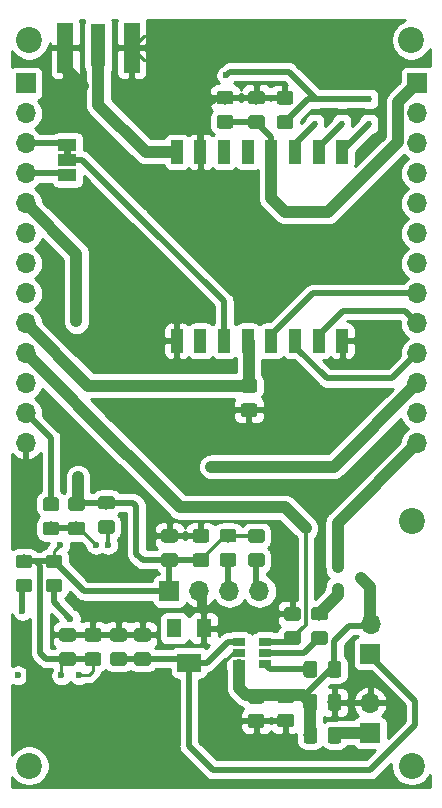
<source format=gbr>
G04 #@! TF.GenerationSoftware,KiCad,Pcbnew,(5.1.2)-2*
G04 #@! TF.CreationDate,2019-12-14T23:06:18+01:00*
G04 #@! TF.ProjectId,ttgot5,7474676f-7435-42e6-9b69-6361645f7063,rev?*
G04 #@! TF.SameCoordinates,Original*
G04 #@! TF.FileFunction,Copper,L2,Bot*
G04 #@! TF.FilePolarity,Positive*
%FSLAX46Y46*%
G04 Gerber Fmt 4.6, Leading zero omitted, Abs format (unit mm)*
G04 Created by KiCad (PCBNEW (5.1.2)-2) date 2019-12-14 23:06:18*
%MOMM*%
%LPD*%
G04 APERTURE LIST*
%ADD10C,0.100000*%
%ADD11O,1.700000X1.700000*%
%ADD12R,1.700000X1.700000*%
%ADD13C,1.150000*%
%ADD14R,1.270000X3.600000*%
%ADD15R,1.350000X4.200000*%
%ADD16R,1.500000X1.000000*%
%ADD17R,0.450000X0.600000*%
%ADD18R,0.900000X0.800000*%
%ADD19R,1.060000X0.650000*%
%ADD20R,1.000000X2.000000*%
%ADD21R,1.300000X1.600000*%
%ADD22R,2.000000X1.600000*%
%ADD23C,2.200000*%
%ADD24C,0.600000*%
%ADD25C,0.500000*%
%ADD26C,1.000000*%
%ADD27C,0.250000*%
%ADD28C,0.300000*%
%ADD29C,0.254000*%
G04 APERTURE END LIST*
D10*
G36*
X105081000Y-111600000D02*
G01*
X105081000Y-112100000D01*
X105681000Y-112100000D01*
X105681000Y-111600000D01*
X105081000Y-111600000D01*
G37*
D11*
X131060400Y-151761200D03*
D12*
X131000000Y-154301200D03*
D11*
X131000000Y-158460000D03*
D12*
X131000000Y-161000000D03*
D10*
G36*
X124321305Y-159384204D02*
G01*
X124345573Y-159387804D01*
X124369372Y-159393765D01*
X124392471Y-159402030D01*
X124414650Y-159412520D01*
X124435693Y-159425132D01*
X124455399Y-159439747D01*
X124473577Y-159456223D01*
X124490053Y-159474401D01*
X124504668Y-159494107D01*
X124517280Y-159515150D01*
X124527770Y-159537329D01*
X124536035Y-159560428D01*
X124541996Y-159584227D01*
X124545596Y-159608495D01*
X124546800Y-159632999D01*
X124546800Y-160283001D01*
X124545596Y-160307505D01*
X124541996Y-160331773D01*
X124536035Y-160355572D01*
X124527770Y-160378671D01*
X124517280Y-160400850D01*
X124504668Y-160421893D01*
X124490053Y-160441599D01*
X124473577Y-160459777D01*
X124455399Y-160476253D01*
X124435693Y-160490868D01*
X124414650Y-160503480D01*
X124392471Y-160513970D01*
X124369372Y-160522235D01*
X124345573Y-160528196D01*
X124321305Y-160531796D01*
X124296801Y-160533000D01*
X123396799Y-160533000D01*
X123372295Y-160531796D01*
X123348027Y-160528196D01*
X123324228Y-160522235D01*
X123301129Y-160513970D01*
X123278950Y-160503480D01*
X123257907Y-160490868D01*
X123238201Y-160476253D01*
X123220023Y-160459777D01*
X123203547Y-160441599D01*
X123188932Y-160421893D01*
X123176320Y-160400850D01*
X123165830Y-160378671D01*
X123157565Y-160355572D01*
X123151604Y-160331773D01*
X123148004Y-160307505D01*
X123146800Y-160283001D01*
X123146800Y-159632999D01*
X123148004Y-159608495D01*
X123151604Y-159584227D01*
X123157565Y-159560428D01*
X123165830Y-159537329D01*
X123176320Y-159515150D01*
X123188932Y-159494107D01*
X123203547Y-159474401D01*
X123220023Y-159456223D01*
X123238201Y-159439747D01*
X123257907Y-159425132D01*
X123278950Y-159412520D01*
X123301129Y-159402030D01*
X123324228Y-159393765D01*
X123348027Y-159387804D01*
X123372295Y-159384204D01*
X123396799Y-159383000D01*
X124296801Y-159383000D01*
X124321305Y-159384204D01*
X124321305Y-159384204D01*
G37*
D13*
X123846800Y-159958000D03*
D10*
G36*
X124321305Y-157334204D02*
G01*
X124345573Y-157337804D01*
X124369372Y-157343765D01*
X124392471Y-157352030D01*
X124414650Y-157362520D01*
X124435693Y-157375132D01*
X124455399Y-157389747D01*
X124473577Y-157406223D01*
X124490053Y-157424401D01*
X124504668Y-157444107D01*
X124517280Y-157465150D01*
X124527770Y-157487329D01*
X124536035Y-157510428D01*
X124541996Y-157534227D01*
X124545596Y-157558495D01*
X124546800Y-157582999D01*
X124546800Y-158233001D01*
X124545596Y-158257505D01*
X124541996Y-158281773D01*
X124536035Y-158305572D01*
X124527770Y-158328671D01*
X124517280Y-158350850D01*
X124504668Y-158371893D01*
X124490053Y-158391599D01*
X124473577Y-158409777D01*
X124455399Y-158426253D01*
X124435693Y-158440868D01*
X124414650Y-158453480D01*
X124392471Y-158463970D01*
X124369372Y-158472235D01*
X124345573Y-158478196D01*
X124321305Y-158481796D01*
X124296801Y-158483000D01*
X123396799Y-158483000D01*
X123372295Y-158481796D01*
X123348027Y-158478196D01*
X123324228Y-158472235D01*
X123301129Y-158463970D01*
X123278950Y-158453480D01*
X123257907Y-158440868D01*
X123238201Y-158426253D01*
X123220023Y-158409777D01*
X123203547Y-158391599D01*
X123188932Y-158371893D01*
X123176320Y-158350850D01*
X123165830Y-158328671D01*
X123157565Y-158305572D01*
X123151604Y-158281773D01*
X123148004Y-158257505D01*
X123146800Y-158233001D01*
X123146800Y-157582999D01*
X123148004Y-157558495D01*
X123151604Y-157534227D01*
X123157565Y-157510428D01*
X123165830Y-157487329D01*
X123176320Y-157465150D01*
X123188932Y-157444107D01*
X123203547Y-157424401D01*
X123220023Y-157406223D01*
X123238201Y-157389747D01*
X123257907Y-157375132D01*
X123278950Y-157362520D01*
X123301129Y-157352030D01*
X123324228Y-157343765D01*
X123348027Y-157337804D01*
X123372295Y-157334204D01*
X123396799Y-157333000D01*
X124296801Y-157333000D01*
X124321305Y-157334204D01*
X124321305Y-157334204D01*
G37*
D13*
X123846800Y-157908000D03*
D10*
G36*
X121832105Y-159417004D02*
G01*
X121856373Y-159420604D01*
X121880172Y-159426565D01*
X121903271Y-159434830D01*
X121925450Y-159445320D01*
X121946493Y-159457932D01*
X121966199Y-159472547D01*
X121984377Y-159489023D01*
X122000853Y-159507201D01*
X122015468Y-159526907D01*
X122028080Y-159547950D01*
X122038570Y-159570129D01*
X122046835Y-159593228D01*
X122052796Y-159617027D01*
X122056396Y-159641295D01*
X122057600Y-159665799D01*
X122057600Y-160315801D01*
X122056396Y-160340305D01*
X122052796Y-160364573D01*
X122046835Y-160388372D01*
X122038570Y-160411471D01*
X122028080Y-160433650D01*
X122015468Y-160454693D01*
X122000853Y-160474399D01*
X121984377Y-160492577D01*
X121966199Y-160509053D01*
X121946493Y-160523668D01*
X121925450Y-160536280D01*
X121903271Y-160546770D01*
X121880172Y-160555035D01*
X121856373Y-160560996D01*
X121832105Y-160564596D01*
X121807601Y-160565800D01*
X120907599Y-160565800D01*
X120883095Y-160564596D01*
X120858827Y-160560996D01*
X120835028Y-160555035D01*
X120811929Y-160546770D01*
X120789750Y-160536280D01*
X120768707Y-160523668D01*
X120749001Y-160509053D01*
X120730823Y-160492577D01*
X120714347Y-160474399D01*
X120699732Y-160454693D01*
X120687120Y-160433650D01*
X120676630Y-160411471D01*
X120668365Y-160388372D01*
X120662404Y-160364573D01*
X120658804Y-160340305D01*
X120657600Y-160315801D01*
X120657600Y-159665799D01*
X120658804Y-159641295D01*
X120662404Y-159617027D01*
X120668365Y-159593228D01*
X120676630Y-159570129D01*
X120687120Y-159547950D01*
X120699732Y-159526907D01*
X120714347Y-159507201D01*
X120730823Y-159489023D01*
X120749001Y-159472547D01*
X120768707Y-159457932D01*
X120789750Y-159445320D01*
X120811929Y-159434830D01*
X120835028Y-159426565D01*
X120858827Y-159420604D01*
X120883095Y-159417004D01*
X120907599Y-159415800D01*
X121807601Y-159415800D01*
X121832105Y-159417004D01*
X121832105Y-159417004D01*
G37*
D13*
X121357600Y-159990800D03*
D10*
G36*
X121832105Y-157367004D02*
G01*
X121856373Y-157370604D01*
X121880172Y-157376565D01*
X121903271Y-157384830D01*
X121925450Y-157395320D01*
X121946493Y-157407932D01*
X121966199Y-157422547D01*
X121984377Y-157439023D01*
X122000853Y-157457201D01*
X122015468Y-157476907D01*
X122028080Y-157497950D01*
X122038570Y-157520129D01*
X122046835Y-157543228D01*
X122052796Y-157567027D01*
X122056396Y-157591295D01*
X122057600Y-157615799D01*
X122057600Y-158265801D01*
X122056396Y-158290305D01*
X122052796Y-158314573D01*
X122046835Y-158338372D01*
X122038570Y-158361471D01*
X122028080Y-158383650D01*
X122015468Y-158404693D01*
X122000853Y-158424399D01*
X121984377Y-158442577D01*
X121966199Y-158459053D01*
X121946493Y-158473668D01*
X121925450Y-158486280D01*
X121903271Y-158496770D01*
X121880172Y-158505035D01*
X121856373Y-158510996D01*
X121832105Y-158514596D01*
X121807601Y-158515800D01*
X120907599Y-158515800D01*
X120883095Y-158514596D01*
X120858827Y-158510996D01*
X120835028Y-158505035D01*
X120811929Y-158496770D01*
X120789750Y-158486280D01*
X120768707Y-158473668D01*
X120749001Y-158459053D01*
X120730823Y-158442577D01*
X120714347Y-158424399D01*
X120699732Y-158404693D01*
X120687120Y-158383650D01*
X120676630Y-158361471D01*
X120668365Y-158338372D01*
X120662404Y-158314573D01*
X120658804Y-158290305D01*
X120657600Y-158265801D01*
X120657600Y-157615799D01*
X120658804Y-157591295D01*
X120662404Y-157567027D01*
X120668365Y-157543228D01*
X120676630Y-157520129D01*
X120687120Y-157497950D01*
X120699732Y-157476907D01*
X120714347Y-157457201D01*
X120730823Y-157439023D01*
X120749001Y-157422547D01*
X120768707Y-157407932D01*
X120789750Y-157395320D01*
X120811929Y-157384830D01*
X120835028Y-157376565D01*
X120858827Y-157370604D01*
X120883095Y-157367004D01*
X120907599Y-157365800D01*
X121807601Y-157365800D01*
X121832105Y-157367004D01*
X121832105Y-157367004D01*
G37*
D13*
X121357600Y-157940800D03*
D14*
X108000000Y-102800000D03*
D15*
X110825000Y-103000000D03*
X105175000Y-103000000D03*
D10*
G36*
X102172505Y-145904204D02*
G01*
X102196773Y-145907804D01*
X102220572Y-145913765D01*
X102243671Y-145922030D01*
X102265850Y-145932520D01*
X102286893Y-145945132D01*
X102306599Y-145959747D01*
X102324777Y-145976223D01*
X102341253Y-145994401D01*
X102355868Y-146014107D01*
X102368480Y-146035150D01*
X102378970Y-146057329D01*
X102387235Y-146080428D01*
X102393196Y-146104227D01*
X102396796Y-146128495D01*
X102398000Y-146152999D01*
X102398000Y-146803001D01*
X102396796Y-146827505D01*
X102393196Y-146851773D01*
X102387235Y-146875572D01*
X102378970Y-146898671D01*
X102368480Y-146920850D01*
X102355868Y-146941893D01*
X102341253Y-146961599D01*
X102324777Y-146979777D01*
X102306599Y-146996253D01*
X102286893Y-147010868D01*
X102265850Y-147023480D01*
X102243671Y-147033970D01*
X102220572Y-147042235D01*
X102196773Y-147048196D01*
X102172505Y-147051796D01*
X102148001Y-147053000D01*
X101247999Y-147053000D01*
X101223495Y-147051796D01*
X101199227Y-147048196D01*
X101175428Y-147042235D01*
X101152329Y-147033970D01*
X101130150Y-147023480D01*
X101109107Y-147010868D01*
X101089401Y-146996253D01*
X101071223Y-146979777D01*
X101054747Y-146961599D01*
X101040132Y-146941893D01*
X101027520Y-146920850D01*
X101017030Y-146898671D01*
X101008765Y-146875572D01*
X101002804Y-146851773D01*
X100999204Y-146827505D01*
X100998000Y-146803001D01*
X100998000Y-146152999D01*
X100999204Y-146128495D01*
X101002804Y-146104227D01*
X101008765Y-146080428D01*
X101017030Y-146057329D01*
X101027520Y-146035150D01*
X101040132Y-146014107D01*
X101054747Y-145994401D01*
X101071223Y-145976223D01*
X101089401Y-145959747D01*
X101109107Y-145945132D01*
X101130150Y-145932520D01*
X101152329Y-145922030D01*
X101175428Y-145913765D01*
X101199227Y-145907804D01*
X101223495Y-145904204D01*
X101247999Y-145903000D01*
X102148001Y-145903000D01*
X102172505Y-145904204D01*
X102172505Y-145904204D01*
G37*
D13*
X101698000Y-146478000D03*
D10*
G36*
X102172505Y-147954204D02*
G01*
X102196773Y-147957804D01*
X102220572Y-147963765D01*
X102243671Y-147972030D01*
X102265850Y-147982520D01*
X102286893Y-147995132D01*
X102306599Y-148009747D01*
X102324777Y-148026223D01*
X102341253Y-148044401D01*
X102355868Y-148064107D01*
X102368480Y-148085150D01*
X102378970Y-148107329D01*
X102387235Y-148130428D01*
X102393196Y-148154227D01*
X102396796Y-148178495D01*
X102398000Y-148202999D01*
X102398000Y-148853001D01*
X102396796Y-148877505D01*
X102393196Y-148901773D01*
X102387235Y-148925572D01*
X102378970Y-148948671D01*
X102368480Y-148970850D01*
X102355868Y-148991893D01*
X102341253Y-149011599D01*
X102324777Y-149029777D01*
X102306599Y-149046253D01*
X102286893Y-149060868D01*
X102265850Y-149073480D01*
X102243671Y-149083970D01*
X102220572Y-149092235D01*
X102196773Y-149098196D01*
X102172505Y-149101796D01*
X102148001Y-149103000D01*
X101247999Y-149103000D01*
X101223495Y-149101796D01*
X101199227Y-149098196D01*
X101175428Y-149092235D01*
X101152329Y-149083970D01*
X101130150Y-149073480D01*
X101109107Y-149060868D01*
X101089401Y-149046253D01*
X101071223Y-149029777D01*
X101054747Y-149011599D01*
X101040132Y-148991893D01*
X101027520Y-148970850D01*
X101017030Y-148948671D01*
X101008765Y-148925572D01*
X101002804Y-148901773D01*
X100999204Y-148877505D01*
X100998000Y-148853001D01*
X100998000Y-148202999D01*
X100999204Y-148178495D01*
X101002804Y-148154227D01*
X101008765Y-148130428D01*
X101017030Y-148107329D01*
X101027520Y-148085150D01*
X101040132Y-148064107D01*
X101054747Y-148044401D01*
X101071223Y-148026223D01*
X101089401Y-148009747D01*
X101109107Y-147995132D01*
X101130150Y-147982520D01*
X101152329Y-147972030D01*
X101175428Y-147963765D01*
X101199227Y-147957804D01*
X101223495Y-147954204D01*
X101247999Y-147953000D01*
X102148001Y-147953000D01*
X102172505Y-147954204D01*
X102172505Y-147954204D01*
G37*
D13*
X101698000Y-148528000D03*
D10*
G36*
X104458505Y-143119204D02*
G01*
X104482773Y-143122804D01*
X104506572Y-143128765D01*
X104529671Y-143137030D01*
X104551850Y-143147520D01*
X104572893Y-143160132D01*
X104592599Y-143174747D01*
X104610777Y-143191223D01*
X104627253Y-143209401D01*
X104641868Y-143229107D01*
X104654480Y-143250150D01*
X104664970Y-143272329D01*
X104673235Y-143295428D01*
X104679196Y-143319227D01*
X104682796Y-143343495D01*
X104684000Y-143367999D01*
X104684000Y-144018001D01*
X104682796Y-144042505D01*
X104679196Y-144066773D01*
X104673235Y-144090572D01*
X104664970Y-144113671D01*
X104654480Y-144135850D01*
X104641868Y-144156893D01*
X104627253Y-144176599D01*
X104610777Y-144194777D01*
X104592599Y-144211253D01*
X104572893Y-144225868D01*
X104551850Y-144238480D01*
X104529671Y-144248970D01*
X104506572Y-144257235D01*
X104482773Y-144263196D01*
X104458505Y-144266796D01*
X104434001Y-144268000D01*
X103533999Y-144268000D01*
X103509495Y-144266796D01*
X103485227Y-144263196D01*
X103461428Y-144257235D01*
X103438329Y-144248970D01*
X103416150Y-144238480D01*
X103395107Y-144225868D01*
X103375401Y-144211253D01*
X103357223Y-144194777D01*
X103340747Y-144176599D01*
X103326132Y-144156893D01*
X103313520Y-144135850D01*
X103303030Y-144113671D01*
X103294765Y-144090572D01*
X103288804Y-144066773D01*
X103285204Y-144042505D01*
X103284000Y-144018001D01*
X103284000Y-143367999D01*
X103285204Y-143343495D01*
X103288804Y-143319227D01*
X103294765Y-143295428D01*
X103303030Y-143272329D01*
X103313520Y-143250150D01*
X103326132Y-143229107D01*
X103340747Y-143209401D01*
X103357223Y-143191223D01*
X103375401Y-143174747D01*
X103395107Y-143160132D01*
X103416150Y-143147520D01*
X103438329Y-143137030D01*
X103461428Y-143128765D01*
X103485227Y-143122804D01*
X103509495Y-143119204D01*
X103533999Y-143118000D01*
X104434001Y-143118000D01*
X104458505Y-143119204D01*
X104458505Y-143119204D01*
G37*
D13*
X103984000Y-143693000D03*
D10*
G36*
X104458505Y-141069204D02*
G01*
X104482773Y-141072804D01*
X104506572Y-141078765D01*
X104529671Y-141087030D01*
X104551850Y-141097520D01*
X104572893Y-141110132D01*
X104592599Y-141124747D01*
X104610777Y-141141223D01*
X104627253Y-141159401D01*
X104641868Y-141179107D01*
X104654480Y-141200150D01*
X104664970Y-141222329D01*
X104673235Y-141245428D01*
X104679196Y-141269227D01*
X104682796Y-141293495D01*
X104684000Y-141317999D01*
X104684000Y-141968001D01*
X104682796Y-141992505D01*
X104679196Y-142016773D01*
X104673235Y-142040572D01*
X104664970Y-142063671D01*
X104654480Y-142085850D01*
X104641868Y-142106893D01*
X104627253Y-142126599D01*
X104610777Y-142144777D01*
X104592599Y-142161253D01*
X104572893Y-142175868D01*
X104551850Y-142188480D01*
X104529671Y-142198970D01*
X104506572Y-142207235D01*
X104482773Y-142213196D01*
X104458505Y-142216796D01*
X104434001Y-142218000D01*
X103533999Y-142218000D01*
X103509495Y-142216796D01*
X103485227Y-142213196D01*
X103461428Y-142207235D01*
X103438329Y-142198970D01*
X103416150Y-142188480D01*
X103395107Y-142175868D01*
X103375401Y-142161253D01*
X103357223Y-142144777D01*
X103340747Y-142126599D01*
X103326132Y-142106893D01*
X103313520Y-142085850D01*
X103303030Y-142063671D01*
X103294765Y-142040572D01*
X103288804Y-142016773D01*
X103285204Y-141992505D01*
X103284000Y-141968001D01*
X103284000Y-141317999D01*
X103285204Y-141293495D01*
X103288804Y-141269227D01*
X103294765Y-141245428D01*
X103303030Y-141222329D01*
X103313520Y-141200150D01*
X103326132Y-141179107D01*
X103340747Y-141159401D01*
X103357223Y-141141223D01*
X103375401Y-141124747D01*
X103395107Y-141110132D01*
X103416150Y-141097520D01*
X103438329Y-141087030D01*
X103461428Y-141078765D01*
X103485227Y-141072804D01*
X103509495Y-141069204D01*
X103533999Y-141068000D01*
X104434001Y-141068000D01*
X104458505Y-141069204D01*
X104458505Y-141069204D01*
G37*
D13*
X103984000Y-141643000D03*
D10*
G36*
X121222505Y-131036204D02*
G01*
X121246773Y-131039804D01*
X121270572Y-131045765D01*
X121293671Y-131054030D01*
X121315850Y-131064520D01*
X121336893Y-131077132D01*
X121356599Y-131091747D01*
X121374777Y-131108223D01*
X121391253Y-131126401D01*
X121405868Y-131146107D01*
X121418480Y-131167150D01*
X121428970Y-131189329D01*
X121437235Y-131212428D01*
X121443196Y-131236227D01*
X121446796Y-131260495D01*
X121448000Y-131284999D01*
X121448000Y-131935001D01*
X121446796Y-131959505D01*
X121443196Y-131983773D01*
X121437235Y-132007572D01*
X121428970Y-132030671D01*
X121418480Y-132052850D01*
X121405868Y-132073893D01*
X121391253Y-132093599D01*
X121374777Y-132111777D01*
X121356599Y-132128253D01*
X121336893Y-132142868D01*
X121315850Y-132155480D01*
X121293671Y-132165970D01*
X121270572Y-132174235D01*
X121246773Y-132180196D01*
X121222505Y-132183796D01*
X121198001Y-132185000D01*
X120297999Y-132185000D01*
X120273495Y-132183796D01*
X120249227Y-132180196D01*
X120225428Y-132174235D01*
X120202329Y-132165970D01*
X120180150Y-132155480D01*
X120159107Y-132142868D01*
X120139401Y-132128253D01*
X120121223Y-132111777D01*
X120104747Y-132093599D01*
X120090132Y-132073893D01*
X120077520Y-132052850D01*
X120067030Y-132030671D01*
X120058765Y-132007572D01*
X120052804Y-131983773D01*
X120049204Y-131959505D01*
X120048000Y-131935001D01*
X120048000Y-131284999D01*
X120049204Y-131260495D01*
X120052804Y-131236227D01*
X120058765Y-131212428D01*
X120067030Y-131189329D01*
X120077520Y-131167150D01*
X120090132Y-131146107D01*
X120104747Y-131126401D01*
X120121223Y-131108223D01*
X120139401Y-131091747D01*
X120159107Y-131077132D01*
X120180150Y-131064520D01*
X120202329Y-131054030D01*
X120225428Y-131045765D01*
X120249227Y-131039804D01*
X120273495Y-131036204D01*
X120297999Y-131035000D01*
X121198001Y-131035000D01*
X121222505Y-131036204D01*
X121222505Y-131036204D01*
G37*
D13*
X120748000Y-131610000D03*
D10*
G36*
X121222505Y-133086204D02*
G01*
X121246773Y-133089804D01*
X121270572Y-133095765D01*
X121293671Y-133104030D01*
X121315850Y-133114520D01*
X121336893Y-133127132D01*
X121356599Y-133141747D01*
X121374777Y-133158223D01*
X121391253Y-133176401D01*
X121405868Y-133196107D01*
X121418480Y-133217150D01*
X121428970Y-133239329D01*
X121437235Y-133262428D01*
X121443196Y-133286227D01*
X121446796Y-133310495D01*
X121448000Y-133334999D01*
X121448000Y-133985001D01*
X121446796Y-134009505D01*
X121443196Y-134033773D01*
X121437235Y-134057572D01*
X121428970Y-134080671D01*
X121418480Y-134102850D01*
X121405868Y-134123893D01*
X121391253Y-134143599D01*
X121374777Y-134161777D01*
X121356599Y-134178253D01*
X121336893Y-134192868D01*
X121315850Y-134205480D01*
X121293671Y-134215970D01*
X121270572Y-134224235D01*
X121246773Y-134230196D01*
X121222505Y-134233796D01*
X121198001Y-134235000D01*
X120297999Y-134235000D01*
X120273495Y-134233796D01*
X120249227Y-134230196D01*
X120225428Y-134224235D01*
X120202329Y-134215970D01*
X120180150Y-134205480D01*
X120159107Y-134192868D01*
X120139401Y-134178253D01*
X120121223Y-134161777D01*
X120104747Y-134143599D01*
X120090132Y-134123893D01*
X120077520Y-134102850D01*
X120067030Y-134080671D01*
X120058765Y-134057572D01*
X120052804Y-134033773D01*
X120049204Y-134009505D01*
X120048000Y-133985001D01*
X120048000Y-133334999D01*
X120049204Y-133310495D01*
X120052804Y-133286227D01*
X120058765Y-133262428D01*
X120067030Y-133239329D01*
X120077520Y-133217150D01*
X120090132Y-133196107D01*
X120104747Y-133176401D01*
X120121223Y-133158223D01*
X120139401Y-133141747D01*
X120159107Y-133127132D01*
X120180150Y-133114520D01*
X120202329Y-133104030D01*
X120225428Y-133095765D01*
X120249227Y-133089804D01*
X120273495Y-133086204D01*
X120297999Y-133085000D01*
X121198001Y-133085000D01*
X121222505Y-133086204D01*
X121222505Y-133086204D01*
G37*
D13*
X120748000Y-133660000D03*
D16*
X105381000Y-112500000D03*
X105381000Y-113800000D03*
X105381000Y-111200000D03*
D10*
G36*
X124270505Y-106661204D02*
G01*
X124294773Y-106664804D01*
X124318572Y-106670765D01*
X124341671Y-106679030D01*
X124363850Y-106689520D01*
X124384893Y-106702132D01*
X124404599Y-106716747D01*
X124422777Y-106733223D01*
X124439253Y-106751401D01*
X124453868Y-106771107D01*
X124466480Y-106792150D01*
X124476970Y-106814329D01*
X124485235Y-106837428D01*
X124491196Y-106861227D01*
X124494796Y-106885495D01*
X124496000Y-106909999D01*
X124496000Y-107560001D01*
X124494796Y-107584505D01*
X124491196Y-107608773D01*
X124485235Y-107632572D01*
X124476970Y-107655671D01*
X124466480Y-107677850D01*
X124453868Y-107698893D01*
X124439253Y-107718599D01*
X124422777Y-107736777D01*
X124404599Y-107753253D01*
X124384893Y-107767868D01*
X124363850Y-107780480D01*
X124341671Y-107790970D01*
X124318572Y-107799235D01*
X124294773Y-107805196D01*
X124270505Y-107808796D01*
X124246001Y-107810000D01*
X123345999Y-107810000D01*
X123321495Y-107808796D01*
X123297227Y-107805196D01*
X123273428Y-107799235D01*
X123250329Y-107790970D01*
X123228150Y-107780480D01*
X123207107Y-107767868D01*
X123187401Y-107753253D01*
X123169223Y-107736777D01*
X123152747Y-107718599D01*
X123138132Y-107698893D01*
X123125520Y-107677850D01*
X123115030Y-107655671D01*
X123106765Y-107632572D01*
X123100804Y-107608773D01*
X123097204Y-107584505D01*
X123096000Y-107560001D01*
X123096000Y-106909999D01*
X123097204Y-106885495D01*
X123100804Y-106861227D01*
X123106765Y-106837428D01*
X123115030Y-106814329D01*
X123125520Y-106792150D01*
X123138132Y-106771107D01*
X123152747Y-106751401D01*
X123169223Y-106733223D01*
X123187401Y-106716747D01*
X123207107Y-106702132D01*
X123228150Y-106689520D01*
X123250329Y-106679030D01*
X123273428Y-106670765D01*
X123297227Y-106664804D01*
X123321495Y-106661204D01*
X123345999Y-106660000D01*
X124246001Y-106660000D01*
X124270505Y-106661204D01*
X124270505Y-106661204D01*
G37*
D13*
X123796000Y-107235000D03*
D10*
G36*
X124270505Y-108711204D02*
G01*
X124294773Y-108714804D01*
X124318572Y-108720765D01*
X124341671Y-108729030D01*
X124363850Y-108739520D01*
X124384893Y-108752132D01*
X124404599Y-108766747D01*
X124422777Y-108783223D01*
X124439253Y-108801401D01*
X124453868Y-108821107D01*
X124466480Y-108842150D01*
X124476970Y-108864329D01*
X124485235Y-108887428D01*
X124491196Y-108911227D01*
X124494796Y-108935495D01*
X124496000Y-108959999D01*
X124496000Y-109610001D01*
X124494796Y-109634505D01*
X124491196Y-109658773D01*
X124485235Y-109682572D01*
X124476970Y-109705671D01*
X124466480Y-109727850D01*
X124453868Y-109748893D01*
X124439253Y-109768599D01*
X124422777Y-109786777D01*
X124404599Y-109803253D01*
X124384893Y-109817868D01*
X124363850Y-109830480D01*
X124341671Y-109840970D01*
X124318572Y-109849235D01*
X124294773Y-109855196D01*
X124270505Y-109858796D01*
X124246001Y-109860000D01*
X123345999Y-109860000D01*
X123321495Y-109858796D01*
X123297227Y-109855196D01*
X123273428Y-109849235D01*
X123250329Y-109840970D01*
X123228150Y-109830480D01*
X123207107Y-109817868D01*
X123187401Y-109803253D01*
X123169223Y-109786777D01*
X123152747Y-109768599D01*
X123138132Y-109748893D01*
X123125520Y-109727850D01*
X123115030Y-109705671D01*
X123106765Y-109682572D01*
X123100804Y-109658773D01*
X123097204Y-109634505D01*
X123096000Y-109610001D01*
X123096000Y-108959999D01*
X123097204Y-108935495D01*
X123100804Y-108911227D01*
X123106765Y-108887428D01*
X123115030Y-108864329D01*
X123125520Y-108842150D01*
X123138132Y-108821107D01*
X123152747Y-108801401D01*
X123169223Y-108783223D01*
X123187401Y-108766747D01*
X123207107Y-108752132D01*
X123228150Y-108739520D01*
X123250329Y-108729030D01*
X123273428Y-108720765D01*
X123297227Y-108714804D01*
X123321495Y-108711204D01*
X123345999Y-108710000D01*
X124246001Y-108710000D01*
X124270505Y-108711204D01*
X124270505Y-108711204D01*
G37*
D13*
X123796000Y-109285000D03*
D10*
G36*
X114491505Y-143736204D02*
G01*
X114515773Y-143739804D01*
X114539572Y-143745765D01*
X114562671Y-143754030D01*
X114584850Y-143764520D01*
X114605893Y-143777132D01*
X114625599Y-143791747D01*
X114643777Y-143808223D01*
X114660253Y-143826401D01*
X114674868Y-143846107D01*
X114687480Y-143867150D01*
X114697970Y-143889329D01*
X114706235Y-143912428D01*
X114712196Y-143936227D01*
X114715796Y-143960495D01*
X114717000Y-143984999D01*
X114717000Y-144635001D01*
X114715796Y-144659505D01*
X114712196Y-144683773D01*
X114706235Y-144707572D01*
X114697970Y-144730671D01*
X114687480Y-144752850D01*
X114674868Y-144773893D01*
X114660253Y-144793599D01*
X114643777Y-144811777D01*
X114625599Y-144828253D01*
X114605893Y-144842868D01*
X114584850Y-144855480D01*
X114562671Y-144865970D01*
X114539572Y-144874235D01*
X114515773Y-144880196D01*
X114491505Y-144883796D01*
X114467001Y-144885000D01*
X113566999Y-144885000D01*
X113542495Y-144883796D01*
X113518227Y-144880196D01*
X113494428Y-144874235D01*
X113471329Y-144865970D01*
X113449150Y-144855480D01*
X113428107Y-144842868D01*
X113408401Y-144828253D01*
X113390223Y-144811777D01*
X113373747Y-144793599D01*
X113359132Y-144773893D01*
X113346520Y-144752850D01*
X113336030Y-144730671D01*
X113327765Y-144707572D01*
X113321804Y-144683773D01*
X113318204Y-144659505D01*
X113317000Y-144635001D01*
X113317000Y-143984999D01*
X113318204Y-143960495D01*
X113321804Y-143936227D01*
X113327765Y-143912428D01*
X113336030Y-143889329D01*
X113346520Y-143867150D01*
X113359132Y-143846107D01*
X113373747Y-143826401D01*
X113390223Y-143808223D01*
X113408401Y-143791747D01*
X113428107Y-143777132D01*
X113449150Y-143764520D01*
X113471329Y-143754030D01*
X113494428Y-143745765D01*
X113518227Y-143739804D01*
X113542495Y-143736204D01*
X113566999Y-143735000D01*
X114467001Y-143735000D01*
X114491505Y-143736204D01*
X114491505Y-143736204D01*
G37*
D13*
X114017000Y-144310000D03*
D10*
G36*
X114491505Y-145786204D02*
G01*
X114515773Y-145789804D01*
X114539572Y-145795765D01*
X114562671Y-145804030D01*
X114584850Y-145814520D01*
X114605893Y-145827132D01*
X114625599Y-145841747D01*
X114643777Y-145858223D01*
X114660253Y-145876401D01*
X114674868Y-145896107D01*
X114687480Y-145917150D01*
X114697970Y-145939329D01*
X114706235Y-145962428D01*
X114712196Y-145986227D01*
X114715796Y-146010495D01*
X114717000Y-146034999D01*
X114717000Y-146685001D01*
X114715796Y-146709505D01*
X114712196Y-146733773D01*
X114706235Y-146757572D01*
X114697970Y-146780671D01*
X114687480Y-146802850D01*
X114674868Y-146823893D01*
X114660253Y-146843599D01*
X114643777Y-146861777D01*
X114625599Y-146878253D01*
X114605893Y-146892868D01*
X114584850Y-146905480D01*
X114562671Y-146915970D01*
X114539572Y-146924235D01*
X114515773Y-146930196D01*
X114491505Y-146933796D01*
X114467001Y-146935000D01*
X113566999Y-146935000D01*
X113542495Y-146933796D01*
X113518227Y-146930196D01*
X113494428Y-146924235D01*
X113471329Y-146915970D01*
X113449150Y-146905480D01*
X113428107Y-146892868D01*
X113408401Y-146878253D01*
X113390223Y-146861777D01*
X113373747Y-146843599D01*
X113359132Y-146823893D01*
X113346520Y-146802850D01*
X113336030Y-146780671D01*
X113327765Y-146757572D01*
X113321804Y-146733773D01*
X113318204Y-146709505D01*
X113317000Y-146685001D01*
X113317000Y-146034999D01*
X113318204Y-146010495D01*
X113321804Y-145986227D01*
X113327765Y-145962428D01*
X113336030Y-145939329D01*
X113346520Y-145917150D01*
X113359132Y-145896107D01*
X113373747Y-145876401D01*
X113390223Y-145858223D01*
X113408401Y-145841747D01*
X113428107Y-145827132D01*
X113449150Y-145814520D01*
X113471329Y-145804030D01*
X113494428Y-145795765D01*
X113518227Y-145789804D01*
X113542495Y-145786204D01*
X113566999Y-145785000D01*
X114467001Y-145785000D01*
X114491505Y-145786204D01*
X114491505Y-145786204D01*
G37*
D13*
X114017000Y-146360000D03*
D10*
G36*
X126286505Y-157717204D02*
G01*
X126310773Y-157720804D01*
X126334572Y-157726765D01*
X126357671Y-157735030D01*
X126379850Y-157745520D01*
X126400893Y-157758132D01*
X126420599Y-157772747D01*
X126438777Y-157789223D01*
X126455253Y-157807401D01*
X126469868Y-157827107D01*
X126482480Y-157848150D01*
X126492970Y-157870329D01*
X126501235Y-157893428D01*
X126507196Y-157917227D01*
X126510796Y-157941495D01*
X126512000Y-157965999D01*
X126512000Y-158866001D01*
X126510796Y-158890505D01*
X126507196Y-158914773D01*
X126501235Y-158938572D01*
X126492970Y-158961671D01*
X126482480Y-158983850D01*
X126469868Y-159004893D01*
X126455253Y-159024599D01*
X126438777Y-159042777D01*
X126420599Y-159059253D01*
X126400893Y-159073868D01*
X126379850Y-159086480D01*
X126357671Y-159096970D01*
X126334572Y-159105235D01*
X126310773Y-159111196D01*
X126286505Y-159114796D01*
X126262001Y-159116000D01*
X125611999Y-159116000D01*
X125587495Y-159114796D01*
X125563227Y-159111196D01*
X125539428Y-159105235D01*
X125516329Y-159096970D01*
X125494150Y-159086480D01*
X125473107Y-159073868D01*
X125453401Y-159059253D01*
X125435223Y-159042777D01*
X125418747Y-159024599D01*
X125404132Y-159004893D01*
X125391520Y-158983850D01*
X125381030Y-158961671D01*
X125372765Y-158938572D01*
X125366804Y-158914773D01*
X125363204Y-158890505D01*
X125362000Y-158866001D01*
X125362000Y-157965999D01*
X125363204Y-157941495D01*
X125366804Y-157917227D01*
X125372765Y-157893428D01*
X125381030Y-157870329D01*
X125391520Y-157848150D01*
X125404132Y-157827107D01*
X125418747Y-157807401D01*
X125435223Y-157789223D01*
X125453401Y-157772747D01*
X125473107Y-157758132D01*
X125494150Y-157745520D01*
X125516329Y-157735030D01*
X125539428Y-157726765D01*
X125563227Y-157720804D01*
X125587495Y-157717204D01*
X125611999Y-157716000D01*
X126262001Y-157716000D01*
X126286505Y-157717204D01*
X126286505Y-157717204D01*
G37*
D13*
X125937000Y-158416000D03*
D10*
G36*
X128336505Y-157717204D02*
G01*
X128360773Y-157720804D01*
X128384572Y-157726765D01*
X128407671Y-157735030D01*
X128429850Y-157745520D01*
X128450893Y-157758132D01*
X128470599Y-157772747D01*
X128488777Y-157789223D01*
X128505253Y-157807401D01*
X128519868Y-157827107D01*
X128532480Y-157848150D01*
X128542970Y-157870329D01*
X128551235Y-157893428D01*
X128557196Y-157917227D01*
X128560796Y-157941495D01*
X128562000Y-157965999D01*
X128562000Y-158866001D01*
X128560796Y-158890505D01*
X128557196Y-158914773D01*
X128551235Y-158938572D01*
X128542970Y-158961671D01*
X128532480Y-158983850D01*
X128519868Y-159004893D01*
X128505253Y-159024599D01*
X128488777Y-159042777D01*
X128470599Y-159059253D01*
X128450893Y-159073868D01*
X128429850Y-159086480D01*
X128407671Y-159096970D01*
X128384572Y-159105235D01*
X128360773Y-159111196D01*
X128336505Y-159114796D01*
X128312001Y-159116000D01*
X127661999Y-159116000D01*
X127637495Y-159114796D01*
X127613227Y-159111196D01*
X127589428Y-159105235D01*
X127566329Y-159096970D01*
X127544150Y-159086480D01*
X127523107Y-159073868D01*
X127503401Y-159059253D01*
X127485223Y-159042777D01*
X127468747Y-159024599D01*
X127454132Y-159004893D01*
X127441520Y-158983850D01*
X127431030Y-158961671D01*
X127422765Y-158938572D01*
X127416804Y-158914773D01*
X127413204Y-158890505D01*
X127412000Y-158866001D01*
X127412000Y-157965999D01*
X127413204Y-157941495D01*
X127416804Y-157917227D01*
X127422765Y-157893428D01*
X127431030Y-157870329D01*
X127441520Y-157848150D01*
X127454132Y-157827107D01*
X127468747Y-157807401D01*
X127485223Y-157789223D01*
X127503401Y-157772747D01*
X127523107Y-157758132D01*
X127544150Y-157745520D01*
X127566329Y-157735030D01*
X127589428Y-157726765D01*
X127613227Y-157720804D01*
X127637495Y-157717204D01*
X127661999Y-157716000D01*
X128312001Y-157716000D01*
X128336505Y-157717204D01*
X128336505Y-157717204D01*
G37*
D13*
X127987000Y-158416000D03*
D10*
G36*
X121857505Y-108693204D02*
G01*
X121881773Y-108696804D01*
X121905572Y-108702765D01*
X121928671Y-108711030D01*
X121950850Y-108721520D01*
X121971893Y-108734132D01*
X121991599Y-108748747D01*
X122009777Y-108765223D01*
X122026253Y-108783401D01*
X122040868Y-108803107D01*
X122053480Y-108824150D01*
X122063970Y-108846329D01*
X122072235Y-108869428D01*
X122078196Y-108893227D01*
X122081796Y-108917495D01*
X122083000Y-108941999D01*
X122083000Y-109592001D01*
X122081796Y-109616505D01*
X122078196Y-109640773D01*
X122072235Y-109664572D01*
X122063970Y-109687671D01*
X122053480Y-109709850D01*
X122040868Y-109730893D01*
X122026253Y-109750599D01*
X122009777Y-109768777D01*
X121991599Y-109785253D01*
X121971893Y-109799868D01*
X121950850Y-109812480D01*
X121928671Y-109822970D01*
X121905572Y-109831235D01*
X121881773Y-109837196D01*
X121857505Y-109840796D01*
X121833001Y-109842000D01*
X120932999Y-109842000D01*
X120908495Y-109840796D01*
X120884227Y-109837196D01*
X120860428Y-109831235D01*
X120837329Y-109822970D01*
X120815150Y-109812480D01*
X120794107Y-109799868D01*
X120774401Y-109785253D01*
X120756223Y-109768777D01*
X120739747Y-109750599D01*
X120725132Y-109730893D01*
X120712520Y-109709850D01*
X120702030Y-109687671D01*
X120693765Y-109664572D01*
X120687804Y-109640773D01*
X120684204Y-109616505D01*
X120683000Y-109592001D01*
X120683000Y-108941999D01*
X120684204Y-108917495D01*
X120687804Y-108893227D01*
X120693765Y-108869428D01*
X120702030Y-108846329D01*
X120712520Y-108824150D01*
X120725132Y-108803107D01*
X120739747Y-108783401D01*
X120756223Y-108765223D01*
X120774401Y-108748747D01*
X120794107Y-108734132D01*
X120815150Y-108721520D01*
X120837329Y-108711030D01*
X120860428Y-108702765D01*
X120884227Y-108696804D01*
X120908495Y-108693204D01*
X120932999Y-108692000D01*
X121833001Y-108692000D01*
X121857505Y-108693204D01*
X121857505Y-108693204D01*
G37*
D13*
X121383000Y-109267000D03*
D10*
G36*
X121857505Y-106643204D02*
G01*
X121881773Y-106646804D01*
X121905572Y-106652765D01*
X121928671Y-106661030D01*
X121950850Y-106671520D01*
X121971893Y-106684132D01*
X121991599Y-106698747D01*
X122009777Y-106715223D01*
X122026253Y-106733401D01*
X122040868Y-106753107D01*
X122053480Y-106774150D01*
X122063970Y-106796329D01*
X122072235Y-106819428D01*
X122078196Y-106843227D01*
X122081796Y-106867495D01*
X122083000Y-106891999D01*
X122083000Y-107542001D01*
X122081796Y-107566505D01*
X122078196Y-107590773D01*
X122072235Y-107614572D01*
X122063970Y-107637671D01*
X122053480Y-107659850D01*
X122040868Y-107680893D01*
X122026253Y-107700599D01*
X122009777Y-107718777D01*
X121991599Y-107735253D01*
X121971893Y-107749868D01*
X121950850Y-107762480D01*
X121928671Y-107772970D01*
X121905572Y-107781235D01*
X121881773Y-107787196D01*
X121857505Y-107790796D01*
X121833001Y-107792000D01*
X120932999Y-107792000D01*
X120908495Y-107790796D01*
X120884227Y-107787196D01*
X120860428Y-107781235D01*
X120837329Y-107772970D01*
X120815150Y-107762480D01*
X120794107Y-107749868D01*
X120774401Y-107735253D01*
X120756223Y-107718777D01*
X120739747Y-107700599D01*
X120725132Y-107680893D01*
X120712520Y-107659850D01*
X120702030Y-107637671D01*
X120693765Y-107614572D01*
X120687804Y-107590773D01*
X120684204Y-107566505D01*
X120683000Y-107542001D01*
X120683000Y-106891999D01*
X120684204Y-106867495D01*
X120687804Y-106843227D01*
X120693765Y-106819428D01*
X120702030Y-106796329D01*
X120712520Y-106774150D01*
X120725132Y-106753107D01*
X120739747Y-106733401D01*
X120756223Y-106715223D01*
X120774401Y-106698747D01*
X120794107Y-106684132D01*
X120815150Y-106671520D01*
X120837329Y-106661030D01*
X120860428Y-106652765D01*
X120884227Y-106646804D01*
X120908495Y-106643204D01*
X120932999Y-106642000D01*
X121833001Y-106642000D01*
X121857505Y-106643204D01*
X121857505Y-106643204D01*
G37*
D13*
X121383000Y-107217000D03*
D17*
X130908000Y-109428000D03*
X130908000Y-107328000D03*
X128622000Y-107328000D03*
X128622000Y-109428000D03*
X126336000Y-109428000D03*
X126336000Y-107328000D03*
D12*
X101850000Y-106000000D03*
D11*
X101850000Y-108540000D03*
X101850000Y-111080000D03*
X101850000Y-113620000D03*
X101850000Y-116160000D03*
X101850000Y-118700000D03*
X101850000Y-121240000D03*
X101850000Y-123780000D03*
X101850000Y-126320000D03*
X101850000Y-128860000D03*
X101850000Y-131400000D03*
X101850000Y-133940000D03*
X101850000Y-136480000D03*
X135000000Y-136480000D03*
X135000000Y-133940000D03*
X135000000Y-131400000D03*
X135000000Y-128860000D03*
X135000000Y-126320000D03*
X135000000Y-123780000D03*
X135000000Y-121240000D03*
X135000000Y-118700000D03*
X135000000Y-116160000D03*
X135000000Y-113620000D03*
X135000000Y-111080000D03*
X135000000Y-108540000D03*
D12*
X135000000Y-106000000D03*
X114000000Y-149000000D03*
D11*
X116540000Y-149000000D03*
X119080000Y-149000000D03*
X121620000Y-149000000D03*
D18*
X128273000Y-148825000D03*
X128273000Y-146925000D03*
X130273000Y-147875000D03*
D10*
G36*
X112205505Y-152118204D02*
G01*
X112229773Y-152121804D01*
X112253572Y-152127765D01*
X112276671Y-152136030D01*
X112298850Y-152146520D01*
X112319893Y-152159132D01*
X112339599Y-152173747D01*
X112357777Y-152190223D01*
X112374253Y-152208401D01*
X112388868Y-152228107D01*
X112401480Y-152249150D01*
X112411970Y-152271329D01*
X112420235Y-152294428D01*
X112426196Y-152318227D01*
X112429796Y-152342495D01*
X112431000Y-152366999D01*
X112431000Y-153017001D01*
X112429796Y-153041505D01*
X112426196Y-153065773D01*
X112420235Y-153089572D01*
X112411970Y-153112671D01*
X112401480Y-153134850D01*
X112388868Y-153155893D01*
X112374253Y-153175599D01*
X112357777Y-153193777D01*
X112339599Y-153210253D01*
X112319893Y-153224868D01*
X112298850Y-153237480D01*
X112276671Y-153247970D01*
X112253572Y-153256235D01*
X112229773Y-153262196D01*
X112205505Y-153265796D01*
X112181001Y-153267000D01*
X111280999Y-153267000D01*
X111256495Y-153265796D01*
X111232227Y-153262196D01*
X111208428Y-153256235D01*
X111185329Y-153247970D01*
X111163150Y-153237480D01*
X111142107Y-153224868D01*
X111122401Y-153210253D01*
X111104223Y-153193777D01*
X111087747Y-153175599D01*
X111073132Y-153155893D01*
X111060520Y-153134850D01*
X111050030Y-153112671D01*
X111041765Y-153089572D01*
X111035804Y-153065773D01*
X111032204Y-153041505D01*
X111031000Y-153017001D01*
X111031000Y-152366999D01*
X111032204Y-152342495D01*
X111035804Y-152318227D01*
X111041765Y-152294428D01*
X111050030Y-152271329D01*
X111060520Y-152249150D01*
X111073132Y-152228107D01*
X111087747Y-152208401D01*
X111104223Y-152190223D01*
X111122401Y-152173747D01*
X111142107Y-152159132D01*
X111163150Y-152146520D01*
X111185329Y-152136030D01*
X111208428Y-152127765D01*
X111232227Y-152121804D01*
X111256495Y-152118204D01*
X111280999Y-152117000D01*
X112181001Y-152117000D01*
X112205505Y-152118204D01*
X112205505Y-152118204D01*
G37*
D13*
X111731000Y-152692000D03*
D10*
G36*
X112205505Y-154168204D02*
G01*
X112229773Y-154171804D01*
X112253572Y-154177765D01*
X112276671Y-154186030D01*
X112298850Y-154196520D01*
X112319893Y-154209132D01*
X112339599Y-154223747D01*
X112357777Y-154240223D01*
X112374253Y-154258401D01*
X112388868Y-154278107D01*
X112401480Y-154299150D01*
X112411970Y-154321329D01*
X112420235Y-154344428D01*
X112426196Y-154368227D01*
X112429796Y-154392495D01*
X112431000Y-154416999D01*
X112431000Y-155067001D01*
X112429796Y-155091505D01*
X112426196Y-155115773D01*
X112420235Y-155139572D01*
X112411970Y-155162671D01*
X112401480Y-155184850D01*
X112388868Y-155205893D01*
X112374253Y-155225599D01*
X112357777Y-155243777D01*
X112339599Y-155260253D01*
X112319893Y-155274868D01*
X112298850Y-155287480D01*
X112276671Y-155297970D01*
X112253572Y-155306235D01*
X112229773Y-155312196D01*
X112205505Y-155315796D01*
X112181001Y-155317000D01*
X111280999Y-155317000D01*
X111256495Y-155315796D01*
X111232227Y-155312196D01*
X111208428Y-155306235D01*
X111185329Y-155297970D01*
X111163150Y-155287480D01*
X111142107Y-155274868D01*
X111122401Y-155260253D01*
X111104223Y-155243777D01*
X111087747Y-155225599D01*
X111073132Y-155205893D01*
X111060520Y-155184850D01*
X111050030Y-155162671D01*
X111041765Y-155139572D01*
X111035804Y-155115773D01*
X111032204Y-155091505D01*
X111031000Y-155067001D01*
X111031000Y-154416999D01*
X111032204Y-154392495D01*
X111035804Y-154368227D01*
X111041765Y-154344428D01*
X111050030Y-154321329D01*
X111060520Y-154299150D01*
X111073132Y-154278107D01*
X111087747Y-154258401D01*
X111104223Y-154240223D01*
X111122401Y-154223747D01*
X111142107Y-154209132D01*
X111163150Y-154196520D01*
X111185329Y-154186030D01*
X111208428Y-154177765D01*
X111232227Y-154171804D01*
X111256495Y-154168204D01*
X111280999Y-154167000D01*
X112181001Y-154167000D01*
X112205505Y-154168204D01*
X112205505Y-154168204D01*
G37*
D13*
X111731000Y-154742000D03*
D10*
G36*
X126286505Y-154923204D02*
G01*
X126310773Y-154926804D01*
X126334572Y-154932765D01*
X126357671Y-154941030D01*
X126379850Y-154951520D01*
X126400893Y-154964132D01*
X126420599Y-154978747D01*
X126438777Y-154995223D01*
X126455253Y-155013401D01*
X126469868Y-155033107D01*
X126482480Y-155054150D01*
X126492970Y-155076329D01*
X126501235Y-155099428D01*
X126507196Y-155123227D01*
X126510796Y-155147495D01*
X126512000Y-155171999D01*
X126512000Y-156072001D01*
X126510796Y-156096505D01*
X126507196Y-156120773D01*
X126501235Y-156144572D01*
X126492970Y-156167671D01*
X126482480Y-156189850D01*
X126469868Y-156210893D01*
X126455253Y-156230599D01*
X126438777Y-156248777D01*
X126420599Y-156265253D01*
X126400893Y-156279868D01*
X126379850Y-156292480D01*
X126357671Y-156302970D01*
X126334572Y-156311235D01*
X126310773Y-156317196D01*
X126286505Y-156320796D01*
X126262001Y-156322000D01*
X125611999Y-156322000D01*
X125587495Y-156320796D01*
X125563227Y-156317196D01*
X125539428Y-156311235D01*
X125516329Y-156302970D01*
X125494150Y-156292480D01*
X125473107Y-156279868D01*
X125453401Y-156265253D01*
X125435223Y-156248777D01*
X125418747Y-156230599D01*
X125404132Y-156210893D01*
X125391520Y-156189850D01*
X125381030Y-156167671D01*
X125372765Y-156144572D01*
X125366804Y-156120773D01*
X125363204Y-156096505D01*
X125362000Y-156072001D01*
X125362000Y-155171999D01*
X125363204Y-155147495D01*
X125366804Y-155123227D01*
X125372765Y-155099428D01*
X125381030Y-155076329D01*
X125391520Y-155054150D01*
X125404132Y-155033107D01*
X125418747Y-155013401D01*
X125435223Y-154995223D01*
X125453401Y-154978747D01*
X125473107Y-154964132D01*
X125494150Y-154951520D01*
X125516329Y-154941030D01*
X125539428Y-154932765D01*
X125563227Y-154926804D01*
X125587495Y-154923204D01*
X125611999Y-154922000D01*
X126262001Y-154922000D01*
X126286505Y-154923204D01*
X126286505Y-154923204D01*
G37*
D13*
X125937000Y-155622000D03*
D10*
G36*
X128336505Y-154923204D02*
G01*
X128360773Y-154926804D01*
X128384572Y-154932765D01*
X128407671Y-154941030D01*
X128429850Y-154951520D01*
X128450893Y-154964132D01*
X128470599Y-154978747D01*
X128488777Y-154995223D01*
X128505253Y-155013401D01*
X128519868Y-155033107D01*
X128532480Y-155054150D01*
X128542970Y-155076329D01*
X128551235Y-155099428D01*
X128557196Y-155123227D01*
X128560796Y-155147495D01*
X128562000Y-155171999D01*
X128562000Y-156072001D01*
X128560796Y-156096505D01*
X128557196Y-156120773D01*
X128551235Y-156144572D01*
X128542970Y-156167671D01*
X128532480Y-156189850D01*
X128519868Y-156210893D01*
X128505253Y-156230599D01*
X128488777Y-156248777D01*
X128470599Y-156265253D01*
X128450893Y-156279868D01*
X128429850Y-156292480D01*
X128407671Y-156302970D01*
X128384572Y-156311235D01*
X128360773Y-156317196D01*
X128336505Y-156320796D01*
X128312001Y-156322000D01*
X127661999Y-156322000D01*
X127637495Y-156320796D01*
X127613227Y-156317196D01*
X127589428Y-156311235D01*
X127566329Y-156302970D01*
X127544150Y-156292480D01*
X127523107Y-156279868D01*
X127503401Y-156265253D01*
X127485223Y-156248777D01*
X127468747Y-156230599D01*
X127454132Y-156210893D01*
X127441520Y-156189850D01*
X127431030Y-156167671D01*
X127422765Y-156144572D01*
X127416804Y-156120773D01*
X127413204Y-156096505D01*
X127412000Y-156072001D01*
X127412000Y-155171999D01*
X127413204Y-155147495D01*
X127416804Y-155123227D01*
X127422765Y-155099428D01*
X127431030Y-155076329D01*
X127441520Y-155054150D01*
X127454132Y-155033107D01*
X127468747Y-155013401D01*
X127485223Y-154995223D01*
X127503401Y-154978747D01*
X127523107Y-154964132D01*
X127544150Y-154951520D01*
X127566329Y-154941030D01*
X127589428Y-154932765D01*
X127613227Y-154926804D01*
X127637495Y-154923204D01*
X127661999Y-154922000D01*
X128312001Y-154922000D01*
X128336505Y-154923204D01*
X128336505Y-154923204D01*
G37*
D13*
X127987000Y-155622000D03*
D10*
G36*
X110173505Y-154168204D02*
G01*
X110197773Y-154171804D01*
X110221572Y-154177765D01*
X110244671Y-154186030D01*
X110266850Y-154196520D01*
X110287893Y-154209132D01*
X110307599Y-154223747D01*
X110325777Y-154240223D01*
X110342253Y-154258401D01*
X110356868Y-154278107D01*
X110369480Y-154299150D01*
X110379970Y-154321329D01*
X110388235Y-154344428D01*
X110394196Y-154368227D01*
X110397796Y-154392495D01*
X110399000Y-154416999D01*
X110399000Y-155067001D01*
X110397796Y-155091505D01*
X110394196Y-155115773D01*
X110388235Y-155139572D01*
X110379970Y-155162671D01*
X110369480Y-155184850D01*
X110356868Y-155205893D01*
X110342253Y-155225599D01*
X110325777Y-155243777D01*
X110307599Y-155260253D01*
X110287893Y-155274868D01*
X110266850Y-155287480D01*
X110244671Y-155297970D01*
X110221572Y-155306235D01*
X110197773Y-155312196D01*
X110173505Y-155315796D01*
X110149001Y-155317000D01*
X109248999Y-155317000D01*
X109224495Y-155315796D01*
X109200227Y-155312196D01*
X109176428Y-155306235D01*
X109153329Y-155297970D01*
X109131150Y-155287480D01*
X109110107Y-155274868D01*
X109090401Y-155260253D01*
X109072223Y-155243777D01*
X109055747Y-155225599D01*
X109041132Y-155205893D01*
X109028520Y-155184850D01*
X109018030Y-155162671D01*
X109009765Y-155139572D01*
X109003804Y-155115773D01*
X109000204Y-155091505D01*
X108999000Y-155067001D01*
X108999000Y-154416999D01*
X109000204Y-154392495D01*
X109003804Y-154368227D01*
X109009765Y-154344428D01*
X109018030Y-154321329D01*
X109028520Y-154299150D01*
X109041132Y-154278107D01*
X109055747Y-154258401D01*
X109072223Y-154240223D01*
X109090401Y-154223747D01*
X109110107Y-154209132D01*
X109131150Y-154196520D01*
X109153329Y-154186030D01*
X109176428Y-154177765D01*
X109200227Y-154171804D01*
X109224495Y-154168204D01*
X109248999Y-154167000D01*
X110149001Y-154167000D01*
X110173505Y-154168204D01*
X110173505Y-154168204D01*
G37*
D13*
X109699000Y-154742000D03*
D10*
G36*
X110173505Y-152118204D02*
G01*
X110197773Y-152121804D01*
X110221572Y-152127765D01*
X110244671Y-152136030D01*
X110266850Y-152146520D01*
X110287893Y-152159132D01*
X110307599Y-152173747D01*
X110325777Y-152190223D01*
X110342253Y-152208401D01*
X110356868Y-152228107D01*
X110369480Y-152249150D01*
X110379970Y-152271329D01*
X110388235Y-152294428D01*
X110394196Y-152318227D01*
X110397796Y-152342495D01*
X110399000Y-152366999D01*
X110399000Y-153017001D01*
X110397796Y-153041505D01*
X110394196Y-153065773D01*
X110388235Y-153089572D01*
X110379970Y-153112671D01*
X110369480Y-153134850D01*
X110356868Y-153155893D01*
X110342253Y-153175599D01*
X110325777Y-153193777D01*
X110307599Y-153210253D01*
X110287893Y-153224868D01*
X110266850Y-153237480D01*
X110244671Y-153247970D01*
X110221572Y-153256235D01*
X110197773Y-153262196D01*
X110173505Y-153265796D01*
X110149001Y-153267000D01*
X109248999Y-153267000D01*
X109224495Y-153265796D01*
X109200227Y-153262196D01*
X109176428Y-153256235D01*
X109153329Y-153247970D01*
X109131150Y-153237480D01*
X109110107Y-153224868D01*
X109090401Y-153210253D01*
X109072223Y-153193777D01*
X109055747Y-153175599D01*
X109041132Y-153155893D01*
X109028520Y-153134850D01*
X109018030Y-153112671D01*
X109009765Y-153089572D01*
X109003804Y-153065773D01*
X109000204Y-153041505D01*
X108999000Y-153017001D01*
X108999000Y-152366999D01*
X109000204Y-152342495D01*
X109003804Y-152318227D01*
X109009765Y-152294428D01*
X109018030Y-152271329D01*
X109028520Y-152249150D01*
X109041132Y-152228107D01*
X109055747Y-152208401D01*
X109072223Y-152190223D01*
X109090401Y-152173747D01*
X109110107Y-152159132D01*
X109131150Y-152146520D01*
X109153329Y-152136030D01*
X109176428Y-152127765D01*
X109200227Y-152121804D01*
X109224495Y-152118204D01*
X109248999Y-152117000D01*
X110149001Y-152117000D01*
X110173505Y-152118204D01*
X110173505Y-152118204D01*
G37*
D13*
X109699000Y-152692000D03*
D10*
G36*
X121857505Y-143745204D02*
G01*
X121881773Y-143748804D01*
X121905572Y-143754765D01*
X121928671Y-143763030D01*
X121950850Y-143773520D01*
X121971893Y-143786132D01*
X121991599Y-143800747D01*
X122009777Y-143817223D01*
X122026253Y-143835401D01*
X122040868Y-143855107D01*
X122053480Y-143876150D01*
X122063970Y-143898329D01*
X122072235Y-143921428D01*
X122078196Y-143945227D01*
X122081796Y-143969495D01*
X122083000Y-143993999D01*
X122083000Y-144644001D01*
X122081796Y-144668505D01*
X122078196Y-144692773D01*
X122072235Y-144716572D01*
X122063970Y-144739671D01*
X122053480Y-144761850D01*
X122040868Y-144782893D01*
X122026253Y-144802599D01*
X122009777Y-144820777D01*
X121991599Y-144837253D01*
X121971893Y-144851868D01*
X121950850Y-144864480D01*
X121928671Y-144874970D01*
X121905572Y-144883235D01*
X121881773Y-144889196D01*
X121857505Y-144892796D01*
X121833001Y-144894000D01*
X120932999Y-144894000D01*
X120908495Y-144892796D01*
X120884227Y-144889196D01*
X120860428Y-144883235D01*
X120837329Y-144874970D01*
X120815150Y-144864480D01*
X120794107Y-144851868D01*
X120774401Y-144837253D01*
X120756223Y-144820777D01*
X120739747Y-144802599D01*
X120725132Y-144782893D01*
X120712520Y-144761850D01*
X120702030Y-144739671D01*
X120693765Y-144716572D01*
X120687804Y-144692773D01*
X120684204Y-144668505D01*
X120683000Y-144644001D01*
X120683000Y-143993999D01*
X120684204Y-143969495D01*
X120687804Y-143945227D01*
X120693765Y-143921428D01*
X120702030Y-143898329D01*
X120712520Y-143876150D01*
X120725132Y-143855107D01*
X120739747Y-143835401D01*
X120756223Y-143817223D01*
X120774401Y-143800747D01*
X120794107Y-143786132D01*
X120815150Y-143773520D01*
X120837329Y-143763030D01*
X120860428Y-143754765D01*
X120884227Y-143748804D01*
X120908495Y-143745204D01*
X120932999Y-143744000D01*
X121833001Y-143744000D01*
X121857505Y-143745204D01*
X121857505Y-143745204D01*
G37*
D13*
X121383000Y-144319000D03*
D10*
G36*
X121857505Y-145795204D02*
G01*
X121881773Y-145798804D01*
X121905572Y-145804765D01*
X121928671Y-145813030D01*
X121950850Y-145823520D01*
X121971893Y-145836132D01*
X121991599Y-145850747D01*
X122009777Y-145867223D01*
X122026253Y-145885401D01*
X122040868Y-145905107D01*
X122053480Y-145926150D01*
X122063970Y-145948329D01*
X122072235Y-145971428D01*
X122078196Y-145995227D01*
X122081796Y-146019495D01*
X122083000Y-146043999D01*
X122083000Y-146694001D01*
X122081796Y-146718505D01*
X122078196Y-146742773D01*
X122072235Y-146766572D01*
X122063970Y-146789671D01*
X122053480Y-146811850D01*
X122040868Y-146832893D01*
X122026253Y-146852599D01*
X122009777Y-146870777D01*
X121991599Y-146887253D01*
X121971893Y-146901868D01*
X121950850Y-146914480D01*
X121928671Y-146924970D01*
X121905572Y-146933235D01*
X121881773Y-146939196D01*
X121857505Y-146942796D01*
X121833001Y-146944000D01*
X120932999Y-146944000D01*
X120908495Y-146942796D01*
X120884227Y-146939196D01*
X120860428Y-146933235D01*
X120837329Y-146924970D01*
X120815150Y-146914480D01*
X120794107Y-146901868D01*
X120774401Y-146887253D01*
X120756223Y-146870777D01*
X120739747Y-146852599D01*
X120725132Y-146832893D01*
X120712520Y-146811850D01*
X120702030Y-146789671D01*
X120693765Y-146766572D01*
X120687804Y-146742773D01*
X120684204Y-146718505D01*
X120683000Y-146694001D01*
X120683000Y-146043999D01*
X120684204Y-146019495D01*
X120687804Y-145995227D01*
X120693765Y-145971428D01*
X120702030Y-145948329D01*
X120712520Y-145926150D01*
X120725132Y-145905107D01*
X120739747Y-145885401D01*
X120756223Y-145867223D01*
X120774401Y-145850747D01*
X120794107Y-145836132D01*
X120815150Y-145823520D01*
X120837329Y-145813030D01*
X120860428Y-145804765D01*
X120884227Y-145798804D01*
X120908495Y-145795204D01*
X120932999Y-145794000D01*
X121833001Y-145794000D01*
X121857505Y-145795204D01*
X121857505Y-145795204D01*
G37*
D13*
X121383000Y-146369000D03*
D10*
G36*
X119444505Y-143727204D02*
G01*
X119468773Y-143730804D01*
X119492572Y-143736765D01*
X119515671Y-143745030D01*
X119537850Y-143755520D01*
X119558893Y-143768132D01*
X119578599Y-143782747D01*
X119596777Y-143799223D01*
X119613253Y-143817401D01*
X119627868Y-143837107D01*
X119640480Y-143858150D01*
X119650970Y-143880329D01*
X119659235Y-143903428D01*
X119665196Y-143927227D01*
X119668796Y-143951495D01*
X119670000Y-143975999D01*
X119670000Y-144626001D01*
X119668796Y-144650505D01*
X119665196Y-144674773D01*
X119659235Y-144698572D01*
X119650970Y-144721671D01*
X119640480Y-144743850D01*
X119627868Y-144764893D01*
X119613253Y-144784599D01*
X119596777Y-144802777D01*
X119578599Y-144819253D01*
X119558893Y-144833868D01*
X119537850Y-144846480D01*
X119515671Y-144856970D01*
X119492572Y-144865235D01*
X119468773Y-144871196D01*
X119444505Y-144874796D01*
X119420001Y-144876000D01*
X118519999Y-144876000D01*
X118495495Y-144874796D01*
X118471227Y-144871196D01*
X118447428Y-144865235D01*
X118424329Y-144856970D01*
X118402150Y-144846480D01*
X118381107Y-144833868D01*
X118361401Y-144819253D01*
X118343223Y-144802777D01*
X118326747Y-144784599D01*
X118312132Y-144764893D01*
X118299520Y-144743850D01*
X118289030Y-144721671D01*
X118280765Y-144698572D01*
X118274804Y-144674773D01*
X118271204Y-144650505D01*
X118270000Y-144626001D01*
X118270000Y-143975999D01*
X118271204Y-143951495D01*
X118274804Y-143927227D01*
X118280765Y-143903428D01*
X118289030Y-143880329D01*
X118299520Y-143858150D01*
X118312132Y-143837107D01*
X118326747Y-143817401D01*
X118343223Y-143799223D01*
X118361401Y-143782747D01*
X118381107Y-143768132D01*
X118402150Y-143755520D01*
X118424329Y-143745030D01*
X118447428Y-143736765D01*
X118471227Y-143730804D01*
X118495495Y-143727204D01*
X118519999Y-143726000D01*
X119420001Y-143726000D01*
X119444505Y-143727204D01*
X119444505Y-143727204D01*
G37*
D13*
X118970000Y-144301000D03*
D10*
G36*
X119444505Y-145777204D02*
G01*
X119468773Y-145780804D01*
X119492572Y-145786765D01*
X119515671Y-145795030D01*
X119537850Y-145805520D01*
X119558893Y-145818132D01*
X119578599Y-145832747D01*
X119596777Y-145849223D01*
X119613253Y-145867401D01*
X119627868Y-145887107D01*
X119640480Y-145908150D01*
X119650970Y-145930329D01*
X119659235Y-145953428D01*
X119665196Y-145977227D01*
X119668796Y-146001495D01*
X119670000Y-146025999D01*
X119670000Y-146676001D01*
X119668796Y-146700505D01*
X119665196Y-146724773D01*
X119659235Y-146748572D01*
X119650970Y-146771671D01*
X119640480Y-146793850D01*
X119627868Y-146814893D01*
X119613253Y-146834599D01*
X119596777Y-146852777D01*
X119578599Y-146869253D01*
X119558893Y-146883868D01*
X119537850Y-146896480D01*
X119515671Y-146906970D01*
X119492572Y-146915235D01*
X119468773Y-146921196D01*
X119444505Y-146924796D01*
X119420001Y-146926000D01*
X118519999Y-146926000D01*
X118495495Y-146924796D01*
X118471227Y-146921196D01*
X118447428Y-146915235D01*
X118424329Y-146906970D01*
X118402150Y-146896480D01*
X118381107Y-146883868D01*
X118361401Y-146869253D01*
X118343223Y-146852777D01*
X118326747Y-146834599D01*
X118312132Y-146814893D01*
X118299520Y-146793850D01*
X118289030Y-146771671D01*
X118280765Y-146748572D01*
X118274804Y-146724773D01*
X118271204Y-146700505D01*
X118270000Y-146676001D01*
X118270000Y-146025999D01*
X118271204Y-146001495D01*
X118274804Y-145977227D01*
X118280765Y-145953428D01*
X118289030Y-145930329D01*
X118299520Y-145908150D01*
X118312132Y-145887107D01*
X118326747Y-145867401D01*
X118343223Y-145849223D01*
X118361401Y-145832747D01*
X118381107Y-145818132D01*
X118402150Y-145805520D01*
X118424329Y-145795030D01*
X118447428Y-145786765D01*
X118471227Y-145780804D01*
X118495495Y-145777204D01*
X118519999Y-145776000D01*
X119420001Y-145776000D01*
X119444505Y-145777204D01*
X119444505Y-145777204D01*
G37*
D13*
X118970000Y-146351000D03*
D10*
G36*
X126304505Y-160511204D02*
G01*
X126328773Y-160514804D01*
X126352572Y-160520765D01*
X126375671Y-160529030D01*
X126397850Y-160539520D01*
X126418893Y-160552132D01*
X126438599Y-160566747D01*
X126456777Y-160583223D01*
X126473253Y-160601401D01*
X126487868Y-160621107D01*
X126500480Y-160642150D01*
X126510970Y-160664329D01*
X126519235Y-160687428D01*
X126525196Y-160711227D01*
X126528796Y-160735495D01*
X126530000Y-160759999D01*
X126530000Y-161660001D01*
X126528796Y-161684505D01*
X126525196Y-161708773D01*
X126519235Y-161732572D01*
X126510970Y-161755671D01*
X126500480Y-161777850D01*
X126487868Y-161798893D01*
X126473253Y-161818599D01*
X126456777Y-161836777D01*
X126438599Y-161853253D01*
X126418893Y-161867868D01*
X126397850Y-161880480D01*
X126375671Y-161890970D01*
X126352572Y-161899235D01*
X126328773Y-161905196D01*
X126304505Y-161908796D01*
X126280001Y-161910000D01*
X125629999Y-161910000D01*
X125605495Y-161908796D01*
X125581227Y-161905196D01*
X125557428Y-161899235D01*
X125534329Y-161890970D01*
X125512150Y-161880480D01*
X125491107Y-161867868D01*
X125471401Y-161853253D01*
X125453223Y-161836777D01*
X125436747Y-161818599D01*
X125422132Y-161798893D01*
X125409520Y-161777850D01*
X125399030Y-161755671D01*
X125390765Y-161732572D01*
X125384804Y-161708773D01*
X125381204Y-161684505D01*
X125380000Y-161660001D01*
X125380000Y-160759999D01*
X125381204Y-160735495D01*
X125384804Y-160711227D01*
X125390765Y-160687428D01*
X125399030Y-160664329D01*
X125409520Y-160642150D01*
X125422132Y-160621107D01*
X125436747Y-160601401D01*
X125453223Y-160583223D01*
X125471401Y-160566747D01*
X125491107Y-160552132D01*
X125512150Y-160539520D01*
X125534329Y-160529030D01*
X125557428Y-160520765D01*
X125581227Y-160514804D01*
X125605495Y-160511204D01*
X125629999Y-160510000D01*
X126280001Y-160510000D01*
X126304505Y-160511204D01*
X126304505Y-160511204D01*
G37*
D13*
X125955000Y-161210000D03*
D10*
G36*
X128354505Y-160511204D02*
G01*
X128378773Y-160514804D01*
X128402572Y-160520765D01*
X128425671Y-160529030D01*
X128447850Y-160539520D01*
X128468893Y-160552132D01*
X128488599Y-160566747D01*
X128506777Y-160583223D01*
X128523253Y-160601401D01*
X128537868Y-160621107D01*
X128550480Y-160642150D01*
X128560970Y-160664329D01*
X128569235Y-160687428D01*
X128575196Y-160711227D01*
X128578796Y-160735495D01*
X128580000Y-160759999D01*
X128580000Y-161660001D01*
X128578796Y-161684505D01*
X128575196Y-161708773D01*
X128569235Y-161732572D01*
X128560970Y-161755671D01*
X128550480Y-161777850D01*
X128537868Y-161798893D01*
X128523253Y-161818599D01*
X128506777Y-161836777D01*
X128488599Y-161853253D01*
X128468893Y-161867868D01*
X128447850Y-161880480D01*
X128425671Y-161890970D01*
X128402572Y-161899235D01*
X128378773Y-161905196D01*
X128354505Y-161908796D01*
X128330001Y-161910000D01*
X127679999Y-161910000D01*
X127655495Y-161908796D01*
X127631227Y-161905196D01*
X127607428Y-161899235D01*
X127584329Y-161890970D01*
X127562150Y-161880480D01*
X127541107Y-161867868D01*
X127521401Y-161853253D01*
X127503223Y-161836777D01*
X127486747Y-161818599D01*
X127472132Y-161798893D01*
X127459520Y-161777850D01*
X127449030Y-161755671D01*
X127440765Y-161732572D01*
X127434804Y-161708773D01*
X127431204Y-161684505D01*
X127430000Y-161660001D01*
X127430000Y-160759999D01*
X127431204Y-160735495D01*
X127434804Y-160711227D01*
X127440765Y-160687428D01*
X127449030Y-160664329D01*
X127459520Y-160642150D01*
X127472132Y-160621107D01*
X127486747Y-160601401D01*
X127503223Y-160583223D01*
X127521401Y-160566747D01*
X127541107Y-160552132D01*
X127562150Y-160539520D01*
X127584329Y-160529030D01*
X127607428Y-160520765D01*
X127631227Y-160514804D01*
X127655495Y-160511204D01*
X127679999Y-160510000D01*
X128330001Y-160510000D01*
X128354505Y-160511204D01*
X128354505Y-160511204D01*
G37*
D13*
X128005000Y-161210000D03*
D10*
G36*
X124905505Y-152399204D02*
G01*
X124929773Y-152402804D01*
X124953572Y-152408765D01*
X124976671Y-152417030D01*
X124998850Y-152427520D01*
X125019893Y-152440132D01*
X125039599Y-152454747D01*
X125057777Y-152471223D01*
X125074253Y-152489401D01*
X125088868Y-152509107D01*
X125101480Y-152530150D01*
X125111970Y-152552329D01*
X125120235Y-152575428D01*
X125126196Y-152599227D01*
X125129796Y-152623495D01*
X125131000Y-152647999D01*
X125131000Y-153298001D01*
X125129796Y-153322505D01*
X125126196Y-153346773D01*
X125120235Y-153370572D01*
X125111970Y-153393671D01*
X125101480Y-153415850D01*
X125088868Y-153436893D01*
X125074253Y-153456599D01*
X125057777Y-153474777D01*
X125039599Y-153491253D01*
X125019893Y-153505868D01*
X124998850Y-153518480D01*
X124976671Y-153528970D01*
X124953572Y-153537235D01*
X124929773Y-153543196D01*
X124905505Y-153546796D01*
X124881001Y-153548000D01*
X123980999Y-153548000D01*
X123956495Y-153546796D01*
X123932227Y-153543196D01*
X123908428Y-153537235D01*
X123885329Y-153528970D01*
X123863150Y-153518480D01*
X123842107Y-153505868D01*
X123822401Y-153491253D01*
X123804223Y-153474777D01*
X123787747Y-153456599D01*
X123773132Y-153436893D01*
X123760520Y-153415850D01*
X123750030Y-153393671D01*
X123741765Y-153370572D01*
X123735804Y-153346773D01*
X123732204Y-153322505D01*
X123731000Y-153298001D01*
X123731000Y-152647999D01*
X123732204Y-152623495D01*
X123735804Y-152599227D01*
X123741765Y-152575428D01*
X123750030Y-152552329D01*
X123760520Y-152530150D01*
X123773132Y-152509107D01*
X123787747Y-152489401D01*
X123804223Y-152471223D01*
X123822401Y-152454747D01*
X123842107Y-152440132D01*
X123863150Y-152427520D01*
X123885329Y-152417030D01*
X123908428Y-152408765D01*
X123932227Y-152402804D01*
X123956495Y-152399204D01*
X123980999Y-152398000D01*
X124881001Y-152398000D01*
X124905505Y-152399204D01*
X124905505Y-152399204D01*
G37*
D13*
X124431000Y-152973000D03*
D10*
G36*
X124905505Y-150349204D02*
G01*
X124929773Y-150352804D01*
X124953572Y-150358765D01*
X124976671Y-150367030D01*
X124998850Y-150377520D01*
X125019893Y-150390132D01*
X125039599Y-150404747D01*
X125057777Y-150421223D01*
X125074253Y-150439401D01*
X125088868Y-150459107D01*
X125101480Y-150480150D01*
X125111970Y-150502329D01*
X125120235Y-150525428D01*
X125126196Y-150549227D01*
X125129796Y-150573495D01*
X125131000Y-150597999D01*
X125131000Y-151248001D01*
X125129796Y-151272505D01*
X125126196Y-151296773D01*
X125120235Y-151320572D01*
X125111970Y-151343671D01*
X125101480Y-151365850D01*
X125088868Y-151386893D01*
X125074253Y-151406599D01*
X125057777Y-151424777D01*
X125039599Y-151441253D01*
X125019893Y-151455868D01*
X124998850Y-151468480D01*
X124976671Y-151478970D01*
X124953572Y-151487235D01*
X124929773Y-151493196D01*
X124905505Y-151496796D01*
X124881001Y-151498000D01*
X123980999Y-151498000D01*
X123956495Y-151496796D01*
X123932227Y-151493196D01*
X123908428Y-151487235D01*
X123885329Y-151478970D01*
X123863150Y-151468480D01*
X123842107Y-151455868D01*
X123822401Y-151441253D01*
X123804223Y-151424777D01*
X123787747Y-151406599D01*
X123773132Y-151386893D01*
X123760520Y-151365850D01*
X123750030Y-151343671D01*
X123741765Y-151320572D01*
X123735804Y-151296773D01*
X123732204Y-151272505D01*
X123731000Y-151248001D01*
X123731000Y-150597999D01*
X123732204Y-150573495D01*
X123735804Y-150549227D01*
X123741765Y-150525428D01*
X123750030Y-150502329D01*
X123760520Y-150480150D01*
X123773132Y-150459107D01*
X123787747Y-150439401D01*
X123804223Y-150421223D01*
X123822401Y-150404747D01*
X123842107Y-150390132D01*
X123863150Y-150377520D01*
X123885329Y-150367030D01*
X123908428Y-150358765D01*
X123932227Y-150352804D01*
X123956495Y-150349204D01*
X123980999Y-150348000D01*
X124881001Y-150348000D01*
X124905505Y-150349204D01*
X124905505Y-150349204D01*
G37*
D13*
X124431000Y-150923000D03*
D19*
X119902000Y-155175000D03*
X119902000Y-154225000D03*
X119902000Y-153275000D03*
X122102000Y-153275000D03*
X122102000Y-155175000D03*
X122102000Y-154225000D03*
D20*
X128637000Y-127808000D03*
X126637000Y-127808000D03*
X124637000Y-127808000D03*
X122637000Y-127808000D03*
X120637000Y-127808000D03*
X118637000Y-127808000D03*
X116637000Y-127808000D03*
X114637000Y-127808000D03*
X114637000Y-111808000D03*
X116637000Y-111808000D03*
X118637000Y-111808000D03*
X120637000Y-111808000D03*
X122637000Y-111808000D03*
X124637000Y-111808000D03*
X126637000Y-111808000D03*
X128637000Y-111808000D03*
D10*
G36*
X127191505Y-150331204D02*
G01*
X127215773Y-150334804D01*
X127239572Y-150340765D01*
X127262671Y-150349030D01*
X127284850Y-150359520D01*
X127305893Y-150372132D01*
X127325599Y-150386747D01*
X127343777Y-150403223D01*
X127360253Y-150421401D01*
X127374868Y-150441107D01*
X127387480Y-150462150D01*
X127397970Y-150484329D01*
X127406235Y-150507428D01*
X127412196Y-150531227D01*
X127415796Y-150555495D01*
X127417000Y-150579999D01*
X127417000Y-151230001D01*
X127415796Y-151254505D01*
X127412196Y-151278773D01*
X127406235Y-151302572D01*
X127397970Y-151325671D01*
X127387480Y-151347850D01*
X127374868Y-151368893D01*
X127360253Y-151388599D01*
X127343777Y-151406777D01*
X127325599Y-151423253D01*
X127305893Y-151437868D01*
X127284850Y-151450480D01*
X127262671Y-151460970D01*
X127239572Y-151469235D01*
X127215773Y-151475196D01*
X127191505Y-151478796D01*
X127167001Y-151480000D01*
X126266999Y-151480000D01*
X126242495Y-151478796D01*
X126218227Y-151475196D01*
X126194428Y-151469235D01*
X126171329Y-151460970D01*
X126149150Y-151450480D01*
X126128107Y-151437868D01*
X126108401Y-151423253D01*
X126090223Y-151406777D01*
X126073747Y-151388599D01*
X126059132Y-151368893D01*
X126046520Y-151347850D01*
X126036030Y-151325671D01*
X126027765Y-151302572D01*
X126021804Y-151278773D01*
X126018204Y-151254505D01*
X126017000Y-151230001D01*
X126017000Y-150579999D01*
X126018204Y-150555495D01*
X126021804Y-150531227D01*
X126027765Y-150507428D01*
X126036030Y-150484329D01*
X126046520Y-150462150D01*
X126059132Y-150441107D01*
X126073747Y-150421401D01*
X126090223Y-150403223D01*
X126108401Y-150386747D01*
X126128107Y-150372132D01*
X126149150Y-150359520D01*
X126171329Y-150349030D01*
X126194428Y-150340765D01*
X126218227Y-150334804D01*
X126242495Y-150331204D01*
X126266999Y-150330000D01*
X127167001Y-150330000D01*
X127191505Y-150331204D01*
X127191505Y-150331204D01*
G37*
D13*
X126717000Y-150905000D03*
D10*
G36*
X127191505Y-152381204D02*
G01*
X127215773Y-152384804D01*
X127239572Y-152390765D01*
X127262671Y-152399030D01*
X127284850Y-152409520D01*
X127305893Y-152422132D01*
X127325599Y-152436747D01*
X127343777Y-152453223D01*
X127360253Y-152471401D01*
X127374868Y-152491107D01*
X127387480Y-152512150D01*
X127397970Y-152534329D01*
X127406235Y-152557428D01*
X127412196Y-152581227D01*
X127415796Y-152605495D01*
X127417000Y-152629999D01*
X127417000Y-153280001D01*
X127415796Y-153304505D01*
X127412196Y-153328773D01*
X127406235Y-153352572D01*
X127397970Y-153375671D01*
X127387480Y-153397850D01*
X127374868Y-153418893D01*
X127360253Y-153438599D01*
X127343777Y-153456777D01*
X127325599Y-153473253D01*
X127305893Y-153487868D01*
X127284850Y-153500480D01*
X127262671Y-153510970D01*
X127239572Y-153519235D01*
X127215773Y-153525196D01*
X127191505Y-153528796D01*
X127167001Y-153530000D01*
X126266999Y-153530000D01*
X126242495Y-153528796D01*
X126218227Y-153525196D01*
X126194428Y-153519235D01*
X126171329Y-153510970D01*
X126149150Y-153500480D01*
X126128107Y-153487868D01*
X126108401Y-153473253D01*
X126090223Y-153456777D01*
X126073747Y-153438599D01*
X126059132Y-153418893D01*
X126046520Y-153397850D01*
X126036030Y-153375671D01*
X126027765Y-153352572D01*
X126021804Y-153328773D01*
X126018204Y-153304505D01*
X126017000Y-153280001D01*
X126017000Y-152629999D01*
X126018204Y-152605495D01*
X126021804Y-152581227D01*
X126027765Y-152557428D01*
X126036030Y-152534329D01*
X126046520Y-152512150D01*
X126059132Y-152491107D01*
X126073747Y-152471401D01*
X126090223Y-152453223D01*
X126108401Y-152436747D01*
X126128107Y-152422132D01*
X126149150Y-152409520D01*
X126171329Y-152399030D01*
X126194428Y-152390765D01*
X126218227Y-152384804D01*
X126242495Y-152381204D01*
X126266999Y-152380000D01*
X127167001Y-152380000D01*
X127191505Y-152381204D01*
X127191505Y-152381204D01*
G37*
D13*
X126717000Y-152955000D03*
D10*
G36*
X105855505Y-154168204D02*
G01*
X105879773Y-154171804D01*
X105903572Y-154177765D01*
X105926671Y-154186030D01*
X105948850Y-154196520D01*
X105969893Y-154209132D01*
X105989599Y-154223747D01*
X106007777Y-154240223D01*
X106024253Y-154258401D01*
X106038868Y-154278107D01*
X106051480Y-154299150D01*
X106061970Y-154321329D01*
X106070235Y-154344428D01*
X106076196Y-154368227D01*
X106079796Y-154392495D01*
X106081000Y-154416999D01*
X106081000Y-155067001D01*
X106079796Y-155091505D01*
X106076196Y-155115773D01*
X106070235Y-155139572D01*
X106061970Y-155162671D01*
X106051480Y-155184850D01*
X106038868Y-155205893D01*
X106024253Y-155225599D01*
X106007777Y-155243777D01*
X105989599Y-155260253D01*
X105969893Y-155274868D01*
X105948850Y-155287480D01*
X105926671Y-155297970D01*
X105903572Y-155306235D01*
X105879773Y-155312196D01*
X105855505Y-155315796D01*
X105831001Y-155317000D01*
X104930999Y-155317000D01*
X104906495Y-155315796D01*
X104882227Y-155312196D01*
X104858428Y-155306235D01*
X104835329Y-155297970D01*
X104813150Y-155287480D01*
X104792107Y-155274868D01*
X104772401Y-155260253D01*
X104754223Y-155243777D01*
X104737747Y-155225599D01*
X104723132Y-155205893D01*
X104710520Y-155184850D01*
X104700030Y-155162671D01*
X104691765Y-155139572D01*
X104685804Y-155115773D01*
X104682204Y-155091505D01*
X104681000Y-155067001D01*
X104681000Y-154416999D01*
X104682204Y-154392495D01*
X104685804Y-154368227D01*
X104691765Y-154344428D01*
X104700030Y-154321329D01*
X104710520Y-154299150D01*
X104723132Y-154278107D01*
X104737747Y-154258401D01*
X104754223Y-154240223D01*
X104772401Y-154223747D01*
X104792107Y-154209132D01*
X104813150Y-154196520D01*
X104835329Y-154186030D01*
X104858428Y-154177765D01*
X104882227Y-154171804D01*
X104906495Y-154168204D01*
X104930999Y-154167000D01*
X105831001Y-154167000D01*
X105855505Y-154168204D01*
X105855505Y-154168204D01*
G37*
D13*
X105381000Y-154742000D03*
D10*
G36*
X105855505Y-152118204D02*
G01*
X105879773Y-152121804D01*
X105903572Y-152127765D01*
X105926671Y-152136030D01*
X105948850Y-152146520D01*
X105969893Y-152159132D01*
X105989599Y-152173747D01*
X106007777Y-152190223D01*
X106024253Y-152208401D01*
X106038868Y-152228107D01*
X106051480Y-152249150D01*
X106061970Y-152271329D01*
X106070235Y-152294428D01*
X106076196Y-152318227D01*
X106079796Y-152342495D01*
X106081000Y-152366999D01*
X106081000Y-153017001D01*
X106079796Y-153041505D01*
X106076196Y-153065773D01*
X106070235Y-153089572D01*
X106061970Y-153112671D01*
X106051480Y-153134850D01*
X106038868Y-153155893D01*
X106024253Y-153175599D01*
X106007777Y-153193777D01*
X105989599Y-153210253D01*
X105969893Y-153224868D01*
X105948850Y-153237480D01*
X105926671Y-153247970D01*
X105903572Y-153256235D01*
X105879773Y-153262196D01*
X105855505Y-153265796D01*
X105831001Y-153267000D01*
X104930999Y-153267000D01*
X104906495Y-153265796D01*
X104882227Y-153262196D01*
X104858428Y-153256235D01*
X104835329Y-153247970D01*
X104813150Y-153237480D01*
X104792107Y-153224868D01*
X104772401Y-153210253D01*
X104754223Y-153193777D01*
X104737747Y-153175599D01*
X104723132Y-153155893D01*
X104710520Y-153134850D01*
X104700030Y-153112671D01*
X104691765Y-153089572D01*
X104685804Y-153065773D01*
X104682204Y-153041505D01*
X104681000Y-153017001D01*
X104681000Y-152366999D01*
X104682204Y-152342495D01*
X104685804Y-152318227D01*
X104691765Y-152294428D01*
X104700030Y-152271329D01*
X104710520Y-152249150D01*
X104723132Y-152228107D01*
X104737747Y-152208401D01*
X104754223Y-152190223D01*
X104772401Y-152173747D01*
X104792107Y-152159132D01*
X104813150Y-152146520D01*
X104835329Y-152136030D01*
X104858428Y-152127765D01*
X104882227Y-152121804D01*
X104906495Y-152118204D01*
X104930999Y-152117000D01*
X105831001Y-152117000D01*
X105855505Y-152118204D01*
X105855505Y-152118204D01*
G37*
D13*
X105381000Y-152692000D03*
D10*
G36*
X108014505Y-154168204D02*
G01*
X108038773Y-154171804D01*
X108062572Y-154177765D01*
X108085671Y-154186030D01*
X108107850Y-154196520D01*
X108128893Y-154209132D01*
X108148599Y-154223747D01*
X108166777Y-154240223D01*
X108183253Y-154258401D01*
X108197868Y-154278107D01*
X108210480Y-154299150D01*
X108220970Y-154321329D01*
X108229235Y-154344428D01*
X108235196Y-154368227D01*
X108238796Y-154392495D01*
X108240000Y-154416999D01*
X108240000Y-155067001D01*
X108238796Y-155091505D01*
X108235196Y-155115773D01*
X108229235Y-155139572D01*
X108220970Y-155162671D01*
X108210480Y-155184850D01*
X108197868Y-155205893D01*
X108183253Y-155225599D01*
X108166777Y-155243777D01*
X108148599Y-155260253D01*
X108128893Y-155274868D01*
X108107850Y-155287480D01*
X108085671Y-155297970D01*
X108062572Y-155306235D01*
X108038773Y-155312196D01*
X108014505Y-155315796D01*
X107990001Y-155317000D01*
X107089999Y-155317000D01*
X107065495Y-155315796D01*
X107041227Y-155312196D01*
X107017428Y-155306235D01*
X106994329Y-155297970D01*
X106972150Y-155287480D01*
X106951107Y-155274868D01*
X106931401Y-155260253D01*
X106913223Y-155243777D01*
X106896747Y-155225599D01*
X106882132Y-155205893D01*
X106869520Y-155184850D01*
X106859030Y-155162671D01*
X106850765Y-155139572D01*
X106844804Y-155115773D01*
X106841204Y-155091505D01*
X106840000Y-155067001D01*
X106840000Y-154416999D01*
X106841204Y-154392495D01*
X106844804Y-154368227D01*
X106850765Y-154344428D01*
X106859030Y-154321329D01*
X106869520Y-154299150D01*
X106882132Y-154278107D01*
X106896747Y-154258401D01*
X106913223Y-154240223D01*
X106931401Y-154223747D01*
X106951107Y-154209132D01*
X106972150Y-154196520D01*
X106994329Y-154186030D01*
X107017428Y-154177765D01*
X107041227Y-154171804D01*
X107065495Y-154168204D01*
X107089999Y-154167000D01*
X107990001Y-154167000D01*
X108014505Y-154168204D01*
X108014505Y-154168204D01*
G37*
D13*
X107540000Y-154742000D03*
D10*
G36*
X108014505Y-152118204D02*
G01*
X108038773Y-152121804D01*
X108062572Y-152127765D01*
X108085671Y-152136030D01*
X108107850Y-152146520D01*
X108128893Y-152159132D01*
X108148599Y-152173747D01*
X108166777Y-152190223D01*
X108183253Y-152208401D01*
X108197868Y-152228107D01*
X108210480Y-152249150D01*
X108220970Y-152271329D01*
X108229235Y-152294428D01*
X108235196Y-152318227D01*
X108238796Y-152342495D01*
X108240000Y-152366999D01*
X108240000Y-153017001D01*
X108238796Y-153041505D01*
X108235196Y-153065773D01*
X108229235Y-153089572D01*
X108220970Y-153112671D01*
X108210480Y-153134850D01*
X108197868Y-153155893D01*
X108183253Y-153175599D01*
X108166777Y-153193777D01*
X108148599Y-153210253D01*
X108128893Y-153224868D01*
X108107850Y-153237480D01*
X108085671Y-153247970D01*
X108062572Y-153256235D01*
X108038773Y-153262196D01*
X108014505Y-153265796D01*
X107990001Y-153267000D01*
X107089999Y-153267000D01*
X107065495Y-153265796D01*
X107041227Y-153262196D01*
X107017428Y-153256235D01*
X106994329Y-153247970D01*
X106972150Y-153237480D01*
X106951107Y-153224868D01*
X106931401Y-153210253D01*
X106913223Y-153193777D01*
X106896747Y-153175599D01*
X106882132Y-153155893D01*
X106869520Y-153134850D01*
X106859030Y-153112671D01*
X106850765Y-153089572D01*
X106844804Y-153065773D01*
X106841204Y-153041505D01*
X106840000Y-153017001D01*
X106840000Y-152366999D01*
X106841204Y-152342495D01*
X106844804Y-152318227D01*
X106850765Y-152294428D01*
X106859030Y-152271329D01*
X106869520Y-152249150D01*
X106882132Y-152228107D01*
X106896747Y-152208401D01*
X106913223Y-152190223D01*
X106931401Y-152173747D01*
X106951107Y-152159132D01*
X106972150Y-152146520D01*
X106994329Y-152136030D01*
X107017428Y-152127765D01*
X107041227Y-152121804D01*
X107065495Y-152118204D01*
X107089999Y-152117000D01*
X107990001Y-152117000D01*
X108014505Y-152118204D01*
X108014505Y-152118204D01*
G37*
D13*
X107540000Y-152692000D03*
D10*
G36*
X117158505Y-143736204D02*
G01*
X117182773Y-143739804D01*
X117206572Y-143745765D01*
X117229671Y-143754030D01*
X117251850Y-143764520D01*
X117272893Y-143777132D01*
X117292599Y-143791747D01*
X117310777Y-143808223D01*
X117327253Y-143826401D01*
X117341868Y-143846107D01*
X117354480Y-143867150D01*
X117364970Y-143889329D01*
X117373235Y-143912428D01*
X117379196Y-143936227D01*
X117382796Y-143960495D01*
X117384000Y-143984999D01*
X117384000Y-144635001D01*
X117382796Y-144659505D01*
X117379196Y-144683773D01*
X117373235Y-144707572D01*
X117364970Y-144730671D01*
X117354480Y-144752850D01*
X117341868Y-144773893D01*
X117327253Y-144793599D01*
X117310777Y-144811777D01*
X117292599Y-144828253D01*
X117272893Y-144842868D01*
X117251850Y-144855480D01*
X117229671Y-144865970D01*
X117206572Y-144874235D01*
X117182773Y-144880196D01*
X117158505Y-144883796D01*
X117134001Y-144885000D01*
X116233999Y-144885000D01*
X116209495Y-144883796D01*
X116185227Y-144880196D01*
X116161428Y-144874235D01*
X116138329Y-144865970D01*
X116116150Y-144855480D01*
X116095107Y-144842868D01*
X116075401Y-144828253D01*
X116057223Y-144811777D01*
X116040747Y-144793599D01*
X116026132Y-144773893D01*
X116013520Y-144752850D01*
X116003030Y-144730671D01*
X115994765Y-144707572D01*
X115988804Y-144683773D01*
X115985204Y-144659505D01*
X115984000Y-144635001D01*
X115984000Y-143984999D01*
X115985204Y-143960495D01*
X115988804Y-143936227D01*
X115994765Y-143912428D01*
X116003030Y-143889329D01*
X116013520Y-143867150D01*
X116026132Y-143846107D01*
X116040747Y-143826401D01*
X116057223Y-143808223D01*
X116075401Y-143791747D01*
X116095107Y-143777132D01*
X116116150Y-143764520D01*
X116138329Y-143754030D01*
X116161428Y-143745765D01*
X116185227Y-143739804D01*
X116209495Y-143736204D01*
X116233999Y-143735000D01*
X117134001Y-143735000D01*
X117158505Y-143736204D01*
X117158505Y-143736204D01*
G37*
D13*
X116684000Y-144310000D03*
D10*
G36*
X117158505Y-145786204D02*
G01*
X117182773Y-145789804D01*
X117206572Y-145795765D01*
X117229671Y-145804030D01*
X117251850Y-145814520D01*
X117272893Y-145827132D01*
X117292599Y-145841747D01*
X117310777Y-145858223D01*
X117327253Y-145876401D01*
X117341868Y-145896107D01*
X117354480Y-145917150D01*
X117364970Y-145939329D01*
X117373235Y-145962428D01*
X117379196Y-145986227D01*
X117382796Y-146010495D01*
X117384000Y-146034999D01*
X117384000Y-146685001D01*
X117382796Y-146709505D01*
X117379196Y-146733773D01*
X117373235Y-146757572D01*
X117364970Y-146780671D01*
X117354480Y-146802850D01*
X117341868Y-146823893D01*
X117327253Y-146843599D01*
X117310777Y-146861777D01*
X117292599Y-146878253D01*
X117272893Y-146892868D01*
X117251850Y-146905480D01*
X117229671Y-146915970D01*
X117206572Y-146924235D01*
X117182773Y-146930196D01*
X117158505Y-146933796D01*
X117134001Y-146935000D01*
X116233999Y-146935000D01*
X116209495Y-146933796D01*
X116185227Y-146930196D01*
X116161428Y-146924235D01*
X116138329Y-146915970D01*
X116116150Y-146905480D01*
X116095107Y-146892868D01*
X116075401Y-146878253D01*
X116057223Y-146861777D01*
X116040747Y-146843599D01*
X116026132Y-146823893D01*
X116013520Y-146802850D01*
X116003030Y-146780671D01*
X115994765Y-146757572D01*
X115988804Y-146733773D01*
X115985204Y-146709505D01*
X115984000Y-146685001D01*
X115984000Y-146034999D01*
X115985204Y-146010495D01*
X115988804Y-145986227D01*
X115994765Y-145962428D01*
X116003030Y-145939329D01*
X116013520Y-145917150D01*
X116026132Y-145896107D01*
X116040747Y-145876401D01*
X116057223Y-145858223D01*
X116075401Y-145841747D01*
X116095107Y-145827132D01*
X116116150Y-145814520D01*
X116138329Y-145804030D01*
X116161428Y-145795765D01*
X116185227Y-145789804D01*
X116209495Y-145786204D01*
X116233999Y-145785000D01*
X117134001Y-145785000D01*
X117158505Y-145786204D01*
X117158505Y-145786204D01*
G37*
D13*
X116684000Y-146360000D03*
D10*
G36*
X104712505Y-147954204D02*
G01*
X104736773Y-147957804D01*
X104760572Y-147963765D01*
X104783671Y-147972030D01*
X104805850Y-147982520D01*
X104826893Y-147995132D01*
X104846599Y-148009747D01*
X104864777Y-148026223D01*
X104881253Y-148044401D01*
X104895868Y-148064107D01*
X104908480Y-148085150D01*
X104918970Y-148107329D01*
X104927235Y-148130428D01*
X104933196Y-148154227D01*
X104936796Y-148178495D01*
X104938000Y-148202999D01*
X104938000Y-148853001D01*
X104936796Y-148877505D01*
X104933196Y-148901773D01*
X104927235Y-148925572D01*
X104918970Y-148948671D01*
X104908480Y-148970850D01*
X104895868Y-148991893D01*
X104881253Y-149011599D01*
X104864777Y-149029777D01*
X104846599Y-149046253D01*
X104826893Y-149060868D01*
X104805850Y-149073480D01*
X104783671Y-149083970D01*
X104760572Y-149092235D01*
X104736773Y-149098196D01*
X104712505Y-149101796D01*
X104688001Y-149103000D01*
X103787999Y-149103000D01*
X103763495Y-149101796D01*
X103739227Y-149098196D01*
X103715428Y-149092235D01*
X103692329Y-149083970D01*
X103670150Y-149073480D01*
X103649107Y-149060868D01*
X103629401Y-149046253D01*
X103611223Y-149029777D01*
X103594747Y-149011599D01*
X103580132Y-148991893D01*
X103567520Y-148970850D01*
X103557030Y-148948671D01*
X103548765Y-148925572D01*
X103542804Y-148901773D01*
X103539204Y-148877505D01*
X103538000Y-148853001D01*
X103538000Y-148202999D01*
X103539204Y-148178495D01*
X103542804Y-148154227D01*
X103548765Y-148130428D01*
X103557030Y-148107329D01*
X103567520Y-148085150D01*
X103580132Y-148064107D01*
X103594747Y-148044401D01*
X103611223Y-148026223D01*
X103629401Y-148009747D01*
X103649107Y-147995132D01*
X103670150Y-147982520D01*
X103692329Y-147972030D01*
X103715428Y-147963765D01*
X103739227Y-147957804D01*
X103763495Y-147954204D01*
X103787999Y-147953000D01*
X104688001Y-147953000D01*
X104712505Y-147954204D01*
X104712505Y-147954204D01*
G37*
D13*
X104238000Y-148528000D03*
D10*
G36*
X104712505Y-145904204D02*
G01*
X104736773Y-145907804D01*
X104760572Y-145913765D01*
X104783671Y-145922030D01*
X104805850Y-145932520D01*
X104826893Y-145945132D01*
X104846599Y-145959747D01*
X104864777Y-145976223D01*
X104881253Y-145994401D01*
X104895868Y-146014107D01*
X104908480Y-146035150D01*
X104918970Y-146057329D01*
X104927235Y-146080428D01*
X104933196Y-146104227D01*
X104936796Y-146128495D01*
X104938000Y-146152999D01*
X104938000Y-146803001D01*
X104936796Y-146827505D01*
X104933196Y-146851773D01*
X104927235Y-146875572D01*
X104918970Y-146898671D01*
X104908480Y-146920850D01*
X104895868Y-146941893D01*
X104881253Y-146961599D01*
X104864777Y-146979777D01*
X104846599Y-146996253D01*
X104826893Y-147010868D01*
X104805850Y-147023480D01*
X104783671Y-147033970D01*
X104760572Y-147042235D01*
X104736773Y-147048196D01*
X104712505Y-147051796D01*
X104688001Y-147053000D01*
X103787999Y-147053000D01*
X103763495Y-147051796D01*
X103739227Y-147048196D01*
X103715428Y-147042235D01*
X103692329Y-147033970D01*
X103670150Y-147023480D01*
X103649107Y-147010868D01*
X103629401Y-146996253D01*
X103611223Y-146979777D01*
X103594747Y-146961599D01*
X103580132Y-146941893D01*
X103567520Y-146920850D01*
X103557030Y-146898671D01*
X103548765Y-146875572D01*
X103542804Y-146851773D01*
X103539204Y-146827505D01*
X103538000Y-146803001D01*
X103538000Y-146152999D01*
X103539204Y-146128495D01*
X103542804Y-146104227D01*
X103548765Y-146080428D01*
X103557030Y-146057329D01*
X103567520Y-146035150D01*
X103580132Y-146014107D01*
X103594747Y-145994401D01*
X103611223Y-145976223D01*
X103629401Y-145959747D01*
X103649107Y-145945132D01*
X103670150Y-145932520D01*
X103692329Y-145922030D01*
X103715428Y-145913765D01*
X103739227Y-145907804D01*
X103763495Y-145904204D01*
X103787999Y-145903000D01*
X104688001Y-145903000D01*
X104712505Y-145904204D01*
X104712505Y-145904204D01*
G37*
D13*
X104238000Y-146478000D03*
D10*
G36*
X106617505Y-141060204D02*
G01*
X106641773Y-141063804D01*
X106665572Y-141069765D01*
X106688671Y-141078030D01*
X106710850Y-141088520D01*
X106731893Y-141101132D01*
X106751599Y-141115747D01*
X106769777Y-141132223D01*
X106786253Y-141150401D01*
X106800868Y-141170107D01*
X106813480Y-141191150D01*
X106823970Y-141213329D01*
X106832235Y-141236428D01*
X106838196Y-141260227D01*
X106841796Y-141284495D01*
X106843000Y-141308999D01*
X106843000Y-141959001D01*
X106841796Y-141983505D01*
X106838196Y-142007773D01*
X106832235Y-142031572D01*
X106823970Y-142054671D01*
X106813480Y-142076850D01*
X106800868Y-142097893D01*
X106786253Y-142117599D01*
X106769777Y-142135777D01*
X106751599Y-142152253D01*
X106731893Y-142166868D01*
X106710850Y-142179480D01*
X106688671Y-142189970D01*
X106665572Y-142198235D01*
X106641773Y-142204196D01*
X106617505Y-142207796D01*
X106593001Y-142209000D01*
X105692999Y-142209000D01*
X105668495Y-142207796D01*
X105644227Y-142204196D01*
X105620428Y-142198235D01*
X105597329Y-142189970D01*
X105575150Y-142179480D01*
X105554107Y-142166868D01*
X105534401Y-142152253D01*
X105516223Y-142135777D01*
X105499747Y-142117599D01*
X105485132Y-142097893D01*
X105472520Y-142076850D01*
X105462030Y-142054671D01*
X105453765Y-142031572D01*
X105447804Y-142007773D01*
X105444204Y-141983505D01*
X105443000Y-141959001D01*
X105443000Y-141308999D01*
X105444204Y-141284495D01*
X105447804Y-141260227D01*
X105453765Y-141236428D01*
X105462030Y-141213329D01*
X105472520Y-141191150D01*
X105485132Y-141170107D01*
X105499747Y-141150401D01*
X105516223Y-141132223D01*
X105534401Y-141115747D01*
X105554107Y-141101132D01*
X105575150Y-141088520D01*
X105597329Y-141078030D01*
X105620428Y-141069765D01*
X105644227Y-141063804D01*
X105668495Y-141060204D01*
X105692999Y-141059000D01*
X106593001Y-141059000D01*
X106617505Y-141060204D01*
X106617505Y-141060204D01*
G37*
D13*
X106143000Y-141634000D03*
D10*
G36*
X106617505Y-143110204D02*
G01*
X106641773Y-143113804D01*
X106665572Y-143119765D01*
X106688671Y-143128030D01*
X106710850Y-143138520D01*
X106731893Y-143151132D01*
X106751599Y-143165747D01*
X106769777Y-143182223D01*
X106786253Y-143200401D01*
X106800868Y-143220107D01*
X106813480Y-143241150D01*
X106823970Y-143263329D01*
X106832235Y-143286428D01*
X106838196Y-143310227D01*
X106841796Y-143334495D01*
X106843000Y-143358999D01*
X106843000Y-144009001D01*
X106841796Y-144033505D01*
X106838196Y-144057773D01*
X106832235Y-144081572D01*
X106823970Y-144104671D01*
X106813480Y-144126850D01*
X106800868Y-144147893D01*
X106786253Y-144167599D01*
X106769777Y-144185777D01*
X106751599Y-144202253D01*
X106731893Y-144216868D01*
X106710850Y-144229480D01*
X106688671Y-144239970D01*
X106665572Y-144248235D01*
X106641773Y-144254196D01*
X106617505Y-144257796D01*
X106593001Y-144259000D01*
X105692999Y-144259000D01*
X105668495Y-144257796D01*
X105644227Y-144254196D01*
X105620428Y-144248235D01*
X105597329Y-144239970D01*
X105575150Y-144229480D01*
X105554107Y-144216868D01*
X105534401Y-144202253D01*
X105516223Y-144185777D01*
X105499747Y-144167599D01*
X105485132Y-144147893D01*
X105472520Y-144126850D01*
X105462030Y-144104671D01*
X105453765Y-144081572D01*
X105447804Y-144057773D01*
X105444204Y-144033505D01*
X105443000Y-144009001D01*
X105443000Y-143358999D01*
X105444204Y-143334495D01*
X105447804Y-143310227D01*
X105453765Y-143286428D01*
X105462030Y-143263329D01*
X105472520Y-143241150D01*
X105485132Y-143220107D01*
X105499747Y-143200401D01*
X105516223Y-143182223D01*
X105534401Y-143165747D01*
X105554107Y-143151132D01*
X105575150Y-143138520D01*
X105597329Y-143128030D01*
X105620428Y-143119765D01*
X105644227Y-143113804D01*
X105668495Y-143110204D01*
X105692999Y-143109000D01*
X106593001Y-143109000D01*
X106617505Y-143110204D01*
X106617505Y-143110204D01*
G37*
D13*
X106143000Y-143684000D03*
D10*
G36*
X109157505Y-140933204D02*
G01*
X109181773Y-140936804D01*
X109205572Y-140942765D01*
X109228671Y-140951030D01*
X109250850Y-140961520D01*
X109271893Y-140974132D01*
X109291599Y-140988747D01*
X109309777Y-141005223D01*
X109326253Y-141023401D01*
X109340868Y-141043107D01*
X109353480Y-141064150D01*
X109363970Y-141086329D01*
X109372235Y-141109428D01*
X109378196Y-141133227D01*
X109381796Y-141157495D01*
X109383000Y-141181999D01*
X109383000Y-141832001D01*
X109381796Y-141856505D01*
X109378196Y-141880773D01*
X109372235Y-141904572D01*
X109363970Y-141927671D01*
X109353480Y-141949850D01*
X109340868Y-141970893D01*
X109326253Y-141990599D01*
X109309777Y-142008777D01*
X109291599Y-142025253D01*
X109271893Y-142039868D01*
X109250850Y-142052480D01*
X109228671Y-142062970D01*
X109205572Y-142071235D01*
X109181773Y-142077196D01*
X109157505Y-142080796D01*
X109133001Y-142082000D01*
X108232999Y-142082000D01*
X108208495Y-142080796D01*
X108184227Y-142077196D01*
X108160428Y-142071235D01*
X108137329Y-142062970D01*
X108115150Y-142052480D01*
X108094107Y-142039868D01*
X108074401Y-142025253D01*
X108056223Y-142008777D01*
X108039747Y-141990599D01*
X108025132Y-141970893D01*
X108012520Y-141949850D01*
X108002030Y-141927671D01*
X107993765Y-141904572D01*
X107987804Y-141880773D01*
X107984204Y-141856505D01*
X107983000Y-141832001D01*
X107983000Y-141181999D01*
X107984204Y-141157495D01*
X107987804Y-141133227D01*
X107993765Y-141109428D01*
X108002030Y-141086329D01*
X108012520Y-141064150D01*
X108025132Y-141043107D01*
X108039747Y-141023401D01*
X108056223Y-141005223D01*
X108074401Y-140988747D01*
X108094107Y-140974132D01*
X108115150Y-140961520D01*
X108137329Y-140951030D01*
X108160428Y-140942765D01*
X108184227Y-140936804D01*
X108208495Y-140933204D01*
X108232999Y-140932000D01*
X109133001Y-140932000D01*
X109157505Y-140933204D01*
X109157505Y-140933204D01*
G37*
D13*
X108683000Y-141507000D03*
D10*
G36*
X109157505Y-142983204D02*
G01*
X109181773Y-142986804D01*
X109205572Y-142992765D01*
X109228671Y-143001030D01*
X109250850Y-143011520D01*
X109271893Y-143024132D01*
X109291599Y-143038747D01*
X109309777Y-143055223D01*
X109326253Y-143073401D01*
X109340868Y-143093107D01*
X109353480Y-143114150D01*
X109363970Y-143136329D01*
X109372235Y-143159428D01*
X109378196Y-143183227D01*
X109381796Y-143207495D01*
X109383000Y-143231999D01*
X109383000Y-143882001D01*
X109381796Y-143906505D01*
X109378196Y-143930773D01*
X109372235Y-143954572D01*
X109363970Y-143977671D01*
X109353480Y-143999850D01*
X109340868Y-144020893D01*
X109326253Y-144040599D01*
X109309777Y-144058777D01*
X109291599Y-144075253D01*
X109271893Y-144089868D01*
X109250850Y-144102480D01*
X109228671Y-144112970D01*
X109205572Y-144121235D01*
X109181773Y-144127196D01*
X109157505Y-144130796D01*
X109133001Y-144132000D01*
X108232999Y-144132000D01*
X108208495Y-144130796D01*
X108184227Y-144127196D01*
X108160428Y-144121235D01*
X108137329Y-144112970D01*
X108115150Y-144102480D01*
X108094107Y-144089868D01*
X108074401Y-144075253D01*
X108056223Y-144058777D01*
X108039747Y-144040599D01*
X108025132Y-144020893D01*
X108012520Y-143999850D01*
X108002030Y-143977671D01*
X107993765Y-143954572D01*
X107987804Y-143930773D01*
X107984204Y-143906505D01*
X107983000Y-143882001D01*
X107983000Y-143231999D01*
X107984204Y-143207495D01*
X107987804Y-143183227D01*
X107993765Y-143159428D01*
X108002030Y-143136329D01*
X108012520Y-143114150D01*
X108025132Y-143093107D01*
X108039747Y-143073401D01*
X108056223Y-143055223D01*
X108074401Y-143038747D01*
X108094107Y-143024132D01*
X108115150Y-143011520D01*
X108137329Y-143001030D01*
X108160428Y-142992765D01*
X108184227Y-142986804D01*
X108208495Y-142983204D01*
X108232999Y-142982000D01*
X109133001Y-142982000D01*
X109157505Y-142983204D01*
X109157505Y-142983204D01*
G37*
D13*
X108683000Y-143557000D03*
D10*
G36*
X119190505Y-106643204D02*
G01*
X119214773Y-106646804D01*
X119238572Y-106652765D01*
X119261671Y-106661030D01*
X119283850Y-106671520D01*
X119304893Y-106684132D01*
X119324599Y-106698747D01*
X119342777Y-106715223D01*
X119359253Y-106733401D01*
X119373868Y-106753107D01*
X119386480Y-106774150D01*
X119396970Y-106796329D01*
X119405235Y-106819428D01*
X119411196Y-106843227D01*
X119414796Y-106867495D01*
X119416000Y-106891999D01*
X119416000Y-107542001D01*
X119414796Y-107566505D01*
X119411196Y-107590773D01*
X119405235Y-107614572D01*
X119396970Y-107637671D01*
X119386480Y-107659850D01*
X119373868Y-107680893D01*
X119359253Y-107700599D01*
X119342777Y-107718777D01*
X119324599Y-107735253D01*
X119304893Y-107749868D01*
X119283850Y-107762480D01*
X119261671Y-107772970D01*
X119238572Y-107781235D01*
X119214773Y-107787196D01*
X119190505Y-107790796D01*
X119166001Y-107792000D01*
X118265999Y-107792000D01*
X118241495Y-107790796D01*
X118217227Y-107787196D01*
X118193428Y-107781235D01*
X118170329Y-107772970D01*
X118148150Y-107762480D01*
X118127107Y-107749868D01*
X118107401Y-107735253D01*
X118089223Y-107718777D01*
X118072747Y-107700599D01*
X118058132Y-107680893D01*
X118045520Y-107659850D01*
X118035030Y-107637671D01*
X118026765Y-107614572D01*
X118020804Y-107590773D01*
X118017204Y-107566505D01*
X118016000Y-107542001D01*
X118016000Y-106891999D01*
X118017204Y-106867495D01*
X118020804Y-106843227D01*
X118026765Y-106819428D01*
X118035030Y-106796329D01*
X118045520Y-106774150D01*
X118058132Y-106753107D01*
X118072747Y-106733401D01*
X118089223Y-106715223D01*
X118107401Y-106698747D01*
X118127107Y-106684132D01*
X118148150Y-106671520D01*
X118170329Y-106661030D01*
X118193428Y-106652765D01*
X118217227Y-106646804D01*
X118241495Y-106643204D01*
X118265999Y-106642000D01*
X119166001Y-106642000D01*
X119190505Y-106643204D01*
X119190505Y-106643204D01*
G37*
D13*
X118716000Y-107217000D03*
D10*
G36*
X119190505Y-108693204D02*
G01*
X119214773Y-108696804D01*
X119238572Y-108702765D01*
X119261671Y-108711030D01*
X119283850Y-108721520D01*
X119304893Y-108734132D01*
X119324599Y-108748747D01*
X119342777Y-108765223D01*
X119359253Y-108783401D01*
X119373868Y-108803107D01*
X119386480Y-108824150D01*
X119396970Y-108846329D01*
X119405235Y-108869428D01*
X119411196Y-108893227D01*
X119414796Y-108917495D01*
X119416000Y-108941999D01*
X119416000Y-109592001D01*
X119414796Y-109616505D01*
X119411196Y-109640773D01*
X119405235Y-109664572D01*
X119396970Y-109687671D01*
X119386480Y-109709850D01*
X119373868Y-109730893D01*
X119359253Y-109750599D01*
X119342777Y-109768777D01*
X119324599Y-109785253D01*
X119304893Y-109799868D01*
X119283850Y-109812480D01*
X119261671Y-109822970D01*
X119238572Y-109831235D01*
X119214773Y-109837196D01*
X119190505Y-109840796D01*
X119166001Y-109842000D01*
X118265999Y-109842000D01*
X118241495Y-109840796D01*
X118217227Y-109837196D01*
X118193428Y-109831235D01*
X118170329Y-109822970D01*
X118148150Y-109812480D01*
X118127107Y-109799868D01*
X118107401Y-109785253D01*
X118089223Y-109768777D01*
X118072747Y-109750599D01*
X118058132Y-109730893D01*
X118045520Y-109709850D01*
X118035030Y-109687671D01*
X118026765Y-109664572D01*
X118020804Y-109640773D01*
X118017204Y-109616505D01*
X118016000Y-109592001D01*
X118016000Y-108941999D01*
X118017204Y-108917495D01*
X118020804Y-108893227D01*
X118026765Y-108869428D01*
X118035030Y-108846329D01*
X118045520Y-108824150D01*
X118058132Y-108803107D01*
X118072747Y-108783401D01*
X118089223Y-108765223D01*
X118107401Y-108748747D01*
X118127107Y-108734132D01*
X118148150Y-108721520D01*
X118170329Y-108711030D01*
X118193428Y-108702765D01*
X118217227Y-108696804D01*
X118241495Y-108693204D01*
X118265999Y-108692000D01*
X119166001Y-108692000D01*
X119190505Y-108693204D01*
X119190505Y-108693204D01*
G37*
D13*
X118716000Y-109267000D03*
D21*
X114418000Y-152150000D03*
D22*
X115668000Y-155050000D03*
D21*
X116918000Y-152150000D03*
D23*
X134510000Y-163780000D03*
X102150000Y-163780000D03*
X102150000Y-102350000D03*
X134500000Y-102350000D03*
X134510000Y-143074400D03*
D24*
X109953000Y-145716000D03*
X112500000Y-101000000D03*
X112500000Y-102000000D03*
X112500000Y-103000000D03*
X112493000Y-104000000D03*
X112500000Y-104949000D03*
X112500000Y-105826000D03*
X112500000Y-107826000D03*
X112493000Y-108826000D03*
X112500000Y-106826000D03*
X112500000Y-109775000D03*
X109000000Y-111000000D03*
X108000000Y-110000000D03*
X106658000Y-106207000D03*
X107300000Y-109200000D03*
X106658000Y-107207000D03*
X106658000Y-108207000D03*
X110080000Y-111934000D03*
X111223000Y-112823000D03*
X113509000Y-109775000D03*
X114652000Y-109775000D03*
X115668000Y-109775000D03*
X116684000Y-109775000D03*
X130400000Y-127809000D03*
X111096000Y-118792000D03*
X130146000Y-132508000D03*
X117573000Y-140001000D03*
X112747000Y-142287000D03*
X109191000Y-139239000D03*
X101825000Y-139112000D03*
X109699000Y-150542000D03*
X111731000Y-150542000D03*
X107286000Y-150415000D03*
X124304000Y-149272000D03*
X124304000Y-144700000D03*
X124812000Y-140001000D03*
X112429500Y-127618500D03*
X112493000Y-133016000D03*
X117954000Y-157844500D03*
X101707643Y-153085545D03*
X102587000Y-158000000D03*
X105616000Y-158000000D03*
X104212600Y-151380200D03*
X104873000Y-156130000D03*
X101190000Y-156130000D03*
X104746000Y-145081000D03*
X106270000Y-139366000D03*
X106143000Y-126158000D03*
X106371600Y-156130000D03*
X118843000Y-105330000D03*
X117573000Y-138477000D03*
X107794000Y-145081000D03*
X101571000Y-150669000D03*
X105635000Y-151319000D03*
X108810000Y-145081000D03*
D25*
X116637000Y-110308000D02*
X116637000Y-111808000D01*
X116637000Y-108496000D02*
X116637000Y-110308000D01*
X117916000Y-107217000D02*
X116637000Y-108496000D01*
X118716000Y-107217000D02*
X117916000Y-107217000D01*
X123778000Y-107217000D02*
X123796000Y-107235000D01*
X118716000Y-107217000D02*
X123778000Y-107217000D01*
X128031000Y-158460000D02*
X127987000Y-158416000D01*
X131000000Y-158460000D02*
X128031000Y-158460000D01*
X116918000Y-149378000D02*
X116540000Y-149000000D01*
X116918000Y-152150000D02*
X116918000Y-149378000D01*
X107540000Y-152692000D02*
X105381000Y-152692000D01*
X107540000Y-152692000D02*
X109699000Y-152692000D01*
X109699000Y-152692000D02*
X111731000Y-152692000D01*
D26*
X105175000Y-104724000D02*
X106658000Y-106207000D01*
X105175000Y-103000000D02*
X105175000Y-104724000D01*
D27*
X119411998Y-154225000D02*
X117954000Y-155682998D01*
X119902000Y-154225000D02*
X119411998Y-154225000D01*
X117954000Y-155682998D02*
X117954000Y-157844500D01*
D25*
X101707643Y-153664849D02*
X102142500Y-154099706D01*
X101707643Y-153085545D02*
X101707643Y-153664849D01*
X102142500Y-157555500D02*
X102587000Y-158000000D01*
X102142500Y-154099706D02*
X102142500Y-157555500D01*
D27*
X110825000Y-103000000D02*
X112500000Y-103000000D01*
X111825000Y-104000000D02*
X110825000Y-103000000D01*
X112493000Y-104000000D02*
X111825000Y-104000000D01*
X111825000Y-102000000D02*
X110825000Y-103000000D01*
X112500000Y-102000000D02*
X111825000Y-102000000D01*
D25*
X126637000Y-127308000D02*
X128676000Y-125269000D01*
X126637000Y-127808000D02*
X126637000Y-127308000D01*
X133949000Y-125269000D02*
X135000000Y-126320000D01*
X128676000Y-125269000D02*
X133949000Y-125269000D01*
X122637000Y-110521000D02*
X121383000Y-109267000D01*
X122637000Y-111808000D02*
X122637000Y-110521000D01*
X121383000Y-109267000D02*
X118716000Y-109267000D01*
X114017000Y-146360000D02*
X116684000Y-146360000D01*
X108683000Y-141507000D02*
X106270000Y-141507000D01*
X106760000Y-149000000D02*
X104238000Y-146478000D01*
X114000000Y-149000000D02*
X106760000Y-149000000D01*
D27*
X104238000Y-145589000D02*
X104746000Y-145081000D01*
X104238000Y-146478000D02*
X104238000Y-145589000D01*
D28*
X121365000Y-144301000D02*
X121383000Y-144319000D01*
X118970000Y-144301000D02*
X121365000Y-144301000D01*
X118743000Y-144301000D02*
X118970000Y-144301000D01*
X116684000Y-146360000D02*
X118743000Y-144301000D01*
D26*
X122637000Y-112308000D02*
X122653000Y-112324000D01*
X122637000Y-111808000D02*
X122637000Y-112308000D01*
X122653000Y-112324000D02*
X122653000Y-115744000D01*
X122653000Y-115744000D02*
X123796000Y-116887000D01*
X123796000Y-116887000D02*
X127479000Y-116887000D01*
X133382009Y-107617991D02*
X135000000Y-106000000D01*
X133382009Y-110983991D02*
X133382009Y-107617991D01*
X127479000Y-116887000D02*
X133382009Y-110983991D01*
X106270000Y-141507000D02*
X106143000Y-141634000D01*
X106270000Y-139366000D02*
X106270000Y-141507000D01*
D25*
X111740000Y-146360000D02*
X114017000Y-146360000D01*
X111223000Y-145843000D02*
X111740000Y-146360000D01*
X111223000Y-141779000D02*
X111223000Y-145843000D01*
X108683000Y-141507000D02*
X110951000Y-141507000D01*
X110951000Y-141507000D02*
X111223000Y-141779000D01*
X105381000Y-154742000D02*
X107540000Y-154742000D01*
X103087990Y-146851990D02*
X102714000Y-146478000D01*
X103087990Y-154232010D02*
X103087990Y-146851990D01*
X101698000Y-146478000D02*
X102714000Y-146478000D01*
X102714000Y-146478000D02*
X104238000Y-146478000D01*
D26*
X101850000Y-116160000D02*
X106143000Y-120453000D01*
X106143000Y-120453000D02*
X106143000Y-126158000D01*
D25*
X103597980Y-154742000D02*
X103087990Y-154232010D01*
X105381000Y-154742000D02*
X103597980Y-154742000D01*
D27*
X106371600Y-156130000D02*
X107184400Y-156130000D01*
X107540000Y-155774400D02*
X107540000Y-154742000D01*
X107184400Y-156130000D02*
X107540000Y-155774400D01*
X104873000Y-155250000D02*
X105381000Y-154742000D01*
X104873000Y-156130000D02*
X104873000Y-155250000D01*
D25*
X114000000Y-146377000D02*
X114017000Y-146360000D01*
X114000000Y-149000000D02*
X114000000Y-146377000D01*
X127987000Y-155622000D02*
X127987000Y-153209000D01*
X129257000Y-151939000D02*
X131035000Y-151939000D01*
X127987000Y-153209000D02*
X129257000Y-151939000D01*
D26*
X125955000Y-158434000D02*
X125937000Y-158416000D01*
X125955000Y-161210000D02*
X125955000Y-158434000D01*
X125313628Y-157792628D02*
X120505628Y-157792628D01*
X125937000Y-158416000D02*
X125313628Y-157792628D01*
X119902000Y-157189000D02*
X119902000Y-155250001D01*
X120505628Y-157792628D02*
X119902000Y-157189000D01*
D25*
X125531338Y-157792628D02*
X125313628Y-157792628D01*
X127701966Y-155622000D02*
X125531338Y-157792628D01*
X127987000Y-155622000D02*
X127701966Y-155622000D01*
D26*
X131035000Y-148637000D02*
X130273000Y-147875000D01*
X131035000Y-151939000D02*
X131035000Y-148637000D01*
D25*
X128273000Y-146925000D02*
X128323000Y-146925000D01*
X120748000Y-127919000D02*
X120637000Y-127808000D01*
D26*
X120748000Y-131610000D02*
X120748000Y-127919000D01*
X107140000Y-131610000D02*
X101850000Y-126320000D01*
X120748000Y-131610000D02*
X107140000Y-131610000D01*
D25*
X130908000Y-107328000D02*
X126336000Y-107328000D01*
X125753000Y-107328000D02*
X123796000Y-109285000D01*
X126336000Y-107328000D02*
X125753000Y-107328000D01*
X126336000Y-107253000D02*
X126336000Y-107328000D01*
X124113001Y-105030001D02*
X126336000Y-107253000D01*
X119142999Y-105030001D02*
X124113001Y-105030001D01*
X118843000Y-105330000D02*
X119142999Y-105030001D01*
D26*
X101850000Y-128860000D02*
X110461000Y-137471000D01*
D25*
X121897000Y-153275000D02*
X122102000Y-153275000D01*
X124129000Y-153275000D02*
X124431000Y-152973000D01*
X122102000Y-153275000D02*
X124129000Y-153275000D01*
D27*
X110461000Y-137471000D02*
X110471000Y-137471000D01*
D26*
X114906000Y-141906000D02*
X110471000Y-137471000D01*
X123796000Y-141906000D02*
X114906000Y-141906000D01*
X125573990Y-143683990D02*
X123796000Y-141906000D01*
D28*
X124431000Y-152973000D02*
X125573990Y-151830010D01*
X125573990Y-151830010D02*
X125573990Y-143683990D01*
D26*
X128273000Y-143207000D02*
X128273000Y-146925000D01*
X135000000Y-136480000D02*
X128273000Y-143207000D01*
D25*
X124637000Y-128308000D02*
X127313000Y-130984000D01*
X124637000Y-127808000D02*
X124637000Y-128308000D01*
X132876000Y-130984000D02*
X135000000Y-128860000D01*
X127313000Y-130984000D02*
X132876000Y-130984000D01*
X133797919Y-123780000D02*
X135000000Y-123780000D01*
X126165000Y-123780000D02*
X133797919Y-123780000D01*
X122637000Y-127308000D02*
X126165000Y-123780000D01*
X122637000Y-127808000D02*
X122637000Y-127308000D01*
D26*
X128273000Y-149349000D02*
X126717000Y-150905000D01*
X128273000Y-148825000D02*
X128273000Y-149349000D01*
D28*
X115468000Y-155450000D02*
X115668000Y-155450000D01*
X112039000Y-155050000D02*
X111731000Y-154742000D01*
D25*
X115668000Y-154733000D02*
X112039000Y-154733000D01*
X111731000Y-154742000D02*
X109699000Y-154742000D01*
X134845000Y-158289000D02*
X131035000Y-154479000D01*
X134845000Y-160321000D02*
X134845000Y-158289000D01*
X131035000Y-164131000D02*
X134845000Y-160321000D01*
X117700000Y-164131000D02*
X131035000Y-164131000D01*
X115668000Y-155050000D02*
X115668000Y-162099000D01*
X115668000Y-162099000D02*
X117700000Y-164131000D01*
D27*
X119122000Y-153275000D02*
X119902000Y-153275000D01*
D25*
X118943000Y-153275000D02*
X119902000Y-153275000D01*
X117168000Y-155050000D02*
X118943000Y-153275000D01*
X115668000Y-155050000D02*
X117168000Y-155050000D01*
X122549000Y-155622000D02*
X122102000Y-155175000D01*
X125937000Y-155622000D02*
X122549000Y-155622000D01*
X125447000Y-154225000D02*
X126717000Y-152955000D01*
X122102000Y-154225000D02*
X125447000Y-154225000D01*
X128637000Y-111699000D02*
X130908000Y-109428000D01*
X128637000Y-111808000D02*
X128637000Y-111699000D01*
X126637000Y-111413000D02*
X128622000Y-109428000D01*
X126637000Y-111808000D02*
X126637000Y-111413000D01*
X124637000Y-111127000D02*
X126336000Y-109428000D01*
X124637000Y-111808000D02*
X124637000Y-111127000D01*
X105261000Y-111080000D02*
X105381000Y-111200000D01*
X101850000Y-111080000D02*
X105261000Y-111080000D01*
X105201000Y-113620000D02*
X105381000Y-113800000D01*
X101850000Y-113620000D02*
X105201000Y-113620000D01*
X103984000Y-136074000D02*
X101850000Y-133940000D01*
X103984000Y-141643000D02*
X103984000Y-136074000D01*
D26*
X127923000Y-138477000D02*
X135000000Y-131400000D01*
X117573000Y-138477000D02*
X127923000Y-138477000D01*
D25*
X119478000Y-148602000D02*
X119080000Y-149000000D01*
D28*
X118970000Y-148890000D02*
X119080000Y-149000000D01*
D25*
X118970000Y-146351000D02*
X118970000Y-148890000D01*
X122018000Y-148602000D02*
X121620000Y-149000000D01*
D28*
X121383000Y-148763000D02*
X121620000Y-149000000D01*
D25*
X121383000Y-146369000D02*
X121383000Y-148763000D01*
X118637000Y-128308000D02*
X118637000Y-127808000D01*
X111477000Y-117299000D02*
X118637000Y-124459000D01*
X118637000Y-127808000D02*
X118637000Y-124459000D01*
X111430000Y-117299000D02*
X111477000Y-117299000D01*
X106631000Y-112500000D02*
X111430000Y-117299000D01*
X105381000Y-112500000D02*
X106631000Y-112500000D01*
X103993000Y-143684000D02*
X103984000Y-143693000D01*
X106143000Y-143684000D02*
X103993000Y-143684000D01*
D28*
X106397000Y-143684000D02*
X107794000Y-145081000D01*
D27*
X106143000Y-143684000D02*
X106397000Y-143684000D01*
D26*
X114637000Y-111808000D02*
X114637000Y-111308000D01*
X114637000Y-111808000D02*
X111986000Y-111808000D01*
X108000000Y-107822000D02*
X108000000Y-102800000D01*
X111986000Y-111808000D02*
X108000000Y-107822000D01*
D25*
X101571000Y-150669000D02*
X101571000Y-148646000D01*
X104238000Y-149922000D02*
X105635000Y-151319000D01*
X104238000Y-148528000D02*
X104238000Y-149922000D01*
D28*
X108810000Y-143684000D02*
X108683000Y-143557000D01*
X108810000Y-145081000D02*
X108810000Y-143684000D01*
D25*
X130790000Y-161210000D02*
X131000000Y-161000000D01*
D26*
X128215000Y-161000000D02*
X128005000Y-161210000D01*
X131000000Y-161000000D02*
X128215000Y-161000000D01*
D29*
G36*
X100742414Y-151111889D02*
G01*
X100844738Y-151265028D01*
X100974972Y-151395262D01*
X101128111Y-151497586D01*
X101298271Y-151568068D01*
X101478911Y-151604000D01*
X101663089Y-151604000D01*
X101843729Y-151568068D01*
X102013889Y-151497586D01*
X102167028Y-151395262D01*
X102202990Y-151359300D01*
X102202990Y-154188541D01*
X102198709Y-154232010D01*
X102202990Y-154275479D01*
X102202990Y-154275486D01*
X102210526Y-154352000D01*
X102215795Y-154405500D01*
X102229220Y-154449754D01*
X102266401Y-154572322D01*
X102348579Y-154726068D01*
X102459173Y-154860827D01*
X102492946Y-154888544D01*
X102941446Y-155337044D01*
X102969163Y-155370817D01*
X103103921Y-155481411D01*
X103257667Y-155563589D01*
X103424490Y-155614195D01*
X103554503Y-155627000D01*
X103554511Y-155627000D01*
X103597980Y-155631281D01*
X103641449Y-155627000D01*
X104084579Y-155627000D01*
X104044414Y-155687111D01*
X103973932Y-155857271D01*
X103938000Y-156037911D01*
X103938000Y-156222089D01*
X103973932Y-156402729D01*
X104044414Y-156572889D01*
X104146738Y-156726028D01*
X104276972Y-156856262D01*
X104430111Y-156958586D01*
X104600271Y-157029068D01*
X104780911Y-157065000D01*
X104965089Y-157065000D01*
X105145729Y-157029068D01*
X105315889Y-156958586D01*
X105469028Y-156856262D01*
X105599262Y-156726028D01*
X105622300Y-156691549D01*
X105645338Y-156726028D01*
X105775572Y-156856262D01*
X105928711Y-156958586D01*
X106098871Y-157029068D01*
X106279511Y-157065000D01*
X106463689Y-157065000D01*
X106644329Y-157029068D01*
X106814489Y-156958586D01*
X106917135Y-156890000D01*
X107147078Y-156890000D01*
X107184400Y-156893676D01*
X107221722Y-156890000D01*
X107221733Y-156890000D01*
X107333386Y-156879003D01*
X107476647Y-156835546D01*
X107608676Y-156764974D01*
X107724401Y-156670001D01*
X107748204Y-156640997D01*
X108050998Y-156338203D01*
X108080001Y-156314401D01*
X108174974Y-156198676D01*
X108245546Y-156066647D01*
X108289003Y-155923386D01*
X108291391Y-155899139D01*
X108329851Y-155887472D01*
X108483387Y-155805405D01*
X108617962Y-155694962D01*
X108619500Y-155693088D01*
X108621038Y-155694962D01*
X108755613Y-155805405D01*
X108909149Y-155887472D01*
X109075745Y-155938008D01*
X109248999Y-155955072D01*
X110149001Y-155955072D01*
X110322255Y-155938008D01*
X110488851Y-155887472D01*
X110642387Y-155805405D01*
X110715000Y-155745813D01*
X110787613Y-155805405D01*
X110941149Y-155887472D01*
X111107745Y-155938008D01*
X111280999Y-155955072D01*
X112181001Y-155955072D01*
X112354255Y-155938008D01*
X112520851Y-155887472D01*
X112674387Y-155805405D01*
X112808962Y-155694962D01*
X112872123Y-155618000D01*
X114029928Y-155618000D01*
X114029928Y-155850000D01*
X114042188Y-155974482D01*
X114078498Y-156094180D01*
X114137463Y-156204494D01*
X114216815Y-156301185D01*
X114313506Y-156380537D01*
X114423820Y-156439502D01*
X114543518Y-156475812D01*
X114668000Y-156488072D01*
X114783000Y-156488072D01*
X114783001Y-162055521D01*
X114778719Y-162099000D01*
X114795805Y-162272490D01*
X114846412Y-162439313D01*
X114928590Y-162593059D01*
X115011468Y-162694046D01*
X115011471Y-162694049D01*
X115039184Y-162727817D01*
X115072951Y-162755529D01*
X117043470Y-164726049D01*
X117071183Y-164759817D01*
X117104951Y-164787530D01*
X117104953Y-164787532D01*
X117176452Y-164846210D01*
X117205941Y-164870411D01*
X117359687Y-164952589D01*
X117475903Y-164987843D01*
X117526509Y-165003195D01*
X117541306Y-165004652D01*
X117656523Y-165016000D01*
X117656531Y-165016000D01*
X117700000Y-165020281D01*
X117743469Y-165016000D01*
X130991531Y-165016000D01*
X131035000Y-165020281D01*
X131078469Y-165016000D01*
X131078477Y-165016000D01*
X131208490Y-165003195D01*
X131375313Y-164952589D01*
X131529059Y-164870411D01*
X131663817Y-164759817D01*
X131691534Y-164726044D01*
X132775000Y-163642578D01*
X132775000Y-163950883D01*
X132841675Y-164286081D01*
X132972463Y-164601831D01*
X133162337Y-164885998D01*
X133404002Y-165127663D01*
X133688169Y-165317537D01*
X134003919Y-165448325D01*
X134339117Y-165515000D01*
X134680883Y-165515000D01*
X135016081Y-165448325D01*
X135331831Y-165317537D01*
X135615998Y-165127663D01*
X135857663Y-164885998D01*
X136047537Y-164601831D01*
X136065001Y-164559669D01*
X136065001Y-165605000D01*
X100685000Y-165605000D01*
X100685000Y-164710390D01*
X100802337Y-164885998D01*
X101044002Y-165127663D01*
X101328169Y-165317537D01*
X101643919Y-165448325D01*
X101979117Y-165515000D01*
X102320883Y-165515000D01*
X102656081Y-165448325D01*
X102971831Y-165317537D01*
X103255998Y-165127663D01*
X103497663Y-164885998D01*
X103687537Y-164601831D01*
X103818325Y-164286081D01*
X103885000Y-163950883D01*
X103885000Y-163609117D01*
X103818325Y-163273919D01*
X103687537Y-162958169D01*
X103497663Y-162674002D01*
X103255998Y-162432337D01*
X102971831Y-162242463D01*
X102656081Y-162111675D01*
X102320883Y-162045000D01*
X101979117Y-162045000D01*
X101643919Y-162111675D01*
X101328169Y-162242463D01*
X101044002Y-162432337D01*
X100802337Y-162674002D01*
X100685000Y-162849610D01*
X100685000Y-156917085D01*
X100747111Y-156958586D01*
X100917271Y-157029068D01*
X101097911Y-157065000D01*
X101282089Y-157065000D01*
X101462729Y-157029068D01*
X101632889Y-156958586D01*
X101786028Y-156856262D01*
X101916262Y-156726028D01*
X102018586Y-156572889D01*
X102089068Y-156402729D01*
X102125000Y-156222089D01*
X102125000Y-156037911D01*
X102089068Y-155857271D01*
X102018586Y-155687111D01*
X101916262Y-155533972D01*
X101786028Y-155403738D01*
X101632889Y-155301414D01*
X101462729Y-155230932D01*
X101282089Y-155195000D01*
X101097911Y-155195000D01*
X100917271Y-155230932D01*
X100747111Y-155301414D01*
X100685000Y-155342915D01*
X100685000Y-150973278D01*
X100742414Y-151111889D01*
X100742414Y-151111889D01*
G37*
X100742414Y-151111889D02*
X100844738Y-151265028D01*
X100974972Y-151395262D01*
X101128111Y-151497586D01*
X101298271Y-151568068D01*
X101478911Y-151604000D01*
X101663089Y-151604000D01*
X101843729Y-151568068D01*
X102013889Y-151497586D01*
X102167028Y-151395262D01*
X102202990Y-151359300D01*
X102202990Y-154188541D01*
X102198709Y-154232010D01*
X102202990Y-154275479D01*
X102202990Y-154275486D01*
X102210526Y-154352000D01*
X102215795Y-154405500D01*
X102229220Y-154449754D01*
X102266401Y-154572322D01*
X102348579Y-154726068D01*
X102459173Y-154860827D01*
X102492946Y-154888544D01*
X102941446Y-155337044D01*
X102969163Y-155370817D01*
X103103921Y-155481411D01*
X103257667Y-155563589D01*
X103424490Y-155614195D01*
X103554503Y-155627000D01*
X103554511Y-155627000D01*
X103597980Y-155631281D01*
X103641449Y-155627000D01*
X104084579Y-155627000D01*
X104044414Y-155687111D01*
X103973932Y-155857271D01*
X103938000Y-156037911D01*
X103938000Y-156222089D01*
X103973932Y-156402729D01*
X104044414Y-156572889D01*
X104146738Y-156726028D01*
X104276972Y-156856262D01*
X104430111Y-156958586D01*
X104600271Y-157029068D01*
X104780911Y-157065000D01*
X104965089Y-157065000D01*
X105145729Y-157029068D01*
X105315889Y-156958586D01*
X105469028Y-156856262D01*
X105599262Y-156726028D01*
X105622300Y-156691549D01*
X105645338Y-156726028D01*
X105775572Y-156856262D01*
X105928711Y-156958586D01*
X106098871Y-157029068D01*
X106279511Y-157065000D01*
X106463689Y-157065000D01*
X106644329Y-157029068D01*
X106814489Y-156958586D01*
X106917135Y-156890000D01*
X107147078Y-156890000D01*
X107184400Y-156893676D01*
X107221722Y-156890000D01*
X107221733Y-156890000D01*
X107333386Y-156879003D01*
X107476647Y-156835546D01*
X107608676Y-156764974D01*
X107724401Y-156670001D01*
X107748204Y-156640997D01*
X108050998Y-156338203D01*
X108080001Y-156314401D01*
X108174974Y-156198676D01*
X108245546Y-156066647D01*
X108289003Y-155923386D01*
X108291391Y-155899139D01*
X108329851Y-155887472D01*
X108483387Y-155805405D01*
X108617962Y-155694962D01*
X108619500Y-155693088D01*
X108621038Y-155694962D01*
X108755613Y-155805405D01*
X108909149Y-155887472D01*
X109075745Y-155938008D01*
X109248999Y-155955072D01*
X110149001Y-155955072D01*
X110322255Y-155938008D01*
X110488851Y-155887472D01*
X110642387Y-155805405D01*
X110715000Y-155745813D01*
X110787613Y-155805405D01*
X110941149Y-155887472D01*
X111107745Y-155938008D01*
X111280999Y-155955072D01*
X112181001Y-155955072D01*
X112354255Y-155938008D01*
X112520851Y-155887472D01*
X112674387Y-155805405D01*
X112808962Y-155694962D01*
X112872123Y-155618000D01*
X114029928Y-155618000D01*
X114029928Y-155850000D01*
X114042188Y-155974482D01*
X114078498Y-156094180D01*
X114137463Y-156204494D01*
X114216815Y-156301185D01*
X114313506Y-156380537D01*
X114423820Y-156439502D01*
X114543518Y-156475812D01*
X114668000Y-156488072D01*
X114783000Y-156488072D01*
X114783001Y-162055521D01*
X114778719Y-162099000D01*
X114795805Y-162272490D01*
X114846412Y-162439313D01*
X114928590Y-162593059D01*
X115011468Y-162694046D01*
X115011471Y-162694049D01*
X115039184Y-162727817D01*
X115072951Y-162755529D01*
X117043470Y-164726049D01*
X117071183Y-164759817D01*
X117104951Y-164787530D01*
X117104953Y-164787532D01*
X117176452Y-164846210D01*
X117205941Y-164870411D01*
X117359687Y-164952589D01*
X117475903Y-164987843D01*
X117526509Y-165003195D01*
X117541306Y-165004652D01*
X117656523Y-165016000D01*
X117656531Y-165016000D01*
X117700000Y-165020281D01*
X117743469Y-165016000D01*
X130991531Y-165016000D01*
X131035000Y-165020281D01*
X131078469Y-165016000D01*
X131078477Y-165016000D01*
X131208490Y-165003195D01*
X131375313Y-164952589D01*
X131529059Y-164870411D01*
X131663817Y-164759817D01*
X131691534Y-164726044D01*
X132775000Y-163642578D01*
X132775000Y-163950883D01*
X132841675Y-164286081D01*
X132972463Y-164601831D01*
X133162337Y-164885998D01*
X133404002Y-165127663D01*
X133688169Y-165317537D01*
X134003919Y-165448325D01*
X134339117Y-165515000D01*
X134680883Y-165515000D01*
X135016081Y-165448325D01*
X135331831Y-165317537D01*
X135615998Y-165127663D01*
X135857663Y-164885998D01*
X136047537Y-164601831D01*
X136065001Y-164559669D01*
X136065001Y-165605000D01*
X100685000Y-165605000D01*
X100685000Y-164710390D01*
X100802337Y-164885998D01*
X101044002Y-165127663D01*
X101328169Y-165317537D01*
X101643919Y-165448325D01*
X101979117Y-165515000D01*
X102320883Y-165515000D01*
X102656081Y-165448325D01*
X102971831Y-165317537D01*
X103255998Y-165127663D01*
X103497663Y-164885998D01*
X103687537Y-164601831D01*
X103818325Y-164286081D01*
X103885000Y-163950883D01*
X103885000Y-163609117D01*
X103818325Y-163273919D01*
X103687537Y-162958169D01*
X103497663Y-162674002D01*
X103255998Y-162432337D01*
X102971831Y-162242463D01*
X102656081Y-162111675D01*
X102320883Y-162045000D01*
X101979117Y-162045000D01*
X101643919Y-162111675D01*
X101328169Y-162242463D01*
X101044002Y-162432337D01*
X100802337Y-162674002D01*
X100685000Y-162849610D01*
X100685000Y-156917085D01*
X100747111Y-156958586D01*
X100917271Y-157029068D01*
X101097911Y-157065000D01*
X101282089Y-157065000D01*
X101462729Y-157029068D01*
X101632889Y-156958586D01*
X101786028Y-156856262D01*
X101916262Y-156726028D01*
X102018586Y-156572889D01*
X102089068Y-156402729D01*
X102125000Y-156222089D01*
X102125000Y-156037911D01*
X102089068Y-155857271D01*
X102018586Y-155687111D01*
X101916262Y-155533972D01*
X101786028Y-155403738D01*
X101632889Y-155301414D01*
X101462729Y-155230932D01*
X101282089Y-155195000D01*
X101097911Y-155195000D01*
X100917271Y-155230932D01*
X100747111Y-155301414D01*
X100685000Y-155342915D01*
X100685000Y-150973278D01*
X100742414Y-151111889D01*
G36*
X118746188Y-154725518D02*
G01*
X118733928Y-154850000D01*
X118733928Y-155500000D01*
X118746188Y-155624482D01*
X118767001Y-155693092D01*
X118767000Y-157133248D01*
X118761509Y-157189000D01*
X118776188Y-157338038D01*
X118783423Y-157411498D01*
X118848324Y-157625446D01*
X118953716Y-157822623D01*
X119095551Y-157995449D01*
X119138865Y-158030996D01*
X119663632Y-158555763D01*
X119699179Y-158599077D01*
X119872005Y-158740912D01*
X120014151Y-158816890D01*
X120069181Y-158846304D01*
X120274635Y-158908628D01*
X120206415Y-158964615D01*
X120127063Y-159061306D01*
X120068098Y-159171620D01*
X120031788Y-159291318D01*
X120019528Y-159415800D01*
X120022600Y-159705050D01*
X120181350Y-159863800D01*
X121230600Y-159863800D01*
X121230600Y-159843800D01*
X121484600Y-159843800D01*
X121484600Y-159863800D01*
X122533850Y-159863800D01*
X122618600Y-159779050D01*
X122670550Y-159831000D01*
X123719800Y-159831000D01*
X123719800Y-159811000D01*
X123973800Y-159811000D01*
X123973800Y-159831000D01*
X123993800Y-159831000D01*
X123993800Y-160085000D01*
X123973800Y-160085000D01*
X123973800Y-161009250D01*
X124132550Y-161168000D01*
X124546800Y-161171072D01*
X124671282Y-161158812D01*
X124741928Y-161137382D01*
X124741928Y-161660001D01*
X124758992Y-161833255D01*
X124809528Y-161999851D01*
X124891595Y-162153387D01*
X125002038Y-162287962D01*
X125136613Y-162398405D01*
X125290149Y-162480472D01*
X125456745Y-162531008D01*
X125629999Y-162548072D01*
X126280001Y-162548072D01*
X126453255Y-162531008D01*
X126619851Y-162480472D01*
X126773387Y-162398405D01*
X126907962Y-162287962D01*
X126980000Y-162200184D01*
X127052038Y-162287962D01*
X127186613Y-162398405D01*
X127340149Y-162480472D01*
X127506745Y-162531008D01*
X127679999Y-162548072D01*
X128330001Y-162548072D01*
X128503255Y-162531008D01*
X128669851Y-162480472D01*
X128823387Y-162398405D01*
X128957962Y-162287962D01*
X129068405Y-162153387D01*
X129078233Y-162135000D01*
X129582317Y-162135000D01*
X129619463Y-162204494D01*
X129698815Y-162301185D01*
X129795506Y-162380537D01*
X129905820Y-162439502D01*
X130025518Y-162475812D01*
X130150000Y-162488072D01*
X131426350Y-162488072D01*
X130668422Y-163246000D01*
X118066579Y-163246000D01*
X116553000Y-161732422D01*
X116553000Y-160565800D01*
X120019528Y-160565800D01*
X120031788Y-160690282D01*
X120068098Y-160809980D01*
X120127063Y-160920294D01*
X120206415Y-161016985D01*
X120303106Y-161096337D01*
X120413420Y-161155302D01*
X120533118Y-161191612D01*
X120657600Y-161203872D01*
X121071850Y-161200800D01*
X121230600Y-161042050D01*
X121230600Y-160117800D01*
X121484600Y-160117800D01*
X121484600Y-161042050D01*
X121643350Y-161200800D01*
X122057600Y-161203872D01*
X122182082Y-161191612D01*
X122301780Y-161155302D01*
X122412094Y-161096337D01*
X122508785Y-161016985D01*
X122588137Y-160920294D01*
X122610966Y-160877584D01*
X122616263Y-160887494D01*
X122695615Y-160984185D01*
X122792306Y-161063537D01*
X122902620Y-161122502D01*
X123022318Y-161158812D01*
X123146800Y-161171072D01*
X123561050Y-161168000D01*
X123719800Y-161009250D01*
X123719800Y-160085000D01*
X122670550Y-160085000D01*
X122585800Y-160169750D01*
X122533850Y-160117800D01*
X121484600Y-160117800D01*
X121230600Y-160117800D01*
X120181350Y-160117800D01*
X120022600Y-160276550D01*
X120019528Y-160565800D01*
X116553000Y-160565800D01*
X116553000Y-156488072D01*
X116668000Y-156488072D01*
X116792482Y-156475812D01*
X116912180Y-156439502D01*
X117022494Y-156380537D01*
X117119185Y-156301185D01*
X117198537Y-156204494D01*
X117257502Y-156094180D01*
X117293812Y-155974482D01*
X117298545Y-155926425D01*
X117341490Y-155922195D01*
X117508313Y-155871589D01*
X117662059Y-155789411D01*
X117796817Y-155678817D01*
X117824534Y-155645044D01*
X118747114Y-154722464D01*
X118746188Y-154725518D01*
X118746188Y-154725518D01*
G37*
X118746188Y-154725518D02*
X118733928Y-154850000D01*
X118733928Y-155500000D01*
X118746188Y-155624482D01*
X118767001Y-155693092D01*
X118767000Y-157133248D01*
X118761509Y-157189000D01*
X118776188Y-157338038D01*
X118783423Y-157411498D01*
X118848324Y-157625446D01*
X118953716Y-157822623D01*
X119095551Y-157995449D01*
X119138865Y-158030996D01*
X119663632Y-158555763D01*
X119699179Y-158599077D01*
X119872005Y-158740912D01*
X120014151Y-158816890D01*
X120069181Y-158846304D01*
X120274635Y-158908628D01*
X120206415Y-158964615D01*
X120127063Y-159061306D01*
X120068098Y-159171620D01*
X120031788Y-159291318D01*
X120019528Y-159415800D01*
X120022600Y-159705050D01*
X120181350Y-159863800D01*
X121230600Y-159863800D01*
X121230600Y-159843800D01*
X121484600Y-159843800D01*
X121484600Y-159863800D01*
X122533850Y-159863800D01*
X122618600Y-159779050D01*
X122670550Y-159831000D01*
X123719800Y-159831000D01*
X123719800Y-159811000D01*
X123973800Y-159811000D01*
X123973800Y-159831000D01*
X123993800Y-159831000D01*
X123993800Y-160085000D01*
X123973800Y-160085000D01*
X123973800Y-161009250D01*
X124132550Y-161168000D01*
X124546800Y-161171072D01*
X124671282Y-161158812D01*
X124741928Y-161137382D01*
X124741928Y-161660001D01*
X124758992Y-161833255D01*
X124809528Y-161999851D01*
X124891595Y-162153387D01*
X125002038Y-162287962D01*
X125136613Y-162398405D01*
X125290149Y-162480472D01*
X125456745Y-162531008D01*
X125629999Y-162548072D01*
X126280001Y-162548072D01*
X126453255Y-162531008D01*
X126619851Y-162480472D01*
X126773387Y-162398405D01*
X126907962Y-162287962D01*
X126980000Y-162200184D01*
X127052038Y-162287962D01*
X127186613Y-162398405D01*
X127340149Y-162480472D01*
X127506745Y-162531008D01*
X127679999Y-162548072D01*
X128330001Y-162548072D01*
X128503255Y-162531008D01*
X128669851Y-162480472D01*
X128823387Y-162398405D01*
X128957962Y-162287962D01*
X129068405Y-162153387D01*
X129078233Y-162135000D01*
X129582317Y-162135000D01*
X129619463Y-162204494D01*
X129698815Y-162301185D01*
X129795506Y-162380537D01*
X129905820Y-162439502D01*
X130025518Y-162475812D01*
X130150000Y-162488072D01*
X131426350Y-162488072D01*
X130668422Y-163246000D01*
X118066579Y-163246000D01*
X116553000Y-161732422D01*
X116553000Y-160565800D01*
X120019528Y-160565800D01*
X120031788Y-160690282D01*
X120068098Y-160809980D01*
X120127063Y-160920294D01*
X120206415Y-161016985D01*
X120303106Y-161096337D01*
X120413420Y-161155302D01*
X120533118Y-161191612D01*
X120657600Y-161203872D01*
X121071850Y-161200800D01*
X121230600Y-161042050D01*
X121230600Y-160117800D01*
X121484600Y-160117800D01*
X121484600Y-161042050D01*
X121643350Y-161200800D01*
X122057600Y-161203872D01*
X122182082Y-161191612D01*
X122301780Y-161155302D01*
X122412094Y-161096337D01*
X122508785Y-161016985D01*
X122588137Y-160920294D01*
X122610966Y-160877584D01*
X122616263Y-160887494D01*
X122695615Y-160984185D01*
X122792306Y-161063537D01*
X122902620Y-161122502D01*
X123022318Y-161158812D01*
X123146800Y-161171072D01*
X123561050Y-161168000D01*
X123719800Y-161009250D01*
X123719800Y-160085000D01*
X122670550Y-160085000D01*
X122585800Y-160169750D01*
X122533850Y-160117800D01*
X121484600Y-160117800D01*
X121230600Y-160117800D01*
X120181350Y-160117800D01*
X120022600Y-160276550D01*
X120019528Y-160565800D01*
X116553000Y-160565800D01*
X116553000Y-156488072D01*
X116668000Y-156488072D01*
X116792482Y-156475812D01*
X116912180Y-156439502D01*
X117022494Y-156380537D01*
X117119185Y-156301185D01*
X117198537Y-156204494D01*
X117257502Y-156094180D01*
X117293812Y-155974482D01*
X117298545Y-155926425D01*
X117341490Y-155922195D01*
X117508313Y-155871589D01*
X117662059Y-155789411D01*
X117796817Y-155678817D01*
X117824534Y-155645044D01*
X118747114Y-154722464D01*
X118746188Y-154725518D01*
G36*
X130018786Y-152827430D02*
G01*
X129905820Y-152861698D01*
X129795506Y-152920663D01*
X129698815Y-153000015D01*
X129619463Y-153096706D01*
X129560498Y-153207020D01*
X129524188Y-153326718D01*
X129511928Y-153451200D01*
X129511928Y-155151200D01*
X129524188Y-155275682D01*
X129560498Y-155395380D01*
X129619463Y-155505694D01*
X129698815Y-155602385D01*
X129795506Y-155681737D01*
X129905820Y-155740702D01*
X130025518Y-155777012D01*
X130150000Y-155789272D01*
X131093694Y-155789272D01*
X133960001Y-158655580D01*
X133960000Y-159954421D01*
X132488072Y-161426349D01*
X132488072Y-160150000D01*
X132475812Y-160025518D01*
X132439502Y-159905820D01*
X132380537Y-159795506D01*
X132301185Y-159698815D01*
X132204494Y-159619463D01*
X132094180Y-159560498D01*
X132013534Y-159536034D01*
X132097588Y-159460269D01*
X132271641Y-159226920D01*
X132396825Y-158964099D01*
X132441476Y-158816890D01*
X132320155Y-158587000D01*
X131127000Y-158587000D01*
X131127000Y-158607000D01*
X130873000Y-158607000D01*
X130873000Y-158587000D01*
X129679845Y-158587000D01*
X129558524Y-158816890D01*
X129603175Y-158964099D01*
X129728359Y-159226920D01*
X129902412Y-159460269D01*
X129986466Y-159536034D01*
X129905820Y-159560498D01*
X129795506Y-159619463D01*
X129698815Y-159698815D01*
X129619463Y-159795506D01*
X129582317Y-159865000D01*
X128270752Y-159865000D01*
X128215000Y-159859509D01*
X128159249Y-159865000D01*
X128159248Y-159865000D01*
X128088906Y-159871928D01*
X127679999Y-159871928D01*
X127506745Y-159888992D01*
X127340149Y-159939528D01*
X127186613Y-160021595D01*
X127090000Y-160100883D01*
X127090000Y-159663906D01*
X127167820Y-159705502D01*
X127287518Y-159741812D01*
X127412000Y-159754072D01*
X127701250Y-159751000D01*
X127860000Y-159592250D01*
X127860000Y-158543000D01*
X128114000Y-158543000D01*
X128114000Y-159592250D01*
X128272750Y-159751000D01*
X128562000Y-159754072D01*
X128686482Y-159741812D01*
X128806180Y-159705502D01*
X128916494Y-159646537D01*
X129013185Y-159567185D01*
X129092537Y-159470494D01*
X129151502Y-159360180D01*
X129187812Y-159240482D01*
X129200072Y-159116000D01*
X129197000Y-158701750D01*
X129038250Y-158543000D01*
X128114000Y-158543000D01*
X127860000Y-158543000D01*
X127840000Y-158543000D01*
X127840000Y-158289000D01*
X127860000Y-158289000D01*
X127860000Y-157239750D01*
X128114000Y-157239750D01*
X128114000Y-158289000D01*
X129038250Y-158289000D01*
X129197000Y-158130250D01*
X129197201Y-158103110D01*
X129558524Y-158103110D01*
X129679845Y-158333000D01*
X130873000Y-158333000D01*
X130873000Y-157139186D01*
X131127000Y-157139186D01*
X131127000Y-158333000D01*
X132320155Y-158333000D01*
X132441476Y-158103110D01*
X132396825Y-157955901D01*
X132271641Y-157693080D01*
X132097588Y-157459731D01*
X131881355Y-157264822D01*
X131631252Y-157115843D01*
X131356891Y-157018519D01*
X131127000Y-157139186D01*
X130873000Y-157139186D01*
X130643109Y-157018519D01*
X130368748Y-157115843D01*
X130118645Y-157264822D01*
X129902412Y-157459731D01*
X129728359Y-157693080D01*
X129603175Y-157955901D01*
X129558524Y-158103110D01*
X129197201Y-158103110D01*
X129200072Y-157716000D01*
X129187812Y-157591518D01*
X129151502Y-157471820D01*
X129092537Y-157361506D01*
X129013185Y-157264815D01*
X128916494Y-157185463D01*
X128806180Y-157126498D01*
X128686482Y-157090188D01*
X128562000Y-157077928D01*
X128272750Y-157081000D01*
X128114000Y-157239750D01*
X127860000Y-157239750D01*
X127701250Y-157081000D01*
X127496717Y-157078828D01*
X127619644Y-156955900D01*
X127661999Y-156960072D01*
X128312001Y-156960072D01*
X128485255Y-156943008D01*
X128651851Y-156892472D01*
X128805387Y-156810405D01*
X128939962Y-156699962D01*
X129050405Y-156565387D01*
X129132472Y-156411851D01*
X129183008Y-156245255D01*
X129200072Y-156072001D01*
X129200072Y-155171999D01*
X129183008Y-154998745D01*
X129132472Y-154832149D01*
X129050405Y-154678613D01*
X128939962Y-154544038D01*
X128872000Y-154488263D01*
X128872000Y-153575578D01*
X129623579Y-152824000D01*
X130014607Y-152824000D01*
X130018786Y-152827430D01*
X130018786Y-152827430D01*
G37*
X130018786Y-152827430D02*
X129905820Y-152861698D01*
X129795506Y-152920663D01*
X129698815Y-153000015D01*
X129619463Y-153096706D01*
X129560498Y-153207020D01*
X129524188Y-153326718D01*
X129511928Y-153451200D01*
X129511928Y-155151200D01*
X129524188Y-155275682D01*
X129560498Y-155395380D01*
X129619463Y-155505694D01*
X129698815Y-155602385D01*
X129795506Y-155681737D01*
X129905820Y-155740702D01*
X130025518Y-155777012D01*
X130150000Y-155789272D01*
X131093694Y-155789272D01*
X133960001Y-158655580D01*
X133960000Y-159954421D01*
X132488072Y-161426349D01*
X132488072Y-160150000D01*
X132475812Y-160025518D01*
X132439502Y-159905820D01*
X132380537Y-159795506D01*
X132301185Y-159698815D01*
X132204494Y-159619463D01*
X132094180Y-159560498D01*
X132013534Y-159536034D01*
X132097588Y-159460269D01*
X132271641Y-159226920D01*
X132396825Y-158964099D01*
X132441476Y-158816890D01*
X132320155Y-158587000D01*
X131127000Y-158587000D01*
X131127000Y-158607000D01*
X130873000Y-158607000D01*
X130873000Y-158587000D01*
X129679845Y-158587000D01*
X129558524Y-158816890D01*
X129603175Y-158964099D01*
X129728359Y-159226920D01*
X129902412Y-159460269D01*
X129986466Y-159536034D01*
X129905820Y-159560498D01*
X129795506Y-159619463D01*
X129698815Y-159698815D01*
X129619463Y-159795506D01*
X129582317Y-159865000D01*
X128270752Y-159865000D01*
X128215000Y-159859509D01*
X128159249Y-159865000D01*
X128159248Y-159865000D01*
X128088906Y-159871928D01*
X127679999Y-159871928D01*
X127506745Y-159888992D01*
X127340149Y-159939528D01*
X127186613Y-160021595D01*
X127090000Y-160100883D01*
X127090000Y-159663906D01*
X127167820Y-159705502D01*
X127287518Y-159741812D01*
X127412000Y-159754072D01*
X127701250Y-159751000D01*
X127860000Y-159592250D01*
X127860000Y-158543000D01*
X128114000Y-158543000D01*
X128114000Y-159592250D01*
X128272750Y-159751000D01*
X128562000Y-159754072D01*
X128686482Y-159741812D01*
X128806180Y-159705502D01*
X128916494Y-159646537D01*
X129013185Y-159567185D01*
X129092537Y-159470494D01*
X129151502Y-159360180D01*
X129187812Y-159240482D01*
X129200072Y-159116000D01*
X129197000Y-158701750D01*
X129038250Y-158543000D01*
X128114000Y-158543000D01*
X127860000Y-158543000D01*
X127840000Y-158543000D01*
X127840000Y-158289000D01*
X127860000Y-158289000D01*
X127860000Y-157239750D01*
X128114000Y-157239750D01*
X128114000Y-158289000D01*
X129038250Y-158289000D01*
X129197000Y-158130250D01*
X129197201Y-158103110D01*
X129558524Y-158103110D01*
X129679845Y-158333000D01*
X130873000Y-158333000D01*
X130873000Y-157139186D01*
X131127000Y-157139186D01*
X131127000Y-158333000D01*
X132320155Y-158333000D01*
X132441476Y-158103110D01*
X132396825Y-157955901D01*
X132271641Y-157693080D01*
X132097588Y-157459731D01*
X131881355Y-157264822D01*
X131631252Y-157115843D01*
X131356891Y-157018519D01*
X131127000Y-157139186D01*
X130873000Y-157139186D01*
X130643109Y-157018519D01*
X130368748Y-157115843D01*
X130118645Y-157264822D01*
X129902412Y-157459731D01*
X129728359Y-157693080D01*
X129603175Y-157955901D01*
X129558524Y-158103110D01*
X129197201Y-158103110D01*
X129200072Y-157716000D01*
X129187812Y-157591518D01*
X129151502Y-157471820D01*
X129092537Y-157361506D01*
X129013185Y-157264815D01*
X128916494Y-157185463D01*
X128806180Y-157126498D01*
X128686482Y-157090188D01*
X128562000Y-157077928D01*
X128272750Y-157081000D01*
X128114000Y-157239750D01*
X127860000Y-157239750D01*
X127701250Y-157081000D01*
X127496717Y-157078828D01*
X127619644Y-156955900D01*
X127661999Y-156960072D01*
X128312001Y-156960072D01*
X128485255Y-156943008D01*
X128651851Y-156892472D01*
X128805387Y-156810405D01*
X128939962Y-156699962D01*
X129050405Y-156565387D01*
X129132472Y-156411851D01*
X129183008Y-156245255D01*
X129200072Y-156072001D01*
X129200072Y-155171999D01*
X129183008Y-154998745D01*
X129132472Y-154832149D01*
X129050405Y-154678613D01*
X128939962Y-154544038D01*
X128872000Y-154488263D01*
X128872000Y-153575578D01*
X129623579Y-152824000D01*
X130014607Y-152824000D01*
X130018786Y-152827430D01*
G36*
X109697856Y-138312988D02*
G01*
X109753627Y-138358758D01*
X114064009Y-142669141D01*
X114099551Y-142712449D01*
X114272377Y-142854284D01*
X114469553Y-142959676D01*
X114599964Y-142999236D01*
X114683500Y-143024577D01*
X114905999Y-143046491D01*
X114961751Y-143041000D01*
X123325869Y-143041000D01*
X124788991Y-144504124D01*
X124788990Y-149712464D01*
X124716750Y-149713000D01*
X124558000Y-149871750D01*
X124558000Y-150796000D01*
X124578000Y-150796000D01*
X124578000Y-151050000D01*
X124558000Y-151050000D01*
X124558000Y-151070000D01*
X124304000Y-151070000D01*
X124304000Y-151050000D01*
X123254750Y-151050000D01*
X123096000Y-151208750D01*
X123092928Y-151498000D01*
X123105188Y-151622482D01*
X123141498Y-151742180D01*
X123200463Y-151852494D01*
X123279815Y-151949185D01*
X123359594Y-152014658D01*
X123353038Y-152020038D01*
X123242595Y-152154613D01*
X123160528Y-152308149D01*
X123135699Y-152390000D01*
X122931373Y-152390000D01*
X122876180Y-152360498D01*
X122756482Y-152324188D01*
X122632000Y-152311928D01*
X121572000Y-152311928D01*
X121447518Y-152324188D01*
X121327820Y-152360498D01*
X121217506Y-152419463D01*
X121120815Y-152498815D01*
X121041463Y-152595506D01*
X121002000Y-152669335D01*
X120962537Y-152595506D01*
X120883185Y-152498815D01*
X120786494Y-152419463D01*
X120676180Y-152360498D01*
X120556482Y-152324188D01*
X120432000Y-152311928D01*
X119372000Y-152311928D01*
X119247518Y-152324188D01*
X119127820Y-152360498D01*
X119072627Y-152390000D01*
X118986466Y-152390000D01*
X118942999Y-152385719D01*
X118899533Y-152390000D01*
X118899523Y-152390000D01*
X118769510Y-152402805D01*
X118602687Y-152453411D01*
X118448941Y-152535589D01*
X118448939Y-152535590D01*
X118448940Y-152535590D01*
X118347953Y-152618468D01*
X118347951Y-152618470D01*
X118314183Y-152646183D01*
X118286470Y-152679951D01*
X118204946Y-152761475D01*
X118203000Y-152435750D01*
X118044250Y-152277000D01*
X117045000Y-152277000D01*
X117045000Y-153426250D01*
X117203750Y-153585000D01*
X117379936Y-153586486D01*
X117141011Y-153825410D01*
X117119185Y-153798815D01*
X117022494Y-153719463D01*
X116912180Y-153660498D01*
X116792482Y-153624188D01*
X116668000Y-153611928D01*
X114668000Y-153611928D01*
X114543518Y-153624188D01*
X114423820Y-153660498D01*
X114313506Y-153719463D01*
X114216815Y-153798815D01*
X114176450Y-153848000D01*
X112857351Y-153848000D01*
X112808962Y-153789038D01*
X112802406Y-153783658D01*
X112882185Y-153718185D01*
X112961537Y-153621494D01*
X113020502Y-153511180D01*
X113056812Y-153391482D01*
X113069072Y-153267000D01*
X113066000Y-152977750D01*
X112907250Y-152819000D01*
X111858000Y-152819000D01*
X111858000Y-152839000D01*
X111604000Y-152839000D01*
X111604000Y-152819000D01*
X109826000Y-152819000D01*
X109826000Y-152839000D01*
X109572000Y-152839000D01*
X109572000Y-152819000D01*
X107667000Y-152819000D01*
X107667000Y-152839000D01*
X107413000Y-152839000D01*
X107413000Y-152819000D01*
X105508000Y-152819000D01*
X105508000Y-152839000D01*
X105254000Y-152839000D01*
X105254000Y-152819000D01*
X104204750Y-152819000D01*
X104046000Y-152977750D01*
X104042928Y-153267000D01*
X104055188Y-153391482D01*
X104091498Y-153511180D01*
X104150463Y-153621494D01*
X104229815Y-153718185D01*
X104309594Y-153783658D01*
X104303038Y-153789038D01*
X104247263Y-153857000D01*
X103972990Y-153857000D01*
X103972990Y-150908568D01*
X104555821Y-151491399D01*
X104436820Y-151527498D01*
X104326506Y-151586463D01*
X104229815Y-151665815D01*
X104150463Y-151762506D01*
X104091498Y-151872820D01*
X104055188Y-151992518D01*
X104042928Y-152117000D01*
X104046000Y-152406250D01*
X104204750Y-152565000D01*
X105254000Y-152565000D01*
X105254000Y-152545000D01*
X105508000Y-152545000D01*
X105508000Y-152565000D01*
X107413000Y-152565000D01*
X107413000Y-151640750D01*
X107667000Y-151640750D01*
X107667000Y-152565000D01*
X109572000Y-152565000D01*
X109572000Y-151640750D01*
X109826000Y-151640750D01*
X109826000Y-152565000D01*
X111604000Y-152565000D01*
X111604000Y-151640750D01*
X111858000Y-151640750D01*
X111858000Y-152565000D01*
X112907250Y-152565000D01*
X113066000Y-152406250D01*
X113069072Y-152117000D01*
X113056812Y-151992518D01*
X113020502Y-151872820D01*
X112961537Y-151762506D01*
X112882185Y-151665815D01*
X112785494Y-151586463D01*
X112675180Y-151527498D01*
X112555482Y-151491188D01*
X112431000Y-151478928D01*
X112016750Y-151482000D01*
X111858000Y-151640750D01*
X111604000Y-151640750D01*
X111445250Y-151482000D01*
X111031000Y-151478928D01*
X110906518Y-151491188D01*
X110786820Y-151527498D01*
X110715000Y-151565887D01*
X110643180Y-151527498D01*
X110523482Y-151491188D01*
X110399000Y-151478928D01*
X109984750Y-151482000D01*
X109826000Y-151640750D01*
X109572000Y-151640750D01*
X109413250Y-151482000D01*
X108999000Y-151478928D01*
X108874518Y-151491188D01*
X108754820Y-151527498D01*
X108644506Y-151586463D01*
X108619500Y-151606985D01*
X108594494Y-151586463D01*
X108484180Y-151527498D01*
X108364482Y-151491188D01*
X108240000Y-151478928D01*
X107825750Y-151482000D01*
X107667000Y-151640750D01*
X107413000Y-151640750D01*
X107254250Y-151482000D01*
X106840000Y-151478928D01*
X106715518Y-151491188D01*
X106595820Y-151527498D01*
X106541018Y-151556791D01*
X106570000Y-151411089D01*
X106570000Y-151350000D01*
X113129928Y-151350000D01*
X113129928Y-152950000D01*
X113142188Y-153074482D01*
X113178498Y-153194180D01*
X113237463Y-153304494D01*
X113316815Y-153401185D01*
X113413506Y-153480537D01*
X113523820Y-153539502D01*
X113643518Y-153575812D01*
X113768000Y-153588072D01*
X115068000Y-153588072D01*
X115192482Y-153575812D01*
X115312180Y-153539502D01*
X115422494Y-153480537D01*
X115519185Y-153401185D01*
X115598537Y-153304494D01*
X115657502Y-153194180D01*
X115668000Y-153159573D01*
X115678498Y-153194180D01*
X115737463Y-153304494D01*
X115816815Y-153401185D01*
X115913506Y-153480537D01*
X116023820Y-153539502D01*
X116143518Y-153575812D01*
X116268000Y-153588072D01*
X116632250Y-153585000D01*
X116791000Y-153426250D01*
X116791000Y-152277000D01*
X116771000Y-152277000D01*
X116771000Y-152023000D01*
X116791000Y-152023000D01*
X116791000Y-150873750D01*
X117045000Y-150873750D01*
X117045000Y-152023000D01*
X118044250Y-152023000D01*
X118203000Y-151864250D01*
X118206072Y-151350000D01*
X118193812Y-151225518D01*
X118157502Y-151105820D01*
X118098537Y-150995506D01*
X118019185Y-150898815D01*
X117922494Y-150819463D01*
X117812180Y-150760498D01*
X117692482Y-150724188D01*
X117568000Y-150711928D01*
X117203750Y-150715000D01*
X117045000Y-150873750D01*
X116791000Y-150873750D01*
X116632250Y-150715000D01*
X116268000Y-150711928D01*
X116143518Y-150724188D01*
X116023820Y-150760498D01*
X115913506Y-150819463D01*
X115816815Y-150898815D01*
X115737463Y-150995506D01*
X115678498Y-151105820D01*
X115668000Y-151140427D01*
X115657502Y-151105820D01*
X115598537Y-150995506D01*
X115519185Y-150898815D01*
X115422494Y-150819463D01*
X115312180Y-150760498D01*
X115192482Y-150724188D01*
X115068000Y-150711928D01*
X113768000Y-150711928D01*
X113643518Y-150724188D01*
X113523820Y-150760498D01*
X113413506Y-150819463D01*
X113316815Y-150898815D01*
X113237463Y-150995506D01*
X113178498Y-151105820D01*
X113142188Y-151225518D01*
X113129928Y-151350000D01*
X106570000Y-151350000D01*
X106570000Y-151226911D01*
X106534068Y-151046271D01*
X106463586Y-150876111D01*
X106361262Y-150722972D01*
X106231028Y-150592738D01*
X106077889Y-150490414D01*
X106043924Y-150476345D01*
X105166787Y-149599209D01*
X105181387Y-149591405D01*
X105315962Y-149480962D01*
X105426405Y-149346387D01*
X105508472Y-149192851D01*
X105553345Y-149044924D01*
X106103470Y-149595049D01*
X106131183Y-149628817D01*
X106164951Y-149656530D01*
X106164953Y-149656532D01*
X106265941Y-149739411D01*
X106419686Y-149821589D01*
X106556436Y-149863072D01*
X106586510Y-149872195D01*
X106716523Y-149885000D01*
X106716531Y-149885000D01*
X106760000Y-149889281D01*
X106803469Y-149885000D01*
X112515375Y-149885000D01*
X112524188Y-149974482D01*
X112560498Y-150094180D01*
X112619463Y-150204494D01*
X112698815Y-150301185D01*
X112795506Y-150380537D01*
X112905820Y-150439502D01*
X113025518Y-150475812D01*
X113150000Y-150488072D01*
X114850000Y-150488072D01*
X114974482Y-150475812D01*
X115094180Y-150439502D01*
X115204494Y-150380537D01*
X115301185Y-150301185D01*
X115380537Y-150204494D01*
X115439502Y-150094180D01*
X115463966Y-150013534D01*
X115539731Y-150097588D01*
X115773080Y-150271641D01*
X116035901Y-150396825D01*
X116183110Y-150441476D01*
X116413000Y-150320155D01*
X116413000Y-149127000D01*
X116393000Y-149127000D01*
X116393000Y-148873000D01*
X116413000Y-148873000D01*
X116413000Y-148853000D01*
X116667000Y-148853000D01*
X116667000Y-148873000D01*
X116687000Y-148873000D01*
X116687000Y-149127000D01*
X116667000Y-149127000D01*
X116667000Y-150320155D01*
X116896890Y-150441476D01*
X117044099Y-150396825D01*
X117306920Y-150271641D01*
X117540269Y-150097588D01*
X117735178Y-149881355D01*
X117804799Y-149764477D01*
X117839294Y-149829014D01*
X118024866Y-150055134D01*
X118250986Y-150240706D01*
X118508966Y-150378599D01*
X118788889Y-150463513D01*
X119007050Y-150485000D01*
X119152950Y-150485000D01*
X119371111Y-150463513D01*
X119651034Y-150378599D01*
X119909014Y-150240706D01*
X120135134Y-150055134D01*
X120320706Y-149829014D01*
X120350000Y-149774209D01*
X120379294Y-149829014D01*
X120564866Y-150055134D01*
X120790986Y-150240706D01*
X121048966Y-150378599D01*
X121328889Y-150463513D01*
X121547050Y-150485000D01*
X121692950Y-150485000D01*
X121911111Y-150463513D01*
X122191034Y-150378599D01*
X122248280Y-150348000D01*
X123092928Y-150348000D01*
X123096000Y-150637250D01*
X123254750Y-150796000D01*
X124304000Y-150796000D01*
X124304000Y-149871750D01*
X124145250Y-149713000D01*
X123731000Y-149709928D01*
X123606518Y-149722188D01*
X123486820Y-149758498D01*
X123376506Y-149817463D01*
X123279815Y-149896815D01*
X123200463Y-149993506D01*
X123141498Y-150103820D01*
X123105188Y-150223518D01*
X123092928Y-150348000D01*
X122248280Y-150348000D01*
X122449014Y-150240706D01*
X122675134Y-150055134D01*
X122860706Y-149829014D01*
X122998599Y-149571034D01*
X123083513Y-149291111D01*
X123112185Y-149000000D01*
X123083513Y-148708889D01*
X122998599Y-148428966D01*
X122860706Y-148170986D01*
X122675134Y-147944866D01*
X122449014Y-147759294D01*
X122268000Y-147662540D01*
X122268000Y-147463614D01*
X122326387Y-147432405D01*
X122460962Y-147321962D01*
X122571405Y-147187387D01*
X122653472Y-147033851D01*
X122704008Y-146867255D01*
X122721072Y-146694001D01*
X122721072Y-146043999D01*
X122704008Y-145870745D01*
X122653472Y-145704149D01*
X122571405Y-145550613D01*
X122460962Y-145416038D01*
X122373184Y-145344000D01*
X122460962Y-145271962D01*
X122571405Y-145137387D01*
X122653472Y-144983851D01*
X122704008Y-144817255D01*
X122721072Y-144644001D01*
X122721072Y-143993999D01*
X122704008Y-143820745D01*
X122653472Y-143654149D01*
X122571405Y-143500613D01*
X122460962Y-143366038D01*
X122326387Y-143255595D01*
X122172851Y-143173528D01*
X122006255Y-143122992D01*
X121833001Y-143105928D01*
X120932999Y-143105928D01*
X120759745Y-143122992D01*
X120593149Y-143173528D01*
X120439613Y-143255595D01*
X120305038Y-143366038D01*
X120194595Y-143500613D01*
X120186370Y-143516000D01*
X120176251Y-143516000D01*
X120158405Y-143482613D01*
X120047962Y-143348038D01*
X119913387Y-143237595D01*
X119759851Y-143155528D01*
X119593255Y-143104992D01*
X119420001Y-143087928D01*
X118519999Y-143087928D01*
X118346745Y-143104992D01*
X118180149Y-143155528D01*
X118026613Y-143237595D01*
X117892038Y-143348038D01*
X117889965Y-143350564D01*
X117835185Y-143283815D01*
X117738494Y-143204463D01*
X117628180Y-143145498D01*
X117508482Y-143109188D01*
X117384000Y-143096928D01*
X116969750Y-143100000D01*
X116811000Y-143258750D01*
X116811000Y-144183000D01*
X116831000Y-144183000D01*
X116831000Y-144437000D01*
X116811000Y-144437000D01*
X116811000Y-144457000D01*
X116557000Y-144457000D01*
X116557000Y-144437000D01*
X115507750Y-144437000D01*
X115350500Y-144594250D01*
X115193250Y-144437000D01*
X114144000Y-144437000D01*
X114144000Y-144457000D01*
X113890000Y-144457000D01*
X113890000Y-144437000D01*
X112840750Y-144437000D01*
X112682000Y-144595750D01*
X112678928Y-144885000D01*
X112691188Y-145009482D01*
X112727498Y-145129180D01*
X112786463Y-145239494D01*
X112865815Y-145336185D01*
X112945594Y-145401658D01*
X112939038Y-145407038D01*
X112883263Y-145475000D01*
X112108000Y-145475000D01*
X112108000Y-143735000D01*
X112678928Y-143735000D01*
X112682000Y-144024250D01*
X112840750Y-144183000D01*
X113890000Y-144183000D01*
X113890000Y-143258750D01*
X114144000Y-143258750D01*
X114144000Y-144183000D01*
X115193250Y-144183000D01*
X115350500Y-144025750D01*
X115507750Y-144183000D01*
X116557000Y-144183000D01*
X116557000Y-143258750D01*
X116398250Y-143100000D01*
X115984000Y-143096928D01*
X115859518Y-143109188D01*
X115739820Y-143145498D01*
X115629506Y-143204463D01*
X115532815Y-143283815D01*
X115453463Y-143380506D01*
X115394498Y-143490820D01*
X115358188Y-143610518D01*
X115350500Y-143688578D01*
X115342812Y-143610518D01*
X115306502Y-143490820D01*
X115247537Y-143380506D01*
X115168185Y-143283815D01*
X115071494Y-143204463D01*
X114961180Y-143145498D01*
X114841482Y-143109188D01*
X114717000Y-143096928D01*
X114302750Y-143100000D01*
X114144000Y-143258750D01*
X113890000Y-143258750D01*
X113731250Y-143100000D01*
X113317000Y-143096928D01*
X113192518Y-143109188D01*
X113072820Y-143145498D01*
X112962506Y-143204463D01*
X112865815Y-143283815D01*
X112786463Y-143380506D01*
X112727498Y-143490820D01*
X112691188Y-143610518D01*
X112678928Y-143735000D01*
X112108000Y-143735000D01*
X112108000Y-141822466D01*
X112112281Y-141778999D01*
X112108000Y-141735533D01*
X112108000Y-141735523D01*
X112095195Y-141605510D01*
X112044589Y-141438687D01*
X111962411Y-141284941D01*
X111851817Y-141150183D01*
X111818045Y-141122467D01*
X111607534Y-140911956D01*
X111579817Y-140878183D01*
X111445059Y-140767589D01*
X111291313Y-140685411D01*
X111124490Y-140634805D01*
X110994477Y-140622000D01*
X110994469Y-140622000D01*
X110951000Y-140617719D01*
X110907531Y-140622000D01*
X109816737Y-140622000D01*
X109760962Y-140554038D01*
X109626387Y-140443595D01*
X109472851Y-140361528D01*
X109306255Y-140310992D01*
X109133001Y-140293928D01*
X108232999Y-140293928D01*
X108059745Y-140310992D01*
X107893149Y-140361528D01*
X107739613Y-140443595D01*
X107605038Y-140554038D01*
X107549263Y-140622000D01*
X107405000Y-140622000D01*
X107405000Y-139310248D01*
X107388577Y-139143501D01*
X107323676Y-138929553D01*
X107218284Y-138732377D01*
X107076449Y-138559551D01*
X106903623Y-138417716D01*
X106706446Y-138312324D01*
X106492498Y-138247423D01*
X106270000Y-138225509D01*
X106047501Y-138247423D01*
X105833553Y-138312324D01*
X105636377Y-138417716D01*
X105463551Y-138559551D01*
X105321716Y-138732377D01*
X105216324Y-138929554D01*
X105151423Y-139143502D01*
X105135000Y-139310249D01*
X105135001Y-140623621D01*
X105065038Y-140681038D01*
X105059387Y-140687924D01*
X104927387Y-140579595D01*
X104869000Y-140548386D01*
X104869000Y-136117469D01*
X104873281Y-136074000D01*
X104869000Y-136030531D01*
X104869000Y-136030523D01*
X104856195Y-135900510D01*
X104805589Y-135733687D01*
X104723411Y-135579941D01*
X104640532Y-135478953D01*
X104640530Y-135478951D01*
X104612817Y-135445183D01*
X104579049Y-135417470D01*
X103320612Y-134159034D01*
X103342185Y-133940000D01*
X103313513Y-133648889D01*
X103228599Y-133368966D01*
X103090706Y-133110986D01*
X102905134Y-132884866D01*
X102679014Y-132699294D01*
X102624209Y-132670000D01*
X102679014Y-132640706D01*
X102905134Y-132455134D01*
X103090706Y-132229014D01*
X103228599Y-131971034D01*
X103258228Y-131873360D01*
X109697856Y-138312988D01*
X109697856Y-138312988D01*
G37*
X109697856Y-138312988D02*
X109753627Y-138358758D01*
X114064009Y-142669141D01*
X114099551Y-142712449D01*
X114272377Y-142854284D01*
X114469553Y-142959676D01*
X114599964Y-142999236D01*
X114683500Y-143024577D01*
X114905999Y-143046491D01*
X114961751Y-143041000D01*
X123325869Y-143041000D01*
X124788991Y-144504124D01*
X124788990Y-149712464D01*
X124716750Y-149713000D01*
X124558000Y-149871750D01*
X124558000Y-150796000D01*
X124578000Y-150796000D01*
X124578000Y-151050000D01*
X124558000Y-151050000D01*
X124558000Y-151070000D01*
X124304000Y-151070000D01*
X124304000Y-151050000D01*
X123254750Y-151050000D01*
X123096000Y-151208750D01*
X123092928Y-151498000D01*
X123105188Y-151622482D01*
X123141498Y-151742180D01*
X123200463Y-151852494D01*
X123279815Y-151949185D01*
X123359594Y-152014658D01*
X123353038Y-152020038D01*
X123242595Y-152154613D01*
X123160528Y-152308149D01*
X123135699Y-152390000D01*
X122931373Y-152390000D01*
X122876180Y-152360498D01*
X122756482Y-152324188D01*
X122632000Y-152311928D01*
X121572000Y-152311928D01*
X121447518Y-152324188D01*
X121327820Y-152360498D01*
X121217506Y-152419463D01*
X121120815Y-152498815D01*
X121041463Y-152595506D01*
X121002000Y-152669335D01*
X120962537Y-152595506D01*
X120883185Y-152498815D01*
X120786494Y-152419463D01*
X120676180Y-152360498D01*
X120556482Y-152324188D01*
X120432000Y-152311928D01*
X119372000Y-152311928D01*
X119247518Y-152324188D01*
X119127820Y-152360498D01*
X119072627Y-152390000D01*
X118986466Y-152390000D01*
X118942999Y-152385719D01*
X118899533Y-152390000D01*
X118899523Y-152390000D01*
X118769510Y-152402805D01*
X118602687Y-152453411D01*
X118448941Y-152535589D01*
X118448939Y-152535590D01*
X118448940Y-152535590D01*
X118347953Y-152618468D01*
X118347951Y-152618470D01*
X118314183Y-152646183D01*
X118286470Y-152679951D01*
X118204946Y-152761475D01*
X118203000Y-152435750D01*
X118044250Y-152277000D01*
X117045000Y-152277000D01*
X117045000Y-153426250D01*
X117203750Y-153585000D01*
X117379936Y-153586486D01*
X117141011Y-153825410D01*
X117119185Y-153798815D01*
X117022494Y-153719463D01*
X116912180Y-153660498D01*
X116792482Y-153624188D01*
X116668000Y-153611928D01*
X114668000Y-153611928D01*
X114543518Y-153624188D01*
X114423820Y-153660498D01*
X114313506Y-153719463D01*
X114216815Y-153798815D01*
X114176450Y-153848000D01*
X112857351Y-153848000D01*
X112808962Y-153789038D01*
X112802406Y-153783658D01*
X112882185Y-153718185D01*
X112961537Y-153621494D01*
X113020502Y-153511180D01*
X113056812Y-153391482D01*
X113069072Y-153267000D01*
X113066000Y-152977750D01*
X112907250Y-152819000D01*
X111858000Y-152819000D01*
X111858000Y-152839000D01*
X111604000Y-152839000D01*
X111604000Y-152819000D01*
X109826000Y-152819000D01*
X109826000Y-152839000D01*
X109572000Y-152839000D01*
X109572000Y-152819000D01*
X107667000Y-152819000D01*
X107667000Y-152839000D01*
X107413000Y-152839000D01*
X107413000Y-152819000D01*
X105508000Y-152819000D01*
X105508000Y-152839000D01*
X105254000Y-152839000D01*
X105254000Y-152819000D01*
X104204750Y-152819000D01*
X104046000Y-152977750D01*
X104042928Y-153267000D01*
X104055188Y-153391482D01*
X104091498Y-153511180D01*
X104150463Y-153621494D01*
X104229815Y-153718185D01*
X104309594Y-153783658D01*
X104303038Y-153789038D01*
X104247263Y-153857000D01*
X103972990Y-153857000D01*
X103972990Y-150908568D01*
X104555821Y-151491399D01*
X104436820Y-151527498D01*
X104326506Y-151586463D01*
X104229815Y-151665815D01*
X104150463Y-151762506D01*
X104091498Y-151872820D01*
X104055188Y-151992518D01*
X104042928Y-152117000D01*
X104046000Y-152406250D01*
X104204750Y-152565000D01*
X105254000Y-152565000D01*
X105254000Y-152545000D01*
X105508000Y-152545000D01*
X105508000Y-152565000D01*
X107413000Y-152565000D01*
X107413000Y-151640750D01*
X107667000Y-151640750D01*
X107667000Y-152565000D01*
X109572000Y-152565000D01*
X109572000Y-151640750D01*
X109826000Y-151640750D01*
X109826000Y-152565000D01*
X111604000Y-152565000D01*
X111604000Y-151640750D01*
X111858000Y-151640750D01*
X111858000Y-152565000D01*
X112907250Y-152565000D01*
X113066000Y-152406250D01*
X113069072Y-152117000D01*
X113056812Y-151992518D01*
X113020502Y-151872820D01*
X112961537Y-151762506D01*
X112882185Y-151665815D01*
X112785494Y-151586463D01*
X112675180Y-151527498D01*
X112555482Y-151491188D01*
X112431000Y-151478928D01*
X112016750Y-151482000D01*
X111858000Y-151640750D01*
X111604000Y-151640750D01*
X111445250Y-151482000D01*
X111031000Y-151478928D01*
X110906518Y-151491188D01*
X110786820Y-151527498D01*
X110715000Y-151565887D01*
X110643180Y-151527498D01*
X110523482Y-151491188D01*
X110399000Y-151478928D01*
X109984750Y-151482000D01*
X109826000Y-151640750D01*
X109572000Y-151640750D01*
X109413250Y-151482000D01*
X108999000Y-151478928D01*
X108874518Y-151491188D01*
X108754820Y-151527498D01*
X108644506Y-151586463D01*
X108619500Y-151606985D01*
X108594494Y-151586463D01*
X108484180Y-151527498D01*
X108364482Y-151491188D01*
X108240000Y-151478928D01*
X107825750Y-151482000D01*
X107667000Y-151640750D01*
X107413000Y-151640750D01*
X107254250Y-151482000D01*
X106840000Y-151478928D01*
X106715518Y-151491188D01*
X106595820Y-151527498D01*
X106541018Y-151556791D01*
X106570000Y-151411089D01*
X106570000Y-151350000D01*
X113129928Y-151350000D01*
X113129928Y-152950000D01*
X113142188Y-153074482D01*
X113178498Y-153194180D01*
X113237463Y-153304494D01*
X113316815Y-153401185D01*
X113413506Y-153480537D01*
X113523820Y-153539502D01*
X113643518Y-153575812D01*
X113768000Y-153588072D01*
X115068000Y-153588072D01*
X115192482Y-153575812D01*
X115312180Y-153539502D01*
X115422494Y-153480537D01*
X115519185Y-153401185D01*
X115598537Y-153304494D01*
X115657502Y-153194180D01*
X115668000Y-153159573D01*
X115678498Y-153194180D01*
X115737463Y-153304494D01*
X115816815Y-153401185D01*
X115913506Y-153480537D01*
X116023820Y-153539502D01*
X116143518Y-153575812D01*
X116268000Y-153588072D01*
X116632250Y-153585000D01*
X116791000Y-153426250D01*
X116791000Y-152277000D01*
X116771000Y-152277000D01*
X116771000Y-152023000D01*
X116791000Y-152023000D01*
X116791000Y-150873750D01*
X117045000Y-150873750D01*
X117045000Y-152023000D01*
X118044250Y-152023000D01*
X118203000Y-151864250D01*
X118206072Y-151350000D01*
X118193812Y-151225518D01*
X118157502Y-151105820D01*
X118098537Y-150995506D01*
X118019185Y-150898815D01*
X117922494Y-150819463D01*
X117812180Y-150760498D01*
X117692482Y-150724188D01*
X117568000Y-150711928D01*
X117203750Y-150715000D01*
X117045000Y-150873750D01*
X116791000Y-150873750D01*
X116632250Y-150715000D01*
X116268000Y-150711928D01*
X116143518Y-150724188D01*
X116023820Y-150760498D01*
X115913506Y-150819463D01*
X115816815Y-150898815D01*
X115737463Y-150995506D01*
X115678498Y-151105820D01*
X115668000Y-151140427D01*
X115657502Y-151105820D01*
X115598537Y-150995506D01*
X115519185Y-150898815D01*
X115422494Y-150819463D01*
X115312180Y-150760498D01*
X115192482Y-150724188D01*
X115068000Y-150711928D01*
X113768000Y-150711928D01*
X113643518Y-150724188D01*
X113523820Y-150760498D01*
X113413506Y-150819463D01*
X113316815Y-150898815D01*
X113237463Y-150995506D01*
X113178498Y-151105820D01*
X113142188Y-151225518D01*
X113129928Y-151350000D01*
X106570000Y-151350000D01*
X106570000Y-151226911D01*
X106534068Y-151046271D01*
X106463586Y-150876111D01*
X106361262Y-150722972D01*
X106231028Y-150592738D01*
X106077889Y-150490414D01*
X106043924Y-150476345D01*
X105166787Y-149599209D01*
X105181387Y-149591405D01*
X105315962Y-149480962D01*
X105426405Y-149346387D01*
X105508472Y-149192851D01*
X105553345Y-149044924D01*
X106103470Y-149595049D01*
X106131183Y-149628817D01*
X106164951Y-149656530D01*
X106164953Y-149656532D01*
X106265941Y-149739411D01*
X106419686Y-149821589D01*
X106556436Y-149863072D01*
X106586510Y-149872195D01*
X106716523Y-149885000D01*
X106716531Y-149885000D01*
X106760000Y-149889281D01*
X106803469Y-149885000D01*
X112515375Y-149885000D01*
X112524188Y-149974482D01*
X112560498Y-150094180D01*
X112619463Y-150204494D01*
X112698815Y-150301185D01*
X112795506Y-150380537D01*
X112905820Y-150439502D01*
X113025518Y-150475812D01*
X113150000Y-150488072D01*
X114850000Y-150488072D01*
X114974482Y-150475812D01*
X115094180Y-150439502D01*
X115204494Y-150380537D01*
X115301185Y-150301185D01*
X115380537Y-150204494D01*
X115439502Y-150094180D01*
X115463966Y-150013534D01*
X115539731Y-150097588D01*
X115773080Y-150271641D01*
X116035901Y-150396825D01*
X116183110Y-150441476D01*
X116413000Y-150320155D01*
X116413000Y-149127000D01*
X116393000Y-149127000D01*
X116393000Y-148873000D01*
X116413000Y-148873000D01*
X116413000Y-148853000D01*
X116667000Y-148853000D01*
X116667000Y-148873000D01*
X116687000Y-148873000D01*
X116687000Y-149127000D01*
X116667000Y-149127000D01*
X116667000Y-150320155D01*
X116896890Y-150441476D01*
X117044099Y-150396825D01*
X117306920Y-150271641D01*
X117540269Y-150097588D01*
X117735178Y-149881355D01*
X117804799Y-149764477D01*
X117839294Y-149829014D01*
X118024866Y-150055134D01*
X118250986Y-150240706D01*
X118508966Y-150378599D01*
X118788889Y-150463513D01*
X119007050Y-150485000D01*
X119152950Y-150485000D01*
X119371111Y-150463513D01*
X119651034Y-150378599D01*
X119909014Y-150240706D01*
X120135134Y-150055134D01*
X120320706Y-149829014D01*
X120350000Y-149774209D01*
X120379294Y-149829014D01*
X120564866Y-150055134D01*
X120790986Y-150240706D01*
X121048966Y-150378599D01*
X121328889Y-150463513D01*
X121547050Y-150485000D01*
X121692950Y-150485000D01*
X121911111Y-150463513D01*
X122191034Y-150378599D01*
X122248280Y-150348000D01*
X123092928Y-150348000D01*
X123096000Y-150637250D01*
X123254750Y-150796000D01*
X124304000Y-150796000D01*
X124304000Y-149871750D01*
X124145250Y-149713000D01*
X123731000Y-149709928D01*
X123606518Y-149722188D01*
X123486820Y-149758498D01*
X123376506Y-149817463D01*
X123279815Y-149896815D01*
X123200463Y-149993506D01*
X123141498Y-150103820D01*
X123105188Y-150223518D01*
X123092928Y-150348000D01*
X122248280Y-150348000D01*
X122449014Y-150240706D01*
X122675134Y-150055134D01*
X122860706Y-149829014D01*
X122998599Y-149571034D01*
X123083513Y-149291111D01*
X123112185Y-149000000D01*
X123083513Y-148708889D01*
X122998599Y-148428966D01*
X122860706Y-148170986D01*
X122675134Y-147944866D01*
X122449014Y-147759294D01*
X122268000Y-147662540D01*
X122268000Y-147463614D01*
X122326387Y-147432405D01*
X122460962Y-147321962D01*
X122571405Y-147187387D01*
X122653472Y-147033851D01*
X122704008Y-146867255D01*
X122721072Y-146694001D01*
X122721072Y-146043999D01*
X122704008Y-145870745D01*
X122653472Y-145704149D01*
X122571405Y-145550613D01*
X122460962Y-145416038D01*
X122373184Y-145344000D01*
X122460962Y-145271962D01*
X122571405Y-145137387D01*
X122653472Y-144983851D01*
X122704008Y-144817255D01*
X122721072Y-144644001D01*
X122721072Y-143993999D01*
X122704008Y-143820745D01*
X122653472Y-143654149D01*
X122571405Y-143500613D01*
X122460962Y-143366038D01*
X122326387Y-143255595D01*
X122172851Y-143173528D01*
X122006255Y-143122992D01*
X121833001Y-143105928D01*
X120932999Y-143105928D01*
X120759745Y-143122992D01*
X120593149Y-143173528D01*
X120439613Y-143255595D01*
X120305038Y-143366038D01*
X120194595Y-143500613D01*
X120186370Y-143516000D01*
X120176251Y-143516000D01*
X120158405Y-143482613D01*
X120047962Y-143348038D01*
X119913387Y-143237595D01*
X119759851Y-143155528D01*
X119593255Y-143104992D01*
X119420001Y-143087928D01*
X118519999Y-143087928D01*
X118346745Y-143104992D01*
X118180149Y-143155528D01*
X118026613Y-143237595D01*
X117892038Y-143348038D01*
X117889965Y-143350564D01*
X117835185Y-143283815D01*
X117738494Y-143204463D01*
X117628180Y-143145498D01*
X117508482Y-143109188D01*
X117384000Y-143096928D01*
X116969750Y-143100000D01*
X116811000Y-143258750D01*
X116811000Y-144183000D01*
X116831000Y-144183000D01*
X116831000Y-144437000D01*
X116811000Y-144437000D01*
X116811000Y-144457000D01*
X116557000Y-144457000D01*
X116557000Y-144437000D01*
X115507750Y-144437000D01*
X115350500Y-144594250D01*
X115193250Y-144437000D01*
X114144000Y-144437000D01*
X114144000Y-144457000D01*
X113890000Y-144457000D01*
X113890000Y-144437000D01*
X112840750Y-144437000D01*
X112682000Y-144595750D01*
X112678928Y-144885000D01*
X112691188Y-145009482D01*
X112727498Y-145129180D01*
X112786463Y-145239494D01*
X112865815Y-145336185D01*
X112945594Y-145401658D01*
X112939038Y-145407038D01*
X112883263Y-145475000D01*
X112108000Y-145475000D01*
X112108000Y-143735000D01*
X112678928Y-143735000D01*
X112682000Y-144024250D01*
X112840750Y-144183000D01*
X113890000Y-144183000D01*
X113890000Y-143258750D01*
X114144000Y-143258750D01*
X114144000Y-144183000D01*
X115193250Y-144183000D01*
X115350500Y-144025750D01*
X115507750Y-144183000D01*
X116557000Y-144183000D01*
X116557000Y-143258750D01*
X116398250Y-143100000D01*
X115984000Y-143096928D01*
X115859518Y-143109188D01*
X115739820Y-143145498D01*
X115629506Y-143204463D01*
X115532815Y-143283815D01*
X115453463Y-143380506D01*
X115394498Y-143490820D01*
X115358188Y-143610518D01*
X115350500Y-143688578D01*
X115342812Y-143610518D01*
X115306502Y-143490820D01*
X115247537Y-143380506D01*
X115168185Y-143283815D01*
X115071494Y-143204463D01*
X114961180Y-143145498D01*
X114841482Y-143109188D01*
X114717000Y-143096928D01*
X114302750Y-143100000D01*
X114144000Y-143258750D01*
X113890000Y-143258750D01*
X113731250Y-143100000D01*
X113317000Y-143096928D01*
X113192518Y-143109188D01*
X113072820Y-143145498D01*
X112962506Y-143204463D01*
X112865815Y-143283815D01*
X112786463Y-143380506D01*
X112727498Y-143490820D01*
X112691188Y-143610518D01*
X112678928Y-143735000D01*
X112108000Y-143735000D01*
X112108000Y-141822466D01*
X112112281Y-141778999D01*
X112108000Y-141735533D01*
X112108000Y-141735523D01*
X112095195Y-141605510D01*
X112044589Y-141438687D01*
X111962411Y-141284941D01*
X111851817Y-141150183D01*
X111818045Y-141122467D01*
X111607534Y-140911956D01*
X111579817Y-140878183D01*
X111445059Y-140767589D01*
X111291313Y-140685411D01*
X111124490Y-140634805D01*
X110994477Y-140622000D01*
X110994469Y-140622000D01*
X110951000Y-140617719D01*
X110907531Y-140622000D01*
X109816737Y-140622000D01*
X109760962Y-140554038D01*
X109626387Y-140443595D01*
X109472851Y-140361528D01*
X109306255Y-140310992D01*
X109133001Y-140293928D01*
X108232999Y-140293928D01*
X108059745Y-140310992D01*
X107893149Y-140361528D01*
X107739613Y-140443595D01*
X107605038Y-140554038D01*
X107549263Y-140622000D01*
X107405000Y-140622000D01*
X107405000Y-139310248D01*
X107388577Y-139143501D01*
X107323676Y-138929553D01*
X107218284Y-138732377D01*
X107076449Y-138559551D01*
X106903623Y-138417716D01*
X106706446Y-138312324D01*
X106492498Y-138247423D01*
X106270000Y-138225509D01*
X106047501Y-138247423D01*
X105833553Y-138312324D01*
X105636377Y-138417716D01*
X105463551Y-138559551D01*
X105321716Y-138732377D01*
X105216324Y-138929554D01*
X105151423Y-139143502D01*
X105135000Y-139310249D01*
X105135001Y-140623621D01*
X105065038Y-140681038D01*
X105059387Y-140687924D01*
X104927387Y-140579595D01*
X104869000Y-140548386D01*
X104869000Y-136117469D01*
X104873281Y-136074000D01*
X104869000Y-136030531D01*
X104869000Y-136030523D01*
X104856195Y-135900510D01*
X104805589Y-135733687D01*
X104723411Y-135579941D01*
X104640532Y-135478953D01*
X104640530Y-135478951D01*
X104612817Y-135445183D01*
X104579049Y-135417470D01*
X103320612Y-134159034D01*
X103342185Y-133940000D01*
X103313513Y-133648889D01*
X103228599Y-133368966D01*
X103090706Y-133110986D01*
X102905134Y-132884866D01*
X102679014Y-132699294D01*
X102624209Y-132670000D01*
X102679014Y-132640706D01*
X102905134Y-132455134D01*
X103090706Y-132229014D01*
X103228599Y-131971034D01*
X103258228Y-131873360D01*
X109697856Y-138312988D01*
G36*
X123685815Y-129259185D02*
G01*
X123782506Y-129338537D01*
X123892820Y-129397502D01*
X124012518Y-129433812D01*
X124137000Y-129446072D01*
X124523494Y-129446072D01*
X126656470Y-131579049D01*
X126684183Y-131612817D01*
X126717951Y-131640530D01*
X126717953Y-131640532D01*
X126748684Y-131665752D01*
X126818941Y-131723411D01*
X126972687Y-131805589D01*
X127139510Y-131856195D01*
X127269523Y-131869000D01*
X127269533Y-131869000D01*
X127312999Y-131873281D01*
X127356465Y-131869000D01*
X132832531Y-131869000D01*
X132876000Y-131873281D01*
X132919469Y-131869000D01*
X132919477Y-131869000D01*
X132926566Y-131868302D01*
X127452869Y-137342000D01*
X117517248Y-137342000D01*
X117350501Y-137358423D01*
X117136553Y-137423324D01*
X116939377Y-137528716D01*
X116766551Y-137670551D01*
X116624716Y-137843377D01*
X116519324Y-138040553D01*
X116454423Y-138254501D01*
X116432509Y-138477000D01*
X116454423Y-138699499D01*
X116519324Y-138913447D01*
X116624716Y-139110623D01*
X116766551Y-139283449D01*
X116939377Y-139425284D01*
X117136553Y-139530676D01*
X117350501Y-139595577D01*
X117517248Y-139612000D01*
X127867249Y-139612000D01*
X127923000Y-139617491D01*
X127978751Y-139612000D01*
X127978752Y-139612000D01*
X128145499Y-139595577D01*
X128359447Y-139530676D01*
X128556623Y-139425284D01*
X128729449Y-139283449D01*
X128764996Y-139240135D01*
X133591772Y-134413360D01*
X133621401Y-134511034D01*
X133759294Y-134769014D01*
X133944866Y-134995134D01*
X134170986Y-135180706D01*
X134225791Y-135210000D01*
X134170986Y-135239294D01*
X133944866Y-135424866D01*
X133759294Y-135650986D01*
X133621401Y-135908966D01*
X133536487Y-136188889D01*
X133520155Y-136354712D01*
X127509865Y-142365004D01*
X127466551Y-142400551D01*
X127324716Y-142573377D01*
X127236397Y-142738613D01*
X127219324Y-142770554D01*
X127154423Y-142984502D01*
X127132509Y-143207000D01*
X127138000Y-143262752D01*
X127138001Y-146980752D01*
X127154424Y-147147499D01*
X127184928Y-147248056D01*
X127184928Y-147325000D01*
X127197188Y-147449482D01*
X127233498Y-147569180D01*
X127292463Y-147679494D01*
X127371815Y-147776185D01*
X127468506Y-147855537D01*
X127504918Y-147875000D01*
X127468506Y-147894463D01*
X127371815Y-147973815D01*
X127292463Y-148070506D01*
X127233498Y-148180820D01*
X127197188Y-148300518D01*
X127184928Y-148425000D01*
X127184928Y-148501941D01*
X127154423Y-148602502D01*
X127138000Y-148769249D01*
X127138000Y-148878868D01*
X126358990Y-149657879D01*
X126358990Y-144508042D01*
X126380439Y-144490439D01*
X126522274Y-144317613D01*
X126627666Y-144120437D01*
X126692567Y-143906489D01*
X126714481Y-143683990D01*
X126692567Y-143461491D01*
X126627666Y-143247543D01*
X126522274Y-143050367D01*
X126415979Y-142920846D01*
X124637995Y-141142864D01*
X124602449Y-141099551D01*
X124429623Y-140957716D01*
X124232447Y-140852324D01*
X124018499Y-140787423D01*
X123851752Y-140771000D01*
X123851751Y-140771000D01*
X123796000Y-140765509D01*
X123740249Y-140771000D01*
X115376132Y-140771000D01*
X111234143Y-136629012D01*
X111178383Y-136583251D01*
X108830132Y-134235000D01*
X119409928Y-134235000D01*
X119422188Y-134359482D01*
X119458498Y-134479180D01*
X119517463Y-134589494D01*
X119596815Y-134686185D01*
X119693506Y-134765537D01*
X119803820Y-134824502D01*
X119923518Y-134860812D01*
X120048000Y-134873072D01*
X120462250Y-134870000D01*
X120621000Y-134711250D01*
X120621000Y-133787000D01*
X120875000Y-133787000D01*
X120875000Y-134711250D01*
X121033750Y-134870000D01*
X121448000Y-134873072D01*
X121572482Y-134860812D01*
X121692180Y-134824502D01*
X121802494Y-134765537D01*
X121899185Y-134686185D01*
X121978537Y-134589494D01*
X122037502Y-134479180D01*
X122073812Y-134359482D01*
X122086072Y-134235000D01*
X122083000Y-133945750D01*
X121924250Y-133787000D01*
X120875000Y-133787000D01*
X120621000Y-133787000D01*
X119571750Y-133787000D01*
X119413000Y-133945750D01*
X119409928Y-134235000D01*
X108830132Y-134235000D01*
X107340132Y-132745000D01*
X119509716Y-132745000D01*
X119458498Y-132840820D01*
X119422188Y-132960518D01*
X119409928Y-133085000D01*
X119413000Y-133374250D01*
X119571750Y-133533000D01*
X120621000Y-133533000D01*
X120621000Y-133513000D01*
X120875000Y-133513000D01*
X120875000Y-133533000D01*
X121924250Y-133533000D01*
X122083000Y-133374250D01*
X122086072Y-133085000D01*
X122073812Y-132960518D01*
X122037502Y-132840820D01*
X121978537Y-132730506D01*
X121899185Y-132633815D01*
X121819406Y-132568342D01*
X121825962Y-132562962D01*
X121936405Y-132428387D01*
X122018472Y-132274851D01*
X122069008Y-132108255D01*
X122086072Y-131935001D01*
X122086072Y-131284999D01*
X122069008Y-131111745D01*
X122018472Y-130945149D01*
X121936405Y-130791613D01*
X121883000Y-130726539D01*
X121883000Y-129392253D01*
X121892820Y-129397502D01*
X122012518Y-129433812D01*
X122137000Y-129446072D01*
X123137000Y-129446072D01*
X123261482Y-129433812D01*
X123381180Y-129397502D01*
X123491494Y-129338537D01*
X123588185Y-129259185D01*
X123637000Y-129199704D01*
X123685815Y-129259185D01*
X123685815Y-129259185D01*
G37*
X123685815Y-129259185D02*
X123782506Y-129338537D01*
X123892820Y-129397502D01*
X124012518Y-129433812D01*
X124137000Y-129446072D01*
X124523494Y-129446072D01*
X126656470Y-131579049D01*
X126684183Y-131612817D01*
X126717951Y-131640530D01*
X126717953Y-131640532D01*
X126748684Y-131665752D01*
X126818941Y-131723411D01*
X126972687Y-131805589D01*
X127139510Y-131856195D01*
X127269523Y-131869000D01*
X127269533Y-131869000D01*
X127312999Y-131873281D01*
X127356465Y-131869000D01*
X132832531Y-131869000D01*
X132876000Y-131873281D01*
X132919469Y-131869000D01*
X132919477Y-131869000D01*
X132926566Y-131868302D01*
X127452869Y-137342000D01*
X117517248Y-137342000D01*
X117350501Y-137358423D01*
X117136553Y-137423324D01*
X116939377Y-137528716D01*
X116766551Y-137670551D01*
X116624716Y-137843377D01*
X116519324Y-138040553D01*
X116454423Y-138254501D01*
X116432509Y-138477000D01*
X116454423Y-138699499D01*
X116519324Y-138913447D01*
X116624716Y-139110623D01*
X116766551Y-139283449D01*
X116939377Y-139425284D01*
X117136553Y-139530676D01*
X117350501Y-139595577D01*
X117517248Y-139612000D01*
X127867249Y-139612000D01*
X127923000Y-139617491D01*
X127978751Y-139612000D01*
X127978752Y-139612000D01*
X128145499Y-139595577D01*
X128359447Y-139530676D01*
X128556623Y-139425284D01*
X128729449Y-139283449D01*
X128764996Y-139240135D01*
X133591772Y-134413360D01*
X133621401Y-134511034D01*
X133759294Y-134769014D01*
X133944866Y-134995134D01*
X134170986Y-135180706D01*
X134225791Y-135210000D01*
X134170986Y-135239294D01*
X133944866Y-135424866D01*
X133759294Y-135650986D01*
X133621401Y-135908966D01*
X133536487Y-136188889D01*
X133520155Y-136354712D01*
X127509865Y-142365004D01*
X127466551Y-142400551D01*
X127324716Y-142573377D01*
X127236397Y-142738613D01*
X127219324Y-142770554D01*
X127154423Y-142984502D01*
X127132509Y-143207000D01*
X127138000Y-143262752D01*
X127138001Y-146980752D01*
X127154424Y-147147499D01*
X127184928Y-147248056D01*
X127184928Y-147325000D01*
X127197188Y-147449482D01*
X127233498Y-147569180D01*
X127292463Y-147679494D01*
X127371815Y-147776185D01*
X127468506Y-147855537D01*
X127504918Y-147875000D01*
X127468506Y-147894463D01*
X127371815Y-147973815D01*
X127292463Y-148070506D01*
X127233498Y-148180820D01*
X127197188Y-148300518D01*
X127184928Y-148425000D01*
X127184928Y-148501941D01*
X127154423Y-148602502D01*
X127138000Y-148769249D01*
X127138000Y-148878868D01*
X126358990Y-149657879D01*
X126358990Y-144508042D01*
X126380439Y-144490439D01*
X126522274Y-144317613D01*
X126627666Y-144120437D01*
X126692567Y-143906489D01*
X126714481Y-143683990D01*
X126692567Y-143461491D01*
X126627666Y-143247543D01*
X126522274Y-143050367D01*
X126415979Y-142920846D01*
X124637995Y-141142864D01*
X124602449Y-141099551D01*
X124429623Y-140957716D01*
X124232447Y-140852324D01*
X124018499Y-140787423D01*
X123851752Y-140771000D01*
X123851751Y-140771000D01*
X123796000Y-140765509D01*
X123740249Y-140771000D01*
X115376132Y-140771000D01*
X111234143Y-136629012D01*
X111178383Y-136583251D01*
X108830132Y-134235000D01*
X119409928Y-134235000D01*
X119422188Y-134359482D01*
X119458498Y-134479180D01*
X119517463Y-134589494D01*
X119596815Y-134686185D01*
X119693506Y-134765537D01*
X119803820Y-134824502D01*
X119923518Y-134860812D01*
X120048000Y-134873072D01*
X120462250Y-134870000D01*
X120621000Y-134711250D01*
X120621000Y-133787000D01*
X120875000Y-133787000D01*
X120875000Y-134711250D01*
X121033750Y-134870000D01*
X121448000Y-134873072D01*
X121572482Y-134860812D01*
X121692180Y-134824502D01*
X121802494Y-134765537D01*
X121899185Y-134686185D01*
X121978537Y-134589494D01*
X122037502Y-134479180D01*
X122073812Y-134359482D01*
X122086072Y-134235000D01*
X122083000Y-133945750D01*
X121924250Y-133787000D01*
X120875000Y-133787000D01*
X120621000Y-133787000D01*
X119571750Y-133787000D01*
X119413000Y-133945750D01*
X119409928Y-134235000D01*
X108830132Y-134235000D01*
X107340132Y-132745000D01*
X119509716Y-132745000D01*
X119458498Y-132840820D01*
X119422188Y-132960518D01*
X119409928Y-133085000D01*
X119413000Y-133374250D01*
X119571750Y-133533000D01*
X120621000Y-133533000D01*
X120621000Y-133513000D01*
X120875000Y-133513000D01*
X120875000Y-133533000D01*
X121924250Y-133533000D01*
X122083000Y-133374250D01*
X122086072Y-133085000D01*
X122073812Y-132960518D01*
X122037502Y-132840820D01*
X121978537Y-132730506D01*
X121899185Y-132633815D01*
X121819406Y-132568342D01*
X121825962Y-132562962D01*
X121936405Y-132428387D01*
X122018472Y-132274851D01*
X122069008Y-132108255D01*
X122086072Y-131935001D01*
X122086072Y-131284999D01*
X122069008Y-131111745D01*
X122018472Y-130945149D01*
X121936405Y-130791613D01*
X121883000Y-130726539D01*
X121883000Y-129392253D01*
X121892820Y-129397502D01*
X122012518Y-129433812D01*
X122137000Y-129446072D01*
X123137000Y-129446072D01*
X123261482Y-129433812D01*
X123381180Y-129397502D01*
X123491494Y-129338537D01*
X123588185Y-129259185D01*
X123637000Y-129199704D01*
X123685815Y-129259185D01*
G36*
X110338001Y-145799521D02*
G01*
X110333719Y-145843000D01*
X110350805Y-146016490D01*
X110401412Y-146183313D01*
X110483590Y-146337059D01*
X110566468Y-146438046D01*
X110566471Y-146438049D01*
X110594184Y-146471817D01*
X110627952Y-146499530D01*
X111083466Y-146955044D01*
X111111183Y-146988817D01*
X111245941Y-147099411D01*
X111399687Y-147181589D01*
X111566510Y-147232195D01*
X111696523Y-147245000D01*
X111696533Y-147245000D01*
X111739999Y-147249281D01*
X111783465Y-147245000D01*
X112883263Y-147245000D01*
X112939038Y-147312962D01*
X113073613Y-147423405D01*
X113115001Y-147445527D01*
X113115001Y-147515375D01*
X113025518Y-147524188D01*
X112905820Y-147560498D01*
X112795506Y-147619463D01*
X112698815Y-147698815D01*
X112619463Y-147795506D01*
X112560498Y-147905820D01*
X112524188Y-148025518D01*
X112515375Y-148115000D01*
X107126579Y-148115000D01*
X105576072Y-146564494D01*
X105576072Y-146152999D01*
X105559008Y-145979745D01*
X105508472Y-145813149D01*
X105448444Y-145700846D01*
X105472262Y-145677028D01*
X105574586Y-145523889D01*
X105645068Y-145353729D01*
X105681000Y-145173089D01*
X105681000Y-144988911D01*
X105662127Y-144894031D01*
X105692999Y-144897072D01*
X106499915Y-144897072D01*
X106879627Y-145276784D01*
X106894932Y-145353729D01*
X106965414Y-145523889D01*
X107067738Y-145677028D01*
X107197972Y-145807262D01*
X107351111Y-145909586D01*
X107521271Y-145980068D01*
X107701911Y-146016000D01*
X107886089Y-146016000D01*
X108066729Y-145980068D01*
X108236889Y-145909586D01*
X108302000Y-145866080D01*
X108367111Y-145909586D01*
X108537271Y-145980068D01*
X108717911Y-146016000D01*
X108902089Y-146016000D01*
X109082729Y-145980068D01*
X109252889Y-145909586D01*
X109406028Y-145807262D01*
X109536262Y-145677028D01*
X109638586Y-145523889D01*
X109709068Y-145353729D01*
X109745000Y-145173089D01*
X109745000Y-144988911D01*
X109709068Y-144808271D01*
X109638586Y-144638111D01*
X109626625Y-144620210D01*
X109760962Y-144509962D01*
X109871405Y-144375387D01*
X109953472Y-144221851D01*
X110004008Y-144055255D01*
X110021072Y-143882001D01*
X110021072Y-143231999D01*
X110004008Y-143058745D01*
X109953472Y-142892149D01*
X109871405Y-142738613D01*
X109760962Y-142604038D01*
X109673184Y-142532000D01*
X109760962Y-142459962D01*
X109816737Y-142392000D01*
X110338000Y-142392000D01*
X110338001Y-145799521D01*
X110338001Y-145799521D01*
G37*
X110338001Y-145799521D02*
X110333719Y-145843000D01*
X110350805Y-146016490D01*
X110401412Y-146183313D01*
X110483590Y-146337059D01*
X110566468Y-146438046D01*
X110566471Y-146438049D01*
X110594184Y-146471817D01*
X110627952Y-146499530D01*
X111083466Y-146955044D01*
X111111183Y-146988817D01*
X111245941Y-147099411D01*
X111399687Y-147181589D01*
X111566510Y-147232195D01*
X111696523Y-147245000D01*
X111696533Y-147245000D01*
X111739999Y-147249281D01*
X111783465Y-147245000D01*
X112883263Y-147245000D01*
X112939038Y-147312962D01*
X113073613Y-147423405D01*
X113115001Y-147445527D01*
X113115001Y-147515375D01*
X113025518Y-147524188D01*
X112905820Y-147560498D01*
X112795506Y-147619463D01*
X112698815Y-147698815D01*
X112619463Y-147795506D01*
X112560498Y-147905820D01*
X112524188Y-148025518D01*
X112515375Y-148115000D01*
X107126579Y-148115000D01*
X105576072Y-146564494D01*
X105576072Y-146152999D01*
X105559008Y-145979745D01*
X105508472Y-145813149D01*
X105448444Y-145700846D01*
X105472262Y-145677028D01*
X105574586Y-145523889D01*
X105645068Y-145353729D01*
X105681000Y-145173089D01*
X105681000Y-144988911D01*
X105662127Y-144894031D01*
X105692999Y-144897072D01*
X106499915Y-144897072D01*
X106879627Y-145276784D01*
X106894932Y-145353729D01*
X106965414Y-145523889D01*
X107067738Y-145677028D01*
X107197972Y-145807262D01*
X107351111Y-145909586D01*
X107521271Y-145980068D01*
X107701911Y-146016000D01*
X107886089Y-146016000D01*
X108066729Y-145980068D01*
X108236889Y-145909586D01*
X108302000Y-145866080D01*
X108367111Y-145909586D01*
X108537271Y-145980068D01*
X108717911Y-146016000D01*
X108902089Y-146016000D01*
X109082729Y-145980068D01*
X109252889Y-145909586D01*
X109406028Y-145807262D01*
X109536262Y-145677028D01*
X109638586Y-145523889D01*
X109709068Y-145353729D01*
X109745000Y-145173089D01*
X109745000Y-144988911D01*
X109709068Y-144808271D01*
X109638586Y-144638111D01*
X109626625Y-144620210D01*
X109760962Y-144509962D01*
X109871405Y-144375387D01*
X109953472Y-144221851D01*
X110004008Y-144055255D01*
X110021072Y-143882001D01*
X110021072Y-143231999D01*
X110004008Y-143058745D01*
X109953472Y-142892149D01*
X109871405Y-142738613D01*
X109760962Y-142604038D01*
X109673184Y-142532000D01*
X109760962Y-142459962D01*
X109816737Y-142392000D01*
X110338000Y-142392000D01*
X110338001Y-145799521D01*
G36*
X101977000Y-136353000D02*
G01*
X101997000Y-136353000D01*
X101997000Y-136607000D01*
X101977000Y-136607000D01*
X101977000Y-137800814D01*
X102206891Y-137921481D01*
X102481252Y-137824157D01*
X102731355Y-137675178D01*
X102947588Y-137480269D01*
X103099001Y-137277273D01*
X103099000Y-140548386D01*
X103040613Y-140579595D01*
X102906038Y-140690038D01*
X102795595Y-140824613D01*
X102713528Y-140978149D01*
X102662992Y-141144745D01*
X102645928Y-141317999D01*
X102645928Y-141968001D01*
X102662992Y-142141255D01*
X102713528Y-142307851D01*
X102795595Y-142461387D01*
X102906038Y-142595962D01*
X102993816Y-142668000D01*
X102906038Y-142740038D01*
X102795595Y-142874613D01*
X102713528Y-143028149D01*
X102662992Y-143194745D01*
X102645928Y-143367999D01*
X102645928Y-144018001D01*
X102662992Y-144191255D01*
X102713528Y-144357851D01*
X102795595Y-144511387D01*
X102906038Y-144645962D01*
X103040613Y-144756405D01*
X103194149Y-144838472D01*
X103360745Y-144889008D01*
X103533999Y-144906072D01*
X103827478Y-144906072D01*
X103822847Y-144929351D01*
X103726998Y-145025201D01*
X103698000Y-145048999D01*
X103674202Y-145077997D01*
X103674201Y-145077998D01*
X103603026Y-145164724D01*
X103532454Y-145296754D01*
X103529046Y-145307988D01*
X103448149Y-145332528D01*
X103294613Y-145414595D01*
X103160038Y-145525038D01*
X103104263Y-145593000D01*
X102831737Y-145593000D01*
X102775962Y-145525038D01*
X102641387Y-145414595D01*
X102487851Y-145332528D01*
X102321255Y-145281992D01*
X102148001Y-145264928D01*
X101247999Y-145264928D01*
X101074745Y-145281992D01*
X100908149Y-145332528D01*
X100754613Y-145414595D01*
X100685000Y-145471725D01*
X100685000Y-137389891D01*
X100752412Y-137480269D01*
X100968645Y-137675178D01*
X101218748Y-137824157D01*
X101493109Y-137921481D01*
X101723000Y-137800814D01*
X101723000Y-136607000D01*
X101703000Y-136607000D01*
X101703000Y-136353000D01*
X101723000Y-136353000D01*
X101723000Y-136333000D01*
X101977000Y-136333000D01*
X101977000Y-136353000D01*
X101977000Y-136353000D01*
G37*
X101977000Y-136353000D02*
X101997000Y-136353000D01*
X101997000Y-136607000D01*
X101977000Y-136607000D01*
X101977000Y-137800814D01*
X102206891Y-137921481D01*
X102481252Y-137824157D01*
X102731355Y-137675178D01*
X102947588Y-137480269D01*
X103099001Y-137277273D01*
X103099000Y-140548386D01*
X103040613Y-140579595D01*
X102906038Y-140690038D01*
X102795595Y-140824613D01*
X102713528Y-140978149D01*
X102662992Y-141144745D01*
X102645928Y-141317999D01*
X102645928Y-141968001D01*
X102662992Y-142141255D01*
X102713528Y-142307851D01*
X102795595Y-142461387D01*
X102906038Y-142595962D01*
X102993816Y-142668000D01*
X102906038Y-142740038D01*
X102795595Y-142874613D01*
X102713528Y-143028149D01*
X102662992Y-143194745D01*
X102645928Y-143367999D01*
X102645928Y-144018001D01*
X102662992Y-144191255D01*
X102713528Y-144357851D01*
X102795595Y-144511387D01*
X102906038Y-144645962D01*
X103040613Y-144756405D01*
X103194149Y-144838472D01*
X103360745Y-144889008D01*
X103533999Y-144906072D01*
X103827478Y-144906072D01*
X103822847Y-144929351D01*
X103726998Y-145025201D01*
X103698000Y-145048999D01*
X103674202Y-145077997D01*
X103674201Y-145077998D01*
X103603026Y-145164724D01*
X103532454Y-145296754D01*
X103529046Y-145307988D01*
X103448149Y-145332528D01*
X103294613Y-145414595D01*
X103160038Y-145525038D01*
X103104263Y-145593000D01*
X102831737Y-145593000D01*
X102775962Y-145525038D01*
X102641387Y-145414595D01*
X102487851Y-145332528D01*
X102321255Y-145281992D01*
X102148001Y-145264928D01*
X101247999Y-145264928D01*
X101074745Y-145281992D01*
X100908149Y-145332528D01*
X100754613Y-145414595D01*
X100685000Y-145471725D01*
X100685000Y-137389891D01*
X100752412Y-137480269D01*
X100968645Y-137675178D01*
X101218748Y-137824157D01*
X101493109Y-137921481D01*
X101723000Y-137800814D01*
X101723000Y-136607000D01*
X101703000Y-136607000D01*
X101703000Y-136353000D01*
X101723000Y-136353000D01*
X101723000Y-136333000D01*
X101977000Y-136333000D01*
X101977000Y-136353000D01*
G36*
X110773470Y-117894049D02*
G01*
X110801183Y-117927817D01*
X110834951Y-117955530D01*
X110834953Y-117955532D01*
X110895933Y-118005577D01*
X110935941Y-118038411D01*
X110998008Y-118071586D01*
X117752001Y-124825580D01*
X117752000Y-126302498D01*
X117685815Y-126356815D01*
X117637000Y-126416296D01*
X117588185Y-126356815D01*
X117491494Y-126277463D01*
X117381180Y-126218498D01*
X117261482Y-126182188D01*
X117137000Y-126169928D01*
X116137000Y-126169928D01*
X116012518Y-126182188D01*
X115892820Y-126218498D01*
X115782506Y-126277463D01*
X115685815Y-126356815D01*
X115637000Y-126416296D01*
X115588185Y-126356815D01*
X115491494Y-126277463D01*
X115381180Y-126218498D01*
X115261482Y-126182188D01*
X115137000Y-126169928D01*
X114922750Y-126173000D01*
X114764000Y-126331750D01*
X114764000Y-127681000D01*
X114784000Y-127681000D01*
X114784000Y-127935000D01*
X114764000Y-127935000D01*
X114764000Y-129284250D01*
X114922750Y-129443000D01*
X115137000Y-129446072D01*
X115261482Y-129433812D01*
X115381180Y-129397502D01*
X115491494Y-129338537D01*
X115588185Y-129259185D01*
X115637000Y-129199704D01*
X115685815Y-129259185D01*
X115782506Y-129338537D01*
X115892820Y-129397502D01*
X116012518Y-129433812D01*
X116137000Y-129446072D01*
X117137000Y-129446072D01*
X117261482Y-129433812D01*
X117381180Y-129397502D01*
X117491494Y-129338537D01*
X117588185Y-129259185D01*
X117637000Y-129199704D01*
X117685815Y-129259185D01*
X117782506Y-129338537D01*
X117892820Y-129397502D01*
X118012518Y-129433812D01*
X118137000Y-129446072D01*
X119137000Y-129446072D01*
X119261482Y-129433812D01*
X119381180Y-129397502D01*
X119491494Y-129338537D01*
X119588185Y-129259185D01*
X119613001Y-129228947D01*
X119613000Y-130475000D01*
X107610132Y-130475000D01*
X105943132Y-128808000D01*
X113498928Y-128808000D01*
X113511188Y-128932482D01*
X113547498Y-129052180D01*
X113606463Y-129162494D01*
X113685815Y-129259185D01*
X113782506Y-129338537D01*
X113892820Y-129397502D01*
X114012518Y-129433812D01*
X114137000Y-129446072D01*
X114351250Y-129443000D01*
X114510000Y-129284250D01*
X114510000Y-127935000D01*
X113660750Y-127935000D01*
X113502000Y-128093750D01*
X113498928Y-128808000D01*
X105943132Y-128808000D01*
X103329845Y-126194714D01*
X103313513Y-126028889D01*
X103228599Y-125748966D01*
X103090706Y-125490986D01*
X102905134Y-125264866D01*
X102679014Y-125079294D01*
X102624209Y-125050000D01*
X102679014Y-125020706D01*
X102905134Y-124835134D01*
X103090706Y-124609014D01*
X103228599Y-124351034D01*
X103313513Y-124071111D01*
X103342185Y-123780000D01*
X103313513Y-123488889D01*
X103228599Y-123208966D01*
X103090706Y-122950986D01*
X102905134Y-122724866D01*
X102679014Y-122539294D01*
X102624209Y-122510000D01*
X102679014Y-122480706D01*
X102905134Y-122295134D01*
X103090706Y-122069014D01*
X103228599Y-121811034D01*
X103313513Y-121531111D01*
X103342185Y-121240000D01*
X103313513Y-120948889D01*
X103228599Y-120668966D01*
X103090706Y-120410986D01*
X102905134Y-120184866D01*
X102679014Y-119999294D01*
X102624209Y-119970000D01*
X102679014Y-119940706D01*
X102905134Y-119755134D01*
X103090706Y-119529014D01*
X103228599Y-119271034D01*
X103258228Y-119173360D01*
X105008000Y-120923132D01*
X105008001Y-126213752D01*
X105024424Y-126380499D01*
X105089325Y-126594447D01*
X105194717Y-126791623D01*
X105336552Y-126964449D01*
X105509378Y-127106284D01*
X105706554Y-127211676D01*
X105920502Y-127276577D01*
X106143000Y-127298491D01*
X106365499Y-127276577D01*
X106579447Y-127211676D01*
X106776623Y-127106284D01*
X106949449Y-126964449D01*
X107077843Y-126808000D01*
X113498928Y-126808000D01*
X113502000Y-127522250D01*
X113660750Y-127681000D01*
X114510000Y-127681000D01*
X114510000Y-126331750D01*
X114351250Y-126173000D01*
X114137000Y-126169928D01*
X114012518Y-126182188D01*
X113892820Y-126218498D01*
X113782506Y-126277463D01*
X113685815Y-126356815D01*
X113606463Y-126453506D01*
X113547498Y-126563820D01*
X113511188Y-126683518D01*
X113498928Y-126808000D01*
X107077843Y-126808000D01*
X107091284Y-126791623D01*
X107196676Y-126594447D01*
X107261577Y-126380499D01*
X107278000Y-126213752D01*
X107278000Y-120508752D01*
X107283491Y-120453000D01*
X107261577Y-120230501D01*
X107196676Y-120016553D01*
X107091284Y-119819377D01*
X107038451Y-119755000D01*
X106949449Y-119646551D01*
X106906141Y-119611009D01*
X103329845Y-116034714D01*
X103313513Y-115868889D01*
X103228599Y-115588966D01*
X103090706Y-115330986D01*
X102905134Y-115104866D01*
X102679014Y-114919294D01*
X102624209Y-114890000D01*
X102679014Y-114860706D01*
X102905134Y-114675134D01*
X103044759Y-114505000D01*
X104029613Y-114505000D01*
X104041498Y-114544180D01*
X104100463Y-114654494D01*
X104179815Y-114751185D01*
X104276506Y-114830537D01*
X104386820Y-114889502D01*
X104506518Y-114925812D01*
X104631000Y-114938072D01*
X106131000Y-114938072D01*
X106255482Y-114925812D01*
X106375180Y-114889502D01*
X106485494Y-114830537D01*
X106582185Y-114751185D01*
X106661537Y-114654494D01*
X106720502Y-114544180D01*
X106756812Y-114424482D01*
X106769072Y-114300000D01*
X106769072Y-113889650D01*
X110773470Y-117894049D01*
X110773470Y-117894049D01*
G37*
X110773470Y-117894049D02*
X110801183Y-117927817D01*
X110834951Y-117955530D01*
X110834953Y-117955532D01*
X110895933Y-118005577D01*
X110935941Y-118038411D01*
X110998008Y-118071586D01*
X117752001Y-124825580D01*
X117752000Y-126302498D01*
X117685815Y-126356815D01*
X117637000Y-126416296D01*
X117588185Y-126356815D01*
X117491494Y-126277463D01*
X117381180Y-126218498D01*
X117261482Y-126182188D01*
X117137000Y-126169928D01*
X116137000Y-126169928D01*
X116012518Y-126182188D01*
X115892820Y-126218498D01*
X115782506Y-126277463D01*
X115685815Y-126356815D01*
X115637000Y-126416296D01*
X115588185Y-126356815D01*
X115491494Y-126277463D01*
X115381180Y-126218498D01*
X115261482Y-126182188D01*
X115137000Y-126169928D01*
X114922750Y-126173000D01*
X114764000Y-126331750D01*
X114764000Y-127681000D01*
X114784000Y-127681000D01*
X114784000Y-127935000D01*
X114764000Y-127935000D01*
X114764000Y-129284250D01*
X114922750Y-129443000D01*
X115137000Y-129446072D01*
X115261482Y-129433812D01*
X115381180Y-129397502D01*
X115491494Y-129338537D01*
X115588185Y-129259185D01*
X115637000Y-129199704D01*
X115685815Y-129259185D01*
X115782506Y-129338537D01*
X115892820Y-129397502D01*
X116012518Y-129433812D01*
X116137000Y-129446072D01*
X117137000Y-129446072D01*
X117261482Y-129433812D01*
X117381180Y-129397502D01*
X117491494Y-129338537D01*
X117588185Y-129259185D01*
X117637000Y-129199704D01*
X117685815Y-129259185D01*
X117782506Y-129338537D01*
X117892820Y-129397502D01*
X118012518Y-129433812D01*
X118137000Y-129446072D01*
X119137000Y-129446072D01*
X119261482Y-129433812D01*
X119381180Y-129397502D01*
X119491494Y-129338537D01*
X119588185Y-129259185D01*
X119613001Y-129228947D01*
X119613000Y-130475000D01*
X107610132Y-130475000D01*
X105943132Y-128808000D01*
X113498928Y-128808000D01*
X113511188Y-128932482D01*
X113547498Y-129052180D01*
X113606463Y-129162494D01*
X113685815Y-129259185D01*
X113782506Y-129338537D01*
X113892820Y-129397502D01*
X114012518Y-129433812D01*
X114137000Y-129446072D01*
X114351250Y-129443000D01*
X114510000Y-129284250D01*
X114510000Y-127935000D01*
X113660750Y-127935000D01*
X113502000Y-128093750D01*
X113498928Y-128808000D01*
X105943132Y-128808000D01*
X103329845Y-126194714D01*
X103313513Y-126028889D01*
X103228599Y-125748966D01*
X103090706Y-125490986D01*
X102905134Y-125264866D01*
X102679014Y-125079294D01*
X102624209Y-125050000D01*
X102679014Y-125020706D01*
X102905134Y-124835134D01*
X103090706Y-124609014D01*
X103228599Y-124351034D01*
X103313513Y-124071111D01*
X103342185Y-123780000D01*
X103313513Y-123488889D01*
X103228599Y-123208966D01*
X103090706Y-122950986D01*
X102905134Y-122724866D01*
X102679014Y-122539294D01*
X102624209Y-122510000D01*
X102679014Y-122480706D01*
X102905134Y-122295134D01*
X103090706Y-122069014D01*
X103228599Y-121811034D01*
X103313513Y-121531111D01*
X103342185Y-121240000D01*
X103313513Y-120948889D01*
X103228599Y-120668966D01*
X103090706Y-120410986D01*
X102905134Y-120184866D01*
X102679014Y-119999294D01*
X102624209Y-119970000D01*
X102679014Y-119940706D01*
X102905134Y-119755134D01*
X103090706Y-119529014D01*
X103228599Y-119271034D01*
X103258228Y-119173360D01*
X105008000Y-120923132D01*
X105008001Y-126213752D01*
X105024424Y-126380499D01*
X105089325Y-126594447D01*
X105194717Y-126791623D01*
X105336552Y-126964449D01*
X105509378Y-127106284D01*
X105706554Y-127211676D01*
X105920502Y-127276577D01*
X106143000Y-127298491D01*
X106365499Y-127276577D01*
X106579447Y-127211676D01*
X106776623Y-127106284D01*
X106949449Y-126964449D01*
X107077843Y-126808000D01*
X113498928Y-126808000D01*
X113502000Y-127522250D01*
X113660750Y-127681000D01*
X114510000Y-127681000D01*
X114510000Y-126331750D01*
X114351250Y-126173000D01*
X114137000Y-126169928D01*
X114012518Y-126182188D01*
X113892820Y-126218498D01*
X113782506Y-126277463D01*
X113685815Y-126356815D01*
X113606463Y-126453506D01*
X113547498Y-126563820D01*
X113511188Y-126683518D01*
X113498928Y-126808000D01*
X107077843Y-126808000D01*
X107091284Y-126791623D01*
X107196676Y-126594447D01*
X107261577Y-126380499D01*
X107278000Y-126213752D01*
X107278000Y-120508752D01*
X107283491Y-120453000D01*
X107261577Y-120230501D01*
X107196676Y-120016553D01*
X107091284Y-119819377D01*
X107038451Y-119755000D01*
X106949449Y-119646551D01*
X106906141Y-119611009D01*
X103329845Y-116034714D01*
X103313513Y-115868889D01*
X103228599Y-115588966D01*
X103090706Y-115330986D01*
X102905134Y-115104866D01*
X102679014Y-114919294D01*
X102624209Y-114890000D01*
X102679014Y-114860706D01*
X102905134Y-114675134D01*
X103044759Y-114505000D01*
X104029613Y-114505000D01*
X104041498Y-114544180D01*
X104100463Y-114654494D01*
X104179815Y-114751185D01*
X104276506Y-114830537D01*
X104386820Y-114889502D01*
X104506518Y-114925812D01*
X104631000Y-114938072D01*
X106131000Y-114938072D01*
X106255482Y-114925812D01*
X106375180Y-114889502D01*
X106485494Y-114830537D01*
X106582185Y-114751185D01*
X106661537Y-114654494D01*
X106720502Y-114544180D01*
X106756812Y-114424482D01*
X106769072Y-114300000D01*
X106769072Y-113889650D01*
X110773470Y-117894049D01*
G36*
X133507815Y-126320000D02*
G01*
X133536487Y-126611111D01*
X133621401Y-126891034D01*
X133759294Y-127149014D01*
X133944866Y-127375134D01*
X134170986Y-127560706D01*
X134225791Y-127590000D01*
X134170986Y-127619294D01*
X133944866Y-127804866D01*
X133759294Y-128030986D01*
X133621401Y-128288966D01*
X133536487Y-128568889D01*
X133507815Y-128860000D01*
X133529388Y-129079033D01*
X132509422Y-130099000D01*
X127679579Y-130099000D01*
X127026651Y-129446072D01*
X127137000Y-129446072D01*
X127261482Y-129433812D01*
X127381180Y-129397502D01*
X127491494Y-129338537D01*
X127588185Y-129259185D01*
X127637000Y-129199704D01*
X127685815Y-129259185D01*
X127782506Y-129338537D01*
X127892820Y-129397502D01*
X128012518Y-129433812D01*
X128137000Y-129446072D01*
X128351250Y-129443000D01*
X128510000Y-129284250D01*
X128510000Y-127935000D01*
X128764000Y-127935000D01*
X128764000Y-129284250D01*
X128922750Y-129443000D01*
X129137000Y-129446072D01*
X129261482Y-129433812D01*
X129381180Y-129397502D01*
X129491494Y-129338537D01*
X129588185Y-129259185D01*
X129667537Y-129162494D01*
X129726502Y-129052180D01*
X129762812Y-128932482D01*
X129775072Y-128808000D01*
X129772000Y-128093750D01*
X129613250Y-127935000D01*
X128764000Y-127935000D01*
X128510000Y-127935000D01*
X128490000Y-127935000D01*
X128490000Y-127681000D01*
X128510000Y-127681000D01*
X128510000Y-127661000D01*
X128764000Y-127661000D01*
X128764000Y-127681000D01*
X129613250Y-127681000D01*
X129772000Y-127522250D01*
X129775072Y-126808000D01*
X129762812Y-126683518D01*
X129726502Y-126563820D01*
X129667537Y-126453506D01*
X129588185Y-126356815D01*
X129491494Y-126277463D01*
X129381180Y-126218498D01*
X129261482Y-126182188D01*
X129137000Y-126169928D01*
X129025046Y-126171533D01*
X129042579Y-126154000D01*
X133524165Y-126154000D01*
X133507815Y-126320000D01*
X133507815Y-126320000D01*
G37*
X133507815Y-126320000D02*
X133536487Y-126611111D01*
X133621401Y-126891034D01*
X133759294Y-127149014D01*
X133944866Y-127375134D01*
X134170986Y-127560706D01*
X134225791Y-127590000D01*
X134170986Y-127619294D01*
X133944866Y-127804866D01*
X133759294Y-128030986D01*
X133621401Y-128288966D01*
X133536487Y-128568889D01*
X133507815Y-128860000D01*
X133529388Y-129079033D01*
X132509422Y-130099000D01*
X127679579Y-130099000D01*
X127026651Y-129446072D01*
X127137000Y-129446072D01*
X127261482Y-129433812D01*
X127381180Y-129397502D01*
X127491494Y-129338537D01*
X127588185Y-129259185D01*
X127637000Y-129199704D01*
X127685815Y-129259185D01*
X127782506Y-129338537D01*
X127892820Y-129397502D01*
X128012518Y-129433812D01*
X128137000Y-129446072D01*
X128351250Y-129443000D01*
X128510000Y-129284250D01*
X128510000Y-127935000D01*
X128764000Y-127935000D01*
X128764000Y-129284250D01*
X128922750Y-129443000D01*
X129137000Y-129446072D01*
X129261482Y-129433812D01*
X129381180Y-129397502D01*
X129491494Y-129338537D01*
X129588185Y-129259185D01*
X129667537Y-129162494D01*
X129726502Y-129052180D01*
X129762812Y-128932482D01*
X129775072Y-128808000D01*
X129772000Y-128093750D01*
X129613250Y-127935000D01*
X128764000Y-127935000D01*
X128510000Y-127935000D01*
X128490000Y-127935000D01*
X128490000Y-127681000D01*
X128510000Y-127681000D01*
X128510000Y-127661000D01*
X128764000Y-12
... [40717 chars truncated]
</source>
